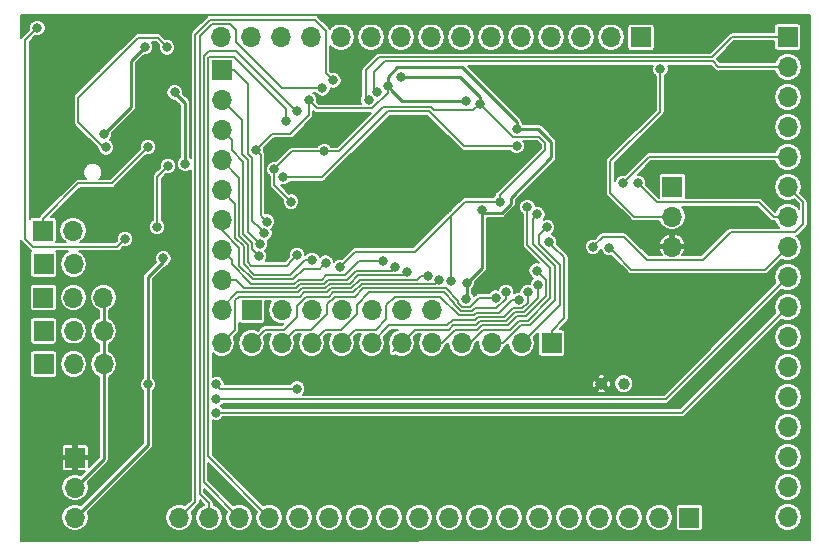
<source format=gbl>
G04 #@! TF.GenerationSoftware,KiCad,Pcbnew,5.0.2-bee76a0~70~ubuntu14.04.1*
G04 #@! TF.CreationDate,2018-12-14T16:34:33-07:00*
G04 #@! TF.ProjectId,evalboard1,6576616c-626f-4617-9264-312e6b696361,rev?*
G04 #@! TF.SameCoordinates,Original*
G04 #@! TF.FileFunction,Copper,L2,Bot*
G04 #@! TF.FilePolarity,Positive*
%FSLAX46Y46*%
G04 Gerber Fmt 4.6, Leading zero omitted, Abs format (unit mm)*
G04 Created by KiCad (PCBNEW 5.0.2-bee76a0~70~ubuntu14.04.1) date Fri 14 Dec 2018 04:34:33 PM MST*
%MOMM*%
%LPD*%
G01*
G04 APERTURE LIST*
G04 #@! TA.AperFunction,ComponentPad*
%ADD10R,1.700000X1.700000*%
G04 #@! TD*
G04 #@! TA.AperFunction,ComponentPad*
%ADD11O,1.700000X1.700000*%
G04 #@! TD*
G04 #@! TA.AperFunction,ComponentPad*
%ADD12C,1.000000*%
G04 #@! TD*
G04 #@! TA.AperFunction,ViaPad*
%ADD13C,0.800000*%
G04 #@! TD*
G04 #@! TA.AperFunction,Conductor*
%ADD14C,0.160000*%
G04 #@! TD*
G04 #@! TA.AperFunction,Conductor*
%ADD15C,0.250000*%
G04 #@! TD*
G04 #@! TA.AperFunction,Conductor*
%ADD16C,0.200000*%
G04 #@! TD*
G04 APERTURE END LIST*
D10*
G04 #@! TO.P,J9,1*
G04 #@! TO.N,500.17*
X157289500Y-75184000D03*
D11*
G04 #@! TO.P,J9,2*
G04 #@! TO.N,600.17*
X157289500Y-77724000D03*
G04 #@! TO.P,J9,3*
G04 #@! TO.N,701.1*
X157289500Y-80264000D03*
G04 #@! TO.P,J9,4*
G04 #@! TO.N,701.17*
X157289500Y-82804000D03*
G04 #@! TO.P,J9,5*
G04 #@! TO.N,705.17*
X157289500Y-85344000D03*
G04 #@! TO.P,J9,6*
G04 #@! TO.N,705.5*
X157289500Y-87884000D03*
G04 #@! TO.P,J9,7*
G04 #@! TO.N,705.3*
X157289500Y-90424000D03*
G04 #@! TO.P,J9,8*
G04 #@! TO.N,705.1*
X157289500Y-92964000D03*
G04 #@! TO.P,J9,9*
G04 #@! TO.N,708.1*
X157289500Y-95504000D03*
G04 #@! TO.P,J9,10*
G04 #@! TO.N,708.17*
X157289500Y-98044000D03*
G04 #@! TO.P,J9,11*
G04 #@! TO.N,709.ao*
X157289500Y-100584000D03*
G04 #@! TO.P,J9,12*
G04 #@! TO.N,709.ai*
X157289500Y-103124000D03*
G04 #@! TO.P,J9,13*
G04 #@! TO.N,713ai*
X157289500Y-105664000D03*
G04 #@! TO.P,J9,14*
G04 #@! TO.N,713.ao*
X157289500Y-108204000D03*
G04 #@! TO.P,J9,15*
G04 #@! TO.N,715.17*
X157289500Y-110744000D03*
G04 #@! TO.P,J9,16*
G04 #@! TO.N,717.ao*
X157289500Y-113284000D03*
G04 #@! TO.P,J9,17*
G04 #@! TO.N,717.ai*
X157289500Y-115824000D03*
G04 #@! TD*
D12*
G04 #@! TO.P,Y1,1*
G04 #@! TO.N,517.17*
X143400000Y-104550000D03*
G04 #@! TO.P,Y1,2*
G04 #@! TO.N,GND*
X141500000Y-104550000D03*
G04 #@! TD*
D11*
G04 #@! TO.P,J2,2*
G04 #@! TO.N,708.17*
X96775000Y-91575000D03*
D10*
G04 #@! TO.P,J2,1*
G04 #@! TO.N,txd*
X94235000Y-91575000D03*
G04 #@! TD*
G04 #@! TO.P,J3,1*
G04 #@! TO.N,rxd*
X94285000Y-94400000D03*
D11*
G04 #@! TO.P,J3,2*
G04 #@! TO.N,708.1*
X96825000Y-94400000D03*
G04 #@! TD*
D10*
G04 #@! TO.P,J4,1*
G04 #@! TO.N,1.8v*
X94280000Y-102870000D03*
D11*
G04 #@! TO.P,J4,2*
G04 #@! TO.N,vccA*
X96820000Y-102870000D03*
G04 #@! TO.P,J4,3*
G04 #@! TO.N,vin*
X99360000Y-102870000D03*
G04 #@! TD*
G04 #@! TO.P,J5,3*
G04 #@! TO.N,vin*
X99360000Y-100070000D03*
G04 #@! TO.P,J5,2*
G04 #@! TO.N,vccI*
X96820000Y-100070000D03*
D10*
G04 #@! TO.P,J5,1*
G04 #@! TO.N,1.8v*
X94280000Y-100070000D03*
G04 #@! TD*
G04 #@! TO.P,J6,1*
G04 #@! TO.N,1.8v*
X94260800Y-97250400D03*
D11*
G04 #@! TO.P,J6,2*
G04 #@! TO.N,vccC*
X96800800Y-97250400D03*
G04 #@! TO.P,J6,3*
G04 #@! TO.N,vin*
X99340800Y-97250400D03*
G04 #@! TD*
D10*
G04 #@! TO.P,J11,1*
G04 #@! TO.N,617.ao*
X148945600Y-115874800D03*
D11*
G04 #@! TO.P,J11,2*
G04 #@! TO.N,617.a1*
X146405600Y-115874800D03*
G04 #@! TO.P,J11,3*
G04 #@! TO.N,517.17*
X143865600Y-115874800D03*
G04 #@! TO.P,J11,4*
G04 #@! TO.N,417.17*
X141325600Y-115874800D03*
G04 #@! TO.P,J11,5*
G04 #@! TO.N,317.17*
X138785600Y-115874800D03*
G04 #@! TO.P,J11,6*
G04 #@! TO.N,217.17*
X136245600Y-115874800D03*
G04 #@! TO.P,J11,7*
G04 #@! TO.N,117.ao*
X133705600Y-115874800D03*
G04 #@! TO.P,J11,8*
G04 #@! TO.N,117.ai*
X131165600Y-115874800D03*
G04 #@! TO.P,J11,9*
G04 #@! TO.N,008.1*
X128625600Y-115874800D03*
G04 #@! TO.P,J11,10*
G04 #@! TO.N,008.3*
X126085600Y-115874800D03*
G04 #@! TO.P,J11,11*
G04 #@! TO.N,008.5*
X123545600Y-115874800D03*
G04 #@! TO.P,J11,12*
G04 #@! TO.N,008.17*
X121005600Y-115874800D03*
G04 #@! TO.P,J11,13*
G04 #@! TO.N,001.17*
X118465600Y-115874800D03*
G04 #@! TO.P,J11,14*
G04 #@! TO.N,001.1*
X115925600Y-115874800D03*
G04 #@! TO.P,J11,15*
G04 #@! TO.N,100.17*
X113385600Y-115874800D03*
G04 #@! TO.P,J11,16*
G04 #@! TO.N,200.17*
X110845600Y-115874800D03*
G04 #@! TO.P,J11,17*
G04 #@! TO.N,300.1*
X108305600Y-115874800D03*
G04 #@! TO.P,J11,18*
G04 #@! TO.N,300.17*
X105765600Y-115874800D03*
G04 #@! TD*
D10*
G04 #@! TO.P,J7,1*
G04 #@! TO.N,d15*
X109350000Y-78000000D03*
D11*
G04 #@! TO.P,J7,2*
G04 #@! TO.N,d16*
X109350000Y-80540000D03*
G04 #@! TO.P,J7,3*
G04 #@! TO.N,d17*
X109350000Y-83080000D03*
G04 #@! TO.P,J7,4*
G04 #@! TO.N,a17*
X109350000Y-85620000D03*
G04 #@! TO.P,J7,5*
G04 #@! TO.N,a16*
X109350000Y-88160000D03*
G04 #@! TO.P,J7,6*
G04 #@! TO.N,a15*
X109350000Y-90700000D03*
G04 #@! TO.P,J7,7*
G04 #@! TO.N,a14*
X109350000Y-93240000D03*
G04 #@! TO.P,J7,8*
G04 #@! TO.N,a13*
X109350000Y-95780000D03*
G04 #@! TO.P,J7,9*
G04 #@! TO.N,a12*
X109350000Y-98320000D03*
G04 #@! TD*
D10*
G04 #@! TO.P,J12,1*
G04 #@! TO.N,d0*
X144860000Y-75200000D03*
D11*
G04 #@! TO.P,J12,2*
G04 #@! TO.N,d1*
X142320000Y-75200000D03*
G04 #@! TO.P,J12,3*
G04 #@! TO.N,d2*
X139780000Y-75200000D03*
G04 #@! TO.P,J12,4*
G04 #@! TO.N,d3*
X137240000Y-75200000D03*
G04 #@! TO.P,J12,5*
G04 #@! TO.N,d4*
X134700000Y-75200000D03*
G04 #@! TO.P,J12,6*
G04 #@! TO.N,d5*
X132160000Y-75200000D03*
G04 #@! TO.P,J12,7*
G04 #@! TO.N,d6*
X129620000Y-75200000D03*
G04 #@! TO.P,J12,8*
G04 #@! TO.N,d7*
X127080000Y-75200000D03*
G04 #@! TO.P,J12,9*
G04 #@! TO.N,d8*
X124540000Y-75200000D03*
G04 #@! TO.P,J12,10*
G04 #@! TO.N,d9*
X122000000Y-75200000D03*
G04 #@! TO.P,J12,11*
G04 #@! TO.N,d10*
X119460000Y-75200000D03*
G04 #@! TO.P,J12,12*
G04 #@! TO.N,d11*
X116920000Y-75200000D03*
G04 #@! TO.P,J12,13*
G04 #@! TO.N,d12*
X114380000Y-75200000D03*
G04 #@! TO.P,J12,14*
G04 #@! TO.N,d13*
X111840000Y-75200000D03*
G04 #@! TO.P,J12,15*
G04 #@! TO.N,d14*
X109300000Y-75200000D03*
G04 #@! TD*
D10*
G04 #@! TO.P,J10,1*
G04 #@! TO.N,a0*
X137290000Y-101100000D03*
D11*
G04 #@! TO.P,J10,2*
G04 #@! TO.N,a1*
X134750000Y-101100000D03*
G04 #@! TO.P,J10,3*
G04 #@! TO.N,a2*
X132210000Y-101100000D03*
G04 #@! TO.P,J10,4*
G04 #@! TO.N,a3*
X129670000Y-101100000D03*
G04 #@! TO.P,J10,5*
G04 #@! TO.N,a4*
X127130000Y-101100000D03*
G04 #@! TO.P,J10,6*
G04 #@! TO.N,a5*
X124590000Y-101100000D03*
G04 #@! TO.P,J10,7*
G04 #@! TO.N,a6*
X122050000Y-101100000D03*
G04 #@! TO.P,J10,8*
G04 #@! TO.N,a7*
X119510000Y-101100000D03*
G04 #@! TO.P,J10,9*
G04 #@! TO.N,a8*
X116970000Y-101100000D03*
G04 #@! TO.P,J10,10*
G04 #@! TO.N,a9*
X114430000Y-101100000D03*
G04 #@! TO.P,J10,11*
G04 #@! TO.N,a10*
X111890000Y-101100000D03*
G04 #@! TO.P,J10,12*
G04 #@! TO.N,a11*
X109350000Y-101100000D03*
G04 #@! TD*
D10*
G04 #@! TO.P,J13,1*
G04 #@! TO.N,vccC*
X147500000Y-87850000D03*
D11*
G04 #@! TO.P,J13,2*
G04 #@! TO.N,RESET*
X147500000Y-90390000D03*
G04 #@! TO.P,J13,3*
G04 #@! TO.N,GND*
X147500000Y-92930000D03*
G04 #@! TD*
D10*
G04 #@! TO.P,J14,1*
G04 #@! TO.N,GND*
X96950000Y-110800000D03*
D11*
G04 #@! TO.P,J14,2*
G04 #@! TO.N,vin*
X96950000Y-113340000D03*
G04 #@! TO.P,J14,3*
G04 #@! TO.N,vcc*
X96950000Y-115880000D03*
G04 #@! TD*
D10*
G04 #@! TO.P,J8,1*
G04 #@! TO.N,vccC*
X111900000Y-98300000D03*
D11*
G04 #@! TO.P,J8,2*
G04 #@! TO.N,vcc*
X114440000Y-98300000D03*
G04 #@! TO.P,J8,3*
G04 #@! TO.N,GND*
X116980000Y-98300000D03*
G04 #@! TO.P,J8,4*
G04 #@! TO.N,008.17*
X119520000Y-98300000D03*
G04 #@! TO.P,J8,5*
G04 #@! TO.N,008.5*
X122060000Y-98300000D03*
G04 #@! TO.P,J8,6*
G04 #@! TO.N,008.3*
X124600000Y-98300000D03*
G04 #@! TO.P,J8,7*
G04 #@! TO.N,008.1*
X127140000Y-98300000D03*
G04 #@! TD*
D13*
G04 #@! TO.N,usb3*
X104739444Y-76057960D03*
X99571233Y-84535705D03*
G04 #@! TO.N,GND*
X116928900Y-83743800D03*
X101170000Y-90720000D03*
X127632700Y-89834375D03*
X128889936Y-88577140D03*
X126375464Y-91091611D03*
X127668621Y-84769511D03*
X122639678Y-89798454D03*
X125118228Y-87319904D03*
X126375464Y-86062668D03*
X123860993Y-88577140D03*
X126411385Y-83512275D03*
X121382442Y-88541219D03*
X123860993Y-86062668D03*
X128961778Y-86062668D03*
X123932835Y-91091611D03*
X126411385Y-88613061D03*
X140795000Y-87550000D03*
X133630000Y-91840000D03*
X102740000Y-94060000D03*
X113614200Y-89141300D03*
X125154150Y-92312926D03*
X130183093Y-87283983D03*
X123860993Y-83548196D03*
X121346521Y-86062668D03*
X120125206Y-87283983D03*
X125154150Y-82255039D03*
X122603757Y-84805432D03*
X125118228Y-84805432D03*
X122603757Y-87319904D03*
X125154150Y-89870296D03*
X127668621Y-87355825D03*
X135900000Y-84460000D03*
X140950000Y-85100000D03*
X103130000Y-87640000D03*
X103190000Y-81680000D03*
X105125000Y-83000000D03*
X93785009Y-77390000D03*
X105775000Y-88720000D03*
X99105010Y-85420385D03*
G04 #@! TO.N,usb2*
X102860000Y-76040010D03*
X99391630Y-83394422D03*
G04 #@! TO.N,vccA*
X134335000Y-84430000D03*
X114564330Y-87047831D03*
G04 #@! TO.N,vccI*
X118050000Y-84850000D03*
X119350000Y-94689924D03*
X115233072Y-89131737D03*
X131215801Y-80834754D03*
X113820000Y-86380000D03*
X132894556Y-89140289D03*
X124520000Y-78560000D03*
X128770611Y-95814572D03*
G04 #@! TO.N,vccC*
X116750001Y-80520000D03*
X131409988Y-89831233D03*
X112246929Y-84749041D03*
X130040058Y-80610120D03*
X123409506Y-79354924D03*
X134335000Y-82950000D03*
X113190953Y-90812144D03*
X130130622Y-95990503D03*
X130069990Y-97350514D03*
G04 #@! TO.N,txd*
X103120000Y-84500000D03*
G04 #@! TO.N,1.8v*
X103895700Y-91274900D03*
X104825000Y-86100000D03*
G04 #@! TO.N,a17*
X115750000Y-93650000D03*
G04 #@! TO.N,a16*
X116999998Y-94050000D03*
G04 #@! TO.N,a15*
X118149999Y-94300001D03*
G04 #@! TO.N,a14*
X123040000Y-94170001D03*
G04 #@! TO.N,a13*
X124037148Y-94689937D03*
G04 #@! TO.N,a12*
X125080000Y-95049945D03*
G04 #@! TO.N,a11*
X126826261Y-95389959D03*
G04 #@! TO.N,a10*
X127770352Y-95749969D03*
G04 #@! TO.N,a9*
X132550000Y-97250000D03*
G04 #@! TO.N,a8*
X133433798Y-96782107D03*
G04 #@! TO.N,a7*
X134500000Y-97449989D03*
G04 #@! TO.N,a6*
X135262285Y-96802741D03*
G04 #@! TO.N,a5*
X136150000Y-96150000D03*
G04 #@! TO.N,a4*
X136021640Y-94970799D03*
G04 #@! TO.N,a3*
X135230000Y-89570000D03*
G04 #@! TO.N,a2*
X136090000Y-90200000D03*
G04 #@! TO.N,a1*
X136890000Y-91300000D03*
G04 #@! TO.N,a0*
X137047638Y-92532362D03*
G04 #@! TO.N,d15*
X112967975Y-91786980D03*
G04 #@! TO.N,d16*
X112619723Y-92724394D03*
G04 #@! TO.N,d17*
X112532254Y-93720573D03*
G04 #@! TO.N,RESET*
X146490000Y-77930000D03*
X93750000Y-74420000D03*
X93750000Y-74420000D03*
X101180000Y-92287500D03*
G04 #@! TO.N,708.17*
X108885043Y-106980000D03*
G04 #@! TO.N,708.1*
X108885043Y-105840000D03*
G04 #@! TO.N,600.17*
X122515937Y-79803851D03*
G04 #@! TO.N,500.17*
X121808885Y-80511029D03*
G04 #@! TO.N,300.17*
X118808025Y-78854740D03*
G04 #@! TO.N,300.1*
X117880000Y-79540002D03*
G04 #@! TO.N,217.17*
X136245600Y-115874800D03*
G04 #@! TO.N,705.1*
X142157514Y-93009166D03*
G04 #@! TO.N,705.3*
X144605000Y-87550000D03*
G04 #@! TO.N,705.5*
X140795000Y-92950000D03*
G04 #@! TO.N,705.17*
X143335000Y-87550000D03*
G04 #@! TO.N,100.17*
X114799999Y-82269999D03*
G04 #@! TO.N,200.17*
X115741555Y-81472395D03*
G04 #@! TO.N,vcc*
X104410000Y-93940000D03*
X106280000Y-85925000D03*
X105380000Y-79870000D03*
X115750000Y-104950000D03*
X108900000Y-104600000D03*
X103120000Y-104600000D03*
G04 #@! TD*
D14*
G04 #@! TO.N,usb3*
X97220000Y-80320000D02*
X97220000Y-82410000D01*
X99195003Y-78344997D02*
X97220000Y-80320000D01*
X102291096Y-75267500D02*
X99213599Y-78344997D01*
X97220000Y-82410000D02*
X97340000Y-82530000D01*
X99213599Y-78344997D02*
X99195003Y-78344997D01*
X103948984Y-75267500D02*
X102291096Y-75267500D01*
X104739444Y-76057960D02*
X103948984Y-75267500D01*
X99345705Y-84535705D02*
X97220000Y-82410000D01*
X99571233Y-84535705D02*
X99345705Y-84535705D01*
G04 #@! TO.N,GND*
X130449110Y-87550000D02*
X130183093Y-87283983D01*
X133630000Y-90093640D02*
X136173640Y-87550000D01*
X133630000Y-91840000D02*
X133630000Y-90093640D01*
X136173640Y-87550000D02*
X140335000Y-87550000D01*
X140335000Y-87550000D02*
X140795000Y-87550000D01*
D15*
G04 #@! TO.N,usb2*
X102860000Y-76040010D02*
X101700000Y-77200010D01*
X99791629Y-82994423D02*
X99391630Y-83394422D01*
X101700000Y-81086052D02*
X99791629Y-82994423D01*
X101700000Y-77200010D02*
X101700000Y-81086052D01*
D14*
G04 #@! TO.N,vccA*
X117852169Y-87047831D02*
X115130015Y-87047831D01*
X129894868Y-84430000D02*
X126939779Y-81474911D01*
X126939779Y-81474911D02*
X123425089Y-81474911D01*
X123425089Y-81474911D02*
X117852169Y-87047831D01*
X134335000Y-84430000D02*
X129894868Y-84430000D01*
X115130015Y-87047831D02*
X114564330Y-87047831D01*
G04 #@! TO.N,vccI*
X123045100Y-81114900D02*
X119310000Y-84850000D01*
X119310000Y-84850000D02*
X118050000Y-84850000D01*
X130670555Y-81380000D02*
X127354000Y-81380000D01*
X127354000Y-81380000D02*
X127088900Y-81114900D01*
X131215801Y-80834754D02*
X130670555Y-81380000D01*
X127088900Y-81114900D02*
X123045100Y-81114900D01*
X113820000Y-86945685D02*
X113820000Y-86380000D01*
X114219999Y-85980001D02*
X113820000Y-86380000D01*
X113820000Y-87718665D02*
X113820000Y-86945685D01*
X115350000Y-84850000D02*
X114219999Y-85980001D01*
X118050000Y-84850000D02*
X115350000Y-84850000D01*
X115233072Y-89131737D02*
X113820000Y-87718665D01*
X132328871Y-89140289D02*
X132894556Y-89140289D01*
X129100000Y-90000000D02*
X129959711Y-89140289D01*
X129959711Y-89140289D02*
X132328871Y-89140289D01*
D15*
X129506732Y-78560000D02*
X125085685Y-78560000D01*
X131215801Y-80269069D02*
X129506732Y-78560000D01*
X125085685Y-78560000D02*
X124520000Y-78560000D01*
X131215801Y-80834754D02*
X131215801Y-80269069D01*
D14*
X136750000Y-84163640D02*
X136750000Y-84719160D01*
X136750000Y-84719160D02*
X132894556Y-88574604D01*
X134011049Y-83630002D02*
X136216362Y-83630002D01*
X132894556Y-88574604D02*
X132894556Y-89140289D01*
X136216362Y-83630002D02*
X136750000Y-84163640D01*
X131215801Y-80834754D02*
X134011049Y-83630002D01*
X129100000Y-90000000D02*
X125740000Y-93360000D01*
X125740000Y-93360000D02*
X120679924Y-93360000D01*
X120679924Y-93360000D02*
X119749999Y-94289925D01*
X119749999Y-94289925D02*
X119350000Y-94689924D01*
X129100000Y-90000000D02*
X128770611Y-90329389D01*
X128770611Y-95248887D02*
X128770611Y-95814572D01*
X128770611Y-90329389D02*
X128770611Y-95248887D01*
G04 #@! TO.N,vccC*
X115147726Y-83383142D02*
X113612828Y-83383142D01*
X113612828Y-83383142D02*
X112646928Y-84349042D01*
X112646928Y-84349042D02*
X112246929Y-84749041D01*
X116750001Y-81780867D02*
X115147726Y-83383142D01*
X116750001Y-80520000D02*
X116750001Y-81780867D01*
X117459201Y-81229200D02*
X122100915Y-81229200D01*
D15*
X123809505Y-79754923D02*
X123409506Y-79354924D01*
X130040058Y-80610120D02*
X124664702Y-80610120D01*
D14*
X116750001Y-80520000D02*
X117459201Y-81229200D01*
X122100915Y-81229200D02*
X123409506Y-79920609D01*
X123409506Y-79920609D02*
X123409506Y-79354924D01*
D15*
X124664702Y-80610120D02*
X123809505Y-79754923D01*
X134335000Y-82950000D02*
X134335000Y-82375000D01*
X123409506Y-78789239D02*
X123409506Y-79354924D01*
X134872500Y-82950000D02*
X134335000Y-82950000D01*
X133860868Y-88780868D02*
X137270000Y-85371736D01*
X136109132Y-82950000D02*
X134872500Y-82950000D01*
X129694998Y-77734998D02*
X124221998Y-77734998D01*
X137270000Y-84110868D02*
X136109132Y-82950000D01*
X137270000Y-85371736D02*
X137270000Y-84110868D01*
X133860868Y-89290000D02*
X133860868Y-88780868D01*
X133050868Y-90100000D02*
X133860868Y-89290000D01*
X131678755Y-90100000D02*
X133050868Y-90100000D01*
X131409988Y-89831233D02*
X131678755Y-90100000D01*
X134335000Y-82375000D02*
X129694998Y-77734998D01*
X123409506Y-78547490D02*
X123409506Y-78789239D01*
X124221998Y-77734998D02*
X123409506Y-78547490D01*
D14*
X112790954Y-90412145D02*
X113190953Y-90812144D01*
X112246929Y-84749041D02*
X112646928Y-85149040D01*
X112646928Y-85149040D02*
X112646928Y-90268119D01*
X112646928Y-90268119D02*
X112790954Y-90412145D01*
D15*
X130530621Y-95590504D02*
X130130622Y-95990503D01*
X131409988Y-94711137D02*
X130530621Y-95590504D01*
X131409988Y-89831233D02*
X131409988Y-94711137D01*
X130130622Y-97289882D02*
X130069990Y-97350514D01*
X130130622Y-95990503D02*
X130130622Y-97289882D01*
D14*
G04 #@! TO.N,txd*
X102720001Y-84899999D02*
X103120000Y-84500000D01*
X100040000Y-87580000D02*
X102720001Y-84899999D01*
X97220000Y-87580000D02*
X100040000Y-87580000D01*
X94235000Y-90565000D02*
X97220000Y-87580000D01*
X94235000Y-91575000D02*
X94235000Y-90565000D01*
G04 #@! TO.N,1.8v*
X103895700Y-87029300D02*
X104825000Y-86100000D01*
X103895700Y-91274900D02*
X103895700Y-87029300D01*
D15*
G04 #@! TO.N,vin*
X99360000Y-101667919D02*
X99360000Y-100070000D01*
X99360000Y-102870000D02*
X99360000Y-101667919D01*
X99360000Y-97269600D02*
X99340800Y-97250400D01*
X99360000Y-100070000D02*
X99360000Y-97269600D01*
X97799999Y-112490001D02*
X97821999Y-112490001D01*
X96950000Y-113340000D02*
X97799999Y-112490001D01*
X99360000Y-110952000D02*
X99360000Y-102870000D01*
X97821999Y-112490001D02*
X99360000Y-110952000D01*
D14*
G04 #@! TO.N,a17*
X110840012Y-92039350D02*
X111575554Y-92774892D01*
X111844391Y-94534817D02*
X114865183Y-94534817D01*
X111575554Y-92774892D02*
X111575554Y-94265980D01*
X114865183Y-94534817D02*
X115350001Y-94049999D01*
X109350000Y-85620000D02*
X110840012Y-87110012D01*
X110840012Y-87110012D02*
X110840012Y-92039350D01*
X115350001Y-94049999D02*
X115750000Y-93650000D01*
X111575554Y-94265980D02*
X111844391Y-94534817D01*
G04 #@! TO.N,a16*
X110480002Y-92188472D02*
X111215545Y-92924015D01*
X109350000Y-88160000D02*
X110480001Y-89290001D01*
X116434313Y-94050000D02*
X116999998Y-94050000D01*
X116384307Y-94050000D02*
X116434313Y-94050000D01*
X112127912Y-95327470D02*
X115106837Y-95327470D01*
X111215545Y-92924015D02*
X111215545Y-94415103D01*
X110480001Y-89290001D02*
X110480002Y-92188472D01*
X115106837Y-95327470D02*
X116384307Y-94050000D01*
X111215545Y-94415103D02*
X112127912Y-95327470D01*
G04 #@! TO.N,a15*
X110855535Y-94564225D02*
X112007079Y-95715769D01*
X109350000Y-91567602D02*
X110855534Y-93073136D01*
X110855534Y-93073136D02*
X110855535Y-94564225D01*
X112007079Y-95715769D02*
X115384582Y-95715769D01*
X115384582Y-95715769D02*
X116300352Y-94799999D01*
X116300352Y-94799999D02*
X117650001Y-94799999D01*
X117750000Y-94700000D02*
X118149999Y-94300001D01*
X109350000Y-90700000D02*
X109350000Y-91567602D01*
X117650001Y-94799999D02*
X117750000Y-94700000D01*
G04 #@! TO.N,a14*
X118201996Y-95369944D02*
X119796599Y-95369944D01*
X117841984Y-95729954D02*
X118201996Y-95369944D01*
X111872142Y-96089964D02*
X115519519Y-96089964D01*
X115879527Y-95729956D02*
X117841984Y-95729954D01*
X115519519Y-96089964D02*
X115879527Y-95729956D01*
X110199999Y-94417821D02*
X111872142Y-96089964D01*
X119796599Y-95369944D02*
X120996542Y-94170001D01*
X109350000Y-93240000D02*
X110199999Y-94089999D01*
X120996542Y-94170001D02*
X122474315Y-94170001D01*
X122474315Y-94170001D02*
X123040000Y-94170001D01*
X110199999Y-94089999D02*
X110199999Y-94417821D01*
G04 #@! TO.N,a13*
X123758060Y-94969025D02*
X124037148Y-94689937D01*
X120766628Y-94969025D02*
X123758060Y-94969025D01*
X120005698Y-95729955D02*
X120766628Y-94969025D01*
X118351117Y-95729955D02*
X120005698Y-95729955D01*
X117991106Y-96089964D02*
X118351117Y-95729955D01*
X115668641Y-96449974D02*
X116028650Y-96089965D01*
X111222055Y-96449974D02*
X115668641Y-96449974D01*
X110552081Y-95780000D02*
X111222055Y-96449974D01*
X116028650Y-96089965D02*
X117991106Y-96089964D01*
X109350000Y-95780000D02*
X110552081Y-95780000D01*
G04 #@! TO.N,a12*
X120180636Y-96089964D02*
X120900653Y-95369947D01*
X116177770Y-96449977D02*
X118140225Y-96449977D01*
X115817758Y-96809989D02*
X116177770Y-96449977D01*
X110646877Y-96809989D02*
X115817758Y-96809989D01*
X118500236Y-96089966D02*
X120180636Y-96089964D01*
X120900653Y-95369947D02*
X124759998Y-95369947D01*
X109350000Y-98320000D02*
X109350000Y-98106866D01*
X124759998Y-95369947D02*
X125080000Y-95049945D01*
X109350000Y-98106866D02*
X110646877Y-96809989D01*
X118140225Y-96449977D02*
X118500236Y-96089966D01*
G04 #@! TO.N,a11*
X110480001Y-99969999D02*
X110480001Y-97485997D01*
X110795998Y-97170000D02*
X115966879Y-97170000D01*
X109350000Y-101100000D02*
X110480001Y-99969999D01*
X126260576Y-95389959D02*
X126826261Y-95389959D01*
X120329758Y-96449974D02*
X121049774Y-95729958D01*
X118649359Y-96449975D02*
X120329758Y-96449974D01*
X115966879Y-97170000D02*
X116326891Y-96809988D01*
X110480001Y-97485997D02*
X110795998Y-97170000D01*
X125920577Y-95729958D02*
X126260576Y-95389959D01*
X121049774Y-95729958D02*
X125920577Y-95729958D01*
X116326891Y-96809988D02*
X118289347Y-96809987D01*
X118289347Y-96809987D02*
X118649359Y-96449975D01*
G04 #@! TO.N,a10*
X121198898Y-96089966D02*
X126782638Y-96089966D01*
X120478878Y-96809986D02*
X121198898Y-96089966D01*
X127450352Y-96069969D02*
X127770352Y-95749969D01*
X113020001Y-99969999D02*
X114630001Y-99969999D01*
X114630001Y-99969999D02*
X115700000Y-98900000D01*
X126782638Y-96089966D02*
X126802637Y-96069969D01*
X111890000Y-101100000D02*
X113020001Y-99969999D01*
X118798480Y-96809986D02*
X120478878Y-96809986D01*
X126802637Y-96069969D02*
X127450352Y-96069969D01*
X118438466Y-97170000D02*
X118798480Y-96809986D01*
X116476012Y-97169999D02*
X118438466Y-97170000D01*
X115700000Y-98900000D02*
X115700000Y-97946011D01*
X115700000Y-97946011D02*
X116476012Y-97169999D01*
G04 #@! TO.N,a9*
X129743589Y-98030515D02*
X130396391Y-98030515D01*
X116952403Y-99969999D02*
X118300000Y-98622402D01*
X118300000Y-97817600D02*
X118947603Y-97169997D01*
X131984315Y-97250000D02*
X132550000Y-97250000D01*
X129389989Y-97676915D02*
X129743589Y-98030515D01*
X128330010Y-96449977D02*
X129389989Y-97509956D01*
X120628000Y-97169996D02*
X121348019Y-96449977D01*
X118300000Y-98622402D02*
X118300000Y-97817600D01*
X115560001Y-99969999D02*
X116952403Y-99969999D01*
X114430000Y-101100000D02*
X115560001Y-99969999D01*
X129389989Y-97509956D02*
X129389989Y-97676915D01*
X130396391Y-98030515D02*
X131176906Y-97250000D01*
X118947603Y-97169997D02*
X120628000Y-97169996D01*
X121348019Y-96449977D02*
X128330010Y-96449977D01*
X131176906Y-97250000D02*
X131984315Y-97250000D01*
G04 #@! TO.N,a8*
X130545513Y-98390525D02*
X130766096Y-98169942D01*
X132611648Y-98169942D02*
X133433798Y-97347792D01*
X128147405Y-96809988D02*
X129029978Y-97692561D01*
X118100001Y-99969999D02*
X119492403Y-99969999D01*
X129029978Y-97692561D02*
X129029979Y-97826037D01*
X119492403Y-99969999D02*
X120800000Y-98662402D01*
X129029979Y-97826037D02*
X129594468Y-98390526D01*
X130766096Y-98169942D02*
X132611648Y-98169942D01*
X129594468Y-98390526D02*
X130545513Y-98390525D01*
X116970000Y-101100000D02*
X118100001Y-99969999D01*
X133433798Y-97347792D02*
X133433798Y-96782107D01*
X120800000Y-98662402D02*
X120800000Y-97857602D01*
X121847614Y-96809988D02*
X128147405Y-96809988D01*
X120800000Y-97857602D02*
X121847614Y-96809988D01*
G04 #@! TO.N,a7*
X124027599Y-97169999D02*
X126719999Y-97169999D01*
X123310000Y-99100000D02*
X123310000Y-97887599D01*
X122440001Y-99969999D02*
X123310000Y-99100000D01*
X120640001Y-99969999D02*
X122440001Y-99969999D01*
X119510000Y-101100000D02*
X120640001Y-99969999D01*
X123310000Y-97887599D02*
X124027599Y-97169999D01*
X126719999Y-97169999D02*
X127869999Y-97169999D01*
X130694635Y-98750535D02*
X130915217Y-98529953D01*
X127869999Y-97209988D02*
X129410546Y-98750535D01*
X129410546Y-98750535D02*
X130694635Y-98750535D01*
X130915217Y-98529953D02*
X132854351Y-98529953D01*
X132854351Y-98529953D02*
X133934315Y-97449989D01*
X133934315Y-97449989D02*
X134500000Y-97449989D01*
G04 #@! TO.N,a6*
X122050000Y-101100000D02*
X123540012Y-99609988D01*
X130804302Y-99150000D02*
X131064338Y-98889964D01*
X128929335Y-99150000D02*
X130804302Y-99150000D01*
X133298174Y-98889964D02*
X134058139Y-98129999D01*
X134826403Y-98129999D02*
X135262285Y-97694117D01*
X135262285Y-97368426D02*
X135262285Y-96802741D01*
X135262285Y-97694117D02*
X135262285Y-97368426D01*
X134058139Y-98129999D02*
X134826403Y-98129999D01*
X123540012Y-99609988D02*
X128469347Y-99609988D01*
X128469347Y-99609988D02*
X128929335Y-99150000D01*
X131064338Y-98889964D02*
X133298174Y-98889964D01*
G04 #@! TO.N,a5*
X131213457Y-99249977D02*
X133447293Y-99249977D01*
X123890000Y-101800000D02*
X125720001Y-99969999D01*
X128618468Y-99969999D02*
X128978479Y-99609989D01*
X136150000Y-96715685D02*
X136150000Y-96150000D01*
X134207260Y-98490010D02*
X134975525Y-98490009D01*
X133447293Y-99249977D02*
X134207260Y-98490010D01*
X130853445Y-99609989D02*
X131213457Y-99249977D01*
X134975525Y-98490009D02*
X136150000Y-97315534D01*
X128978479Y-99609989D02*
X130853445Y-99609989D01*
X136150000Y-97315534D02*
X136150000Y-96715685D01*
X125720001Y-99969999D02*
X128618468Y-99969999D01*
G04 #@! TO.N,a4*
X127997598Y-101100000D02*
X129127600Y-99969998D01*
X134356381Y-98850021D02*
X135124645Y-98850021D01*
X135124645Y-98850021D02*
X136830001Y-97144665D01*
X136830001Y-97144665D02*
X136830001Y-95779160D01*
X127130000Y-101100000D02*
X127997598Y-101100000D01*
X136421639Y-95370798D02*
X136021640Y-94970799D01*
X131362578Y-99609988D02*
X133596415Y-99609987D01*
X136830001Y-95779160D02*
X136421639Y-95370798D01*
X131002568Y-99969998D02*
X131362578Y-99609988D01*
X129127600Y-99969998D02*
X131002568Y-99969998D01*
X133596415Y-99609987D02*
X134356381Y-98850021D01*
G04 #@! TO.N,a3*
X135273767Y-99210031D02*
X137190012Y-97293786D01*
X135230000Y-92764668D02*
X135230000Y-90135685D01*
X135230000Y-90135685D02*
X135230000Y-89570000D01*
X130381698Y-101100000D02*
X131511700Y-99969998D01*
X131511700Y-99969998D02*
X133745537Y-99969997D01*
X133745537Y-99969997D02*
X134505502Y-99210032D01*
X134505502Y-99210032D02*
X135273767Y-99210031D01*
X137190012Y-94724680D02*
X135230000Y-92764668D01*
X137190012Y-97293786D02*
X137190012Y-94724680D01*
X129670000Y-101100000D02*
X130381698Y-101100000D01*
G04 #@! TO.N,a2*
X135690001Y-90599999D02*
X136090000Y-90200000D01*
X135690001Y-92715537D02*
X135690001Y-90599999D01*
X135422889Y-99570041D02*
X137550022Y-97442908D01*
X132210000Y-101100000D02*
X133148193Y-101100000D01*
X137550022Y-94575558D02*
X135690001Y-92715537D01*
X134678152Y-99570041D02*
X135422889Y-99570041D01*
X133148193Y-101100000D02*
X134678152Y-99570041D01*
X137550022Y-97442908D02*
X137550022Y-94575558D01*
G04 #@! TO.N,a1*
X136231705Y-92748109D02*
X136231705Y-91958295D01*
X138000020Y-94516424D02*
X136231705Y-92748109D01*
X136231705Y-91958295D02*
X136490001Y-91699999D01*
X138000020Y-97849980D02*
X138000020Y-94516424D01*
X136490001Y-91699999D02*
X136890000Y-91300000D01*
X134750000Y-101100000D02*
X138000020Y-97849980D01*
G04 #@! TO.N,a0*
X138360031Y-93844755D02*
X137447637Y-92932361D01*
X138360031Y-99019969D02*
X138360031Y-93844755D01*
X137290000Y-101100000D02*
X137290000Y-100090000D01*
X137290000Y-100090000D02*
X138360031Y-99019969D01*
X137447637Y-92932361D02*
X137047638Y-92532362D01*
G04 #@! TO.N,d15*
X111922143Y-90741148D02*
X112567976Y-91386981D01*
X109350000Y-78000000D02*
X110360000Y-78000000D01*
X111566927Y-79206927D02*
X111566927Y-85073827D01*
X112567976Y-91386981D02*
X112967975Y-91786980D01*
X111922143Y-85429043D02*
X111922143Y-90741148D01*
X110360000Y-78000000D02*
X111566927Y-79206927D01*
X111566927Y-85073827D02*
X111922143Y-85429043D01*
G04 #@! TO.N,d16*
X111562132Y-85579780D02*
X111562132Y-91666803D01*
X111060000Y-85077648D02*
X111562132Y-85579780D01*
X111562132Y-91666803D02*
X112219724Y-92324395D01*
X109350000Y-80540000D02*
X111060000Y-82250000D01*
X111060000Y-82250000D02*
X111060000Y-85077648D01*
X112219724Y-92324395D02*
X112619723Y-92724394D01*
G04 #@! TO.N,d17*
X112132255Y-93320574D02*
X112532254Y-93720573D01*
X111202121Y-85728901D02*
X111202123Y-91892329D01*
X110199999Y-84726779D02*
X111202121Y-85728901D01*
X111935565Y-93123884D02*
X112132255Y-93320574D01*
X110199999Y-83929999D02*
X110199999Y-84726779D01*
X109350000Y-83080000D02*
X110199999Y-83929999D01*
X111202123Y-91892329D02*
X111935565Y-92625771D01*
X111935565Y-92625771D02*
X111935565Y-93123884D01*
G04 #@! TO.N,RESET*
X144290000Y-90390000D02*
X147500000Y-90390000D01*
X142265400Y-88365400D02*
X144290000Y-90390000D01*
X142265400Y-85725000D02*
X142265400Y-88365400D01*
X146490000Y-81500400D02*
X142265400Y-85725000D01*
X146490000Y-77930000D02*
X146490000Y-81500400D01*
X92730000Y-75440000D02*
X93750000Y-74420000D01*
X92730000Y-92274002D02*
X92730000Y-75440000D01*
X93415998Y-92960000D02*
X92730000Y-92274002D01*
X100507500Y-92960000D02*
X93415998Y-92960000D01*
X101180000Y-92287500D02*
X100507500Y-92960000D01*
G04 #@! TO.N,708.17*
X148353500Y-106980000D02*
X109450728Y-106980000D01*
X157289500Y-98044000D02*
X148353500Y-106980000D01*
X109450728Y-106980000D02*
X108885043Y-106980000D01*
G04 #@! TO.N,708.1*
X157289500Y-95504000D02*
X146953500Y-105840000D01*
X146953500Y-105840000D02*
X109450728Y-105840000D01*
X109450728Y-105840000D02*
X108885043Y-105840000D01*
G04 #@! TO.N,600.17*
X122224800Y-79512714D02*
X122515937Y-79803851D01*
X122224800Y-78181200D02*
X122224800Y-79512714D01*
X123156002Y-77249998D02*
X122224800Y-78181200D01*
X150935398Y-77249998D02*
X123156002Y-77249998D01*
X151409400Y-77724000D02*
X150935398Y-77249998D01*
X157289500Y-77724000D02*
X151409400Y-77724000D01*
G04 #@! TO.N,500.17*
X121564400Y-80266544D02*
X121808885Y-80511029D01*
X121564400Y-78016100D02*
X121564400Y-80266544D01*
X122690512Y-76889988D02*
X121564400Y-78016100D01*
X150897212Y-76889988D02*
X122690512Y-76889988D01*
X152603200Y-75184000D02*
X150897212Y-76889988D01*
X157289500Y-75184000D02*
X152603200Y-75184000D01*
G04 #@! TO.N,300.17*
X107125011Y-114515389D02*
X107125011Y-74975857D01*
X118180000Y-78226715D02*
X118408026Y-78454741D01*
X107125011Y-74975857D02*
X108390880Y-73709988D01*
X108390880Y-73709988D02*
X117249989Y-73709989D01*
X117249989Y-73709989D02*
X118180000Y-74640000D01*
X118180000Y-74640000D02*
X118180000Y-78226715D01*
X105765600Y-115874800D02*
X107125011Y-114515389D01*
X118408026Y-78454741D02*
X118808025Y-78854740D01*
G04 #@! TO.N,300.1*
X110610000Y-75642402D02*
X114507600Y-79540002D01*
X114507600Y-79540002D02*
X117314315Y-79540002D01*
X108305600Y-115874800D02*
X108305600Y-114672719D01*
X117314315Y-79540002D02*
X117880000Y-79540002D01*
X110610000Y-74610000D02*
X110610000Y-75642402D01*
X110069999Y-74069999D02*
X110610000Y-74610000D01*
X108540001Y-74069999D02*
X110069999Y-74069999D01*
X107485021Y-75124979D02*
X108540001Y-74069999D01*
X107485021Y-113852140D02*
X107485021Y-75124979D01*
X108305600Y-114672719D02*
X107485021Y-113852140D01*
G04 #@! TO.N,705.1*
X142557513Y-93409165D02*
X142157514Y-93009166D01*
X144028348Y-94880000D02*
X142557513Y-93409165D01*
X155373500Y-94880000D02*
X144028348Y-94880000D01*
X157289500Y-92964000D02*
X155373500Y-94880000D01*
G04 #@! TO.N,705.3*
X144605000Y-87569300D02*
X144605000Y-87550000D01*
X146215700Y-89180000D02*
X144605000Y-87569300D01*
X154843419Y-89180000D02*
X146215700Y-89180000D01*
X156087419Y-90424000D02*
X154843419Y-89180000D01*
X157289500Y-90424000D02*
X156087419Y-90424000D01*
G04 #@! TO.N,705.5*
X140795000Y-92923100D02*
X140795000Y-92950000D01*
X143400000Y-92100000D02*
X141618100Y-92100000D01*
X145360001Y-94060001D02*
X143400000Y-92100000D01*
X150089999Y-94060001D02*
X145360001Y-94060001D01*
X152450000Y-91700000D02*
X150089999Y-94060001D01*
X157940000Y-91700000D02*
X152450000Y-91700000D01*
X158590000Y-91050000D02*
X157940000Y-91700000D01*
X141618100Y-92100000D02*
X140795000Y-92923100D01*
X158590000Y-89184500D02*
X158590000Y-91050000D01*
X157289500Y-87884000D02*
X158590000Y-89184500D01*
G04 #@! TO.N,705.17*
X145541000Y-85344000D02*
X143335000Y-87550000D01*
X157289500Y-85344000D02*
X145541000Y-85344000D01*
G04 #@! TO.N,100.17*
X113385600Y-115874800D02*
X108205042Y-110694242D01*
X108205042Y-110694242D02*
X108205042Y-76940956D01*
X108275999Y-76869999D02*
X110424001Y-76869999D01*
X110424001Y-76869999D02*
X114799999Y-81245997D01*
X114799999Y-81245997D02*
X114799999Y-81704314D01*
X108205042Y-76940956D02*
X108275999Y-76869999D01*
X114799999Y-81704314D02*
X114799999Y-82269999D01*
G04 #@! TO.N,200.17*
X107845031Y-112874231D02*
X107845031Y-76791835D01*
X115341556Y-81072396D02*
X115741555Y-81472395D01*
X110599161Y-76330001D02*
X115341556Y-81072396D01*
X110845600Y-115874800D02*
X107845031Y-112874231D01*
X107845031Y-76791835D02*
X108306865Y-76330001D01*
X108306865Y-76330001D02*
X110599161Y-76330001D01*
G04 #@! TO.N,vcc*
X97695634Y-115740000D02*
X96140000Y-115740000D01*
D15*
X96950000Y-115880000D02*
X103120000Y-109710000D01*
X103120000Y-109710000D02*
X103120000Y-97450000D01*
X104410000Y-93940000D02*
X104410000Y-94200000D01*
X104410000Y-94200000D02*
X103120000Y-95490000D01*
X103120000Y-95490000D02*
X103120000Y-97450000D01*
D14*
X103120000Y-97450000D02*
X103120000Y-97175000D01*
D15*
X106280000Y-80804988D02*
X106280000Y-85359315D01*
X105350012Y-79875000D02*
X106280000Y-80804988D01*
X106280000Y-85359315D02*
X106280000Y-85925000D01*
D16*
X109250000Y-104950000D02*
X108900000Y-104600000D01*
X115750000Y-104950000D02*
X109250000Y-104950000D01*
G04 #@! TD*
G04 #@! TO.N,GND*
G36*
X159164918Y-117805112D02*
X92365082Y-117824889D01*
X92365542Y-115740000D01*
X95752556Y-115740000D01*
X95778937Y-115872629D01*
X95777471Y-115880000D01*
X95866724Y-116328707D01*
X96120897Y-116709103D01*
X96501293Y-116963276D01*
X96836739Y-117030000D01*
X97063261Y-117030000D01*
X97398707Y-116963276D01*
X97779103Y-116709103D01*
X98033276Y-116328707D01*
X98122529Y-115880000D01*
X98121495Y-115874800D01*
X104593071Y-115874800D01*
X104682324Y-116323507D01*
X104936497Y-116703903D01*
X105316893Y-116958076D01*
X105652339Y-117024800D01*
X105878861Y-117024800D01*
X106214307Y-116958076D01*
X106594703Y-116703903D01*
X106848876Y-116323507D01*
X106938129Y-115874800D01*
X106848876Y-115426093D01*
X106809956Y-115367845D01*
X107367253Y-114810549D01*
X107398975Y-114789353D01*
X107420171Y-114757631D01*
X107420174Y-114757628D01*
X107482962Y-114663659D01*
X107482962Y-114663658D01*
X107482963Y-114663657D01*
X107505011Y-114552813D01*
X107505011Y-114552809D01*
X107512454Y-114515390D01*
X107505011Y-114477971D01*
X107505011Y-114409530D01*
X107882008Y-114786528D01*
X107856893Y-114791524D01*
X107476497Y-115045697D01*
X107222324Y-115426093D01*
X107133071Y-115874800D01*
X107222324Y-116323507D01*
X107476497Y-116703903D01*
X107856893Y-116958076D01*
X108192339Y-117024800D01*
X108418861Y-117024800D01*
X108754307Y-116958076D01*
X109134703Y-116703903D01*
X109388876Y-116323507D01*
X109478129Y-115874800D01*
X109388876Y-115426093D01*
X109134703Y-115045697D01*
X108754307Y-114791524D01*
X108685600Y-114777857D01*
X108685600Y-114710138D01*
X108693043Y-114672719D01*
X108685600Y-114635300D01*
X108685600Y-114635295D01*
X108663552Y-114524451D01*
X108579564Y-114398755D01*
X108547838Y-114377557D01*
X107865021Y-113694740D01*
X107865021Y-113431621D01*
X109801244Y-115367845D01*
X109762324Y-115426093D01*
X109673071Y-115874800D01*
X109762324Y-116323507D01*
X110016497Y-116703903D01*
X110396893Y-116958076D01*
X110732339Y-117024800D01*
X110958861Y-117024800D01*
X111294307Y-116958076D01*
X111674703Y-116703903D01*
X111928876Y-116323507D01*
X112018129Y-115874800D01*
X111928876Y-115426093D01*
X111674703Y-115045697D01*
X111294307Y-114791524D01*
X110958861Y-114724800D01*
X110732339Y-114724800D01*
X110396893Y-114791524D01*
X110338645Y-114830444D01*
X108225031Y-112716831D01*
X108225031Y-111251631D01*
X112341244Y-115367846D01*
X112302324Y-115426093D01*
X112213071Y-115874800D01*
X112302324Y-116323507D01*
X112556497Y-116703903D01*
X112936893Y-116958076D01*
X113272339Y-117024800D01*
X113498861Y-117024800D01*
X113834307Y-116958076D01*
X114214703Y-116703903D01*
X114468876Y-116323507D01*
X114558129Y-115874800D01*
X114753071Y-115874800D01*
X114842324Y-116323507D01*
X115096497Y-116703903D01*
X115476893Y-116958076D01*
X115812339Y-117024800D01*
X116038861Y-117024800D01*
X116374307Y-116958076D01*
X116754703Y-116703903D01*
X117008876Y-116323507D01*
X117098129Y-115874800D01*
X117293071Y-115874800D01*
X117382324Y-116323507D01*
X117636497Y-116703903D01*
X118016893Y-116958076D01*
X118352339Y-117024800D01*
X118578861Y-117024800D01*
X118914307Y-116958076D01*
X119294703Y-116703903D01*
X119548876Y-116323507D01*
X119638129Y-115874800D01*
X119833071Y-115874800D01*
X119922324Y-116323507D01*
X120176497Y-116703903D01*
X120556893Y-116958076D01*
X120892339Y-117024800D01*
X121118861Y-117024800D01*
X121454307Y-116958076D01*
X121834703Y-116703903D01*
X122088876Y-116323507D01*
X122178129Y-115874800D01*
X122373071Y-115874800D01*
X122462324Y-116323507D01*
X122716497Y-116703903D01*
X123096893Y-116958076D01*
X123432339Y-117024800D01*
X123658861Y-117024800D01*
X123994307Y-116958076D01*
X124374703Y-116703903D01*
X124628876Y-116323507D01*
X124718129Y-115874800D01*
X124913071Y-115874800D01*
X125002324Y-116323507D01*
X125256497Y-116703903D01*
X125636893Y-116958076D01*
X125972339Y-117024800D01*
X126198861Y-117024800D01*
X126534307Y-116958076D01*
X126914703Y-116703903D01*
X127168876Y-116323507D01*
X127258129Y-115874800D01*
X127453071Y-115874800D01*
X127542324Y-116323507D01*
X127796497Y-116703903D01*
X128176893Y-116958076D01*
X128512339Y-117024800D01*
X128738861Y-117024800D01*
X129074307Y-116958076D01*
X129454703Y-116703903D01*
X129708876Y-116323507D01*
X129798129Y-115874800D01*
X129993071Y-115874800D01*
X130082324Y-116323507D01*
X130336497Y-116703903D01*
X130716893Y-116958076D01*
X131052339Y-117024800D01*
X131278861Y-117024800D01*
X131614307Y-116958076D01*
X131994703Y-116703903D01*
X132248876Y-116323507D01*
X132338129Y-115874800D01*
X132533071Y-115874800D01*
X132622324Y-116323507D01*
X132876497Y-116703903D01*
X133256893Y-116958076D01*
X133592339Y-117024800D01*
X133818861Y-117024800D01*
X134154307Y-116958076D01*
X134534703Y-116703903D01*
X134788876Y-116323507D01*
X134878129Y-115874800D01*
X135073071Y-115874800D01*
X135162324Y-116323507D01*
X135416497Y-116703903D01*
X135796893Y-116958076D01*
X136132339Y-117024800D01*
X136358861Y-117024800D01*
X136694307Y-116958076D01*
X137074703Y-116703903D01*
X137328876Y-116323507D01*
X137418129Y-115874800D01*
X137613071Y-115874800D01*
X137702324Y-116323507D01*
X137956497Y-116703903D01*
X138336893Y-116958076D01*
X138672339Y-117024800D01*
X138898861Y-117024800D01*
X139234307Y-116958076D01*
X139614703Y-116703903D01*
X139868876Y-116323507D01*
X139958129Y-115874800D01*
X140153071Y-115874800D01*
X140242324Y-116323507D01*
X140496497Y-116703903D01*
X140876893Y-116958076D01*
X141212339Y-117024800D01*
X141438861Y-117024800D01*
X141774307Y-116958076D01*
X142154703Y-116703903D01*
X142408876Y-116323507D01*
X142498129Y-115874800D01*
X142693071Y-115874800D01*
X142782324Y-116323507D01*
X143036497Y-116703903D01*
X143416893Y-116958076D01*
X143752339Y-117024800D01*
X143978861Y-117024800D01*
X144314307Y-116958076D01*
X144694703Y-116703903D01*
X144948876Y-116323507D01*
X145038129Y-115874800D01*
X145233071Y-115874800D01*
X145322324Y-116323507D01*
X145576497Y-116703903D01*
X145956893Y-116958076D01*
X146292339Y-117024800D01*
X146518861Y-117024800D01*
X146854307Y-116958076D01*
X147234703Y-116703903D01*
X147488876Y-116323507D01*
X147578129Y-115874800D01*
X147488876Y-115426093D01*
X147234703Y-115045697D01*
X147203429Y-115024800D01*
X147789723Y-115024800D01*
X147789723Y-116724800D01*
X147813007Y-116841854D01*
X147879312Y-116941088D01*
X147978546Y-117007393D01*
X148095600Y-117030677D01*
X149795600Y-117030677D01*
X149912654Y-117007393D01*
X150011888Y-116941088D01*
X150078193Y-116841854D01*
X150101477Y-116724800D01*
X150101477Y-115824000D01*
X156116971Y-115824000D01*
X156206224Y-116272707D01*
X156460397Y-116653103D01*
X156840793Y-116907276D01*
X157176239Y-116974000D01*
X157402761Y-116974000D01*
X157738207Y-116907276D01*
X158118603Y-116653103D01*
X158372776Y-116272707D01*
X158462029Y-115824000D01*
X158372776Y-115375293D01*
X158118603Y-114994897D01*
X157738207Y-114740724D01*
X157402761Y-114674000D01*
X157176239Y-114674000D01*
X156840793Y-114740724D01*
X156460397Y-114994897D01*
X156206224Y-115375293D01*
X156116971Y-115824000D01*
X150101477Y-115824000D01*
X150101477Y-115024800D01*
X150078193Y-114907746D01*
X150011888Y-114808512D01*
X149912654Y-114742207D01*
X149795600Y-114718923D01*
X148095600Y-114718923D01*
X147978546Y-114742207D01*
X147879312Y-114808512D01*
X147813007Y-114907746D01*
X147789723Y-115024800D01*
X147203429Y-115024800D01*
X146854307Y-114791524D01*
X146518861Y-114724800D01*
X146292339Y-114724800D01*
X145956893Y-114791524D01*
X145576497Y-115045697D01*
X145322324Y-115426093D01*
X145233071Y-115874800D01*
X145038129Y-115874800D01*
X144948876Y-115426093D01*
X144694703Y-115045697D01*
X144314307Y-114791524D01*
X143978861Y-114724800D01*
X143752339Y-114724800D01*
X143416893Y-114791524D01*
X143036497Y-115045697D01*
X142782324Y-115426093D01*
X142693071Y-115874800D01*
X142498129Y-115874800D01*
X142408876Y-115426093D01*
X142154703Y-115045697D01*
X141774307Y-114791524D01*
X141438861Y-114724800D01*
X141212339Y-114724800D01*
X140876893Y-114791524D01*
X140496497Y-115045697D01*
X140242324Y-115426093D01*
X140153071Y-115874800D01*
X139958129Y-115874800D01*
X139868876Y-115426093D01*
X139614703Y-115045697D01*
X139234307Y-114791524D01*
X138898861Y-114724800D01*
X138672339Y-114724800D01*
X138336893Y-114791524D01*
X137956497Y-115045697D01*
X137702324Y-115426093D01*
X137613071Y-115874800D01*
X137418129Y-115874800D01*
X137328876Y-115426093D01*
X137074703Y-115045697D01*
X136694307Y-114791524D01*
X136358861Y-114724800D01*
X136132339Y-114724800D01*
X135796893Y-114791524D01*
X135416497Y-115045697D01*
X135162324Y-115426093D01*
X135073071Y-115874800D01*
X134878129Y-115874800D01*
X134788876Y-115426093D01*
X134534703Y-115045697D01*
X134154307Y-114791524D01*
X133818861Y-114724800D01*
X133592339Y-114724800D01*
X133256893Y-114791524D01*
X132876497Y-115045697D01*
X132622324Y-115426093D01*
X132533071Y-115874800D01*
X132338129Y-115874800D01*
X132248876Y-115426093D01*
X131994703Y-115045697D01*
X131614307Y-114791524D01*
X131278861Y-114724800D01*
X131052339Y-114724800D01*
X130716893Y-114791524D01*
X130336497Y-115045697D01*
X130082324Y-115426093D01*
X129993071Y-115874800D01*
X129798129Y-115874800D01*
X129708876Y-115426093D01*
X129454703Y-115045697D01*
X129074307Y-114791524D01*
X128738861Y-114724800D01*
X128512339Y-114724800D01*
X128176893Y-114791524D01*
X127796497Y-115045697D01*
X127542324Y-115426093D01*
X127453071Y-115874800D01*
X127258129Y-115874800D01*
X127168876Y-115426093D01*
X126914703Y-115045697D01*
X126534307Y-114791524D01*
X126198861Y-114724800D01*
X125972339Y-114724800D01*
X125636893Y-114791524D01*
X125256497Y-115045697D01*
X125002324Y-115426093D01*
X124913071Y-115874800D01*
X124718129Y-115874800D01*
X124628876Y-115426093D01*
X124374703Y-115045697D01*
X123994307Y-114791524D01*
X123658861Y-114724800D01*
X123432339Y-114724800D01*
X123096893Y-114791524D01*
X122716497Y-115045697D01*
X122462324Y-115426093D01*
X122373071Y-115874800D01*
X122178129Y-115874800D01*
X122088876Y-115426093D01*
X121834703Y-115045697D01*
X121454307Y-114791524D01*
X121118861Y-114724800D01*
X120892339Y-114724800D01*
X120556893Y-114791524D01*
X120176497Y-115045697D01*
X119922324Y-115426093D01*
X119833071Y-115874800D01*
X119638129Y-115874800D01*
X119548876Y-115426093D01*
X119294703Y-115045697D01*
X118914307Y-114791524D01*
X118578861Y-114724800D01*
X118352339Y-114724800D01*
X118016893Y-114791524D01*
X117636497Y-115045697D01*
X117382324Y-115426093D01*
X117293071Y-115874800D01*
X117098129Y-115874800D01*
X117008876Y-115426093D01*
X116754703Y-115045697D01*
X116374307Y-114791524D01*
X116038861Y-114724800D01*
X115812339Y-114724800D01*
X115476893Y-114791524D01*
X115096497Y-115045697D01*
X114842324Y-115426093D01*
X114753071Y-115874800D01*
X114558129Y-115874800D01*
X114468876Y-115426093D01*
X114214703Y-115045697D01*
X113834307Y-114791524D01*
X113498861Y-114724800D01*
X113272339Y-114724800D01*
X112936893Y-114791524D01*
X112878646Y-114830444D01*
X111332202Y-113284000D01*
X156116971Y-113284000D01*
X156206224Y-113732707D01*
X156460397Y-114113103D01*
X156840793Y-114367276D01*
X157176239Y-114434000D01*
X157402761Y-114434000D01*
X157738207Y-114367276D01*
X158118603Y-114113103D01*
X158372776Y-113732707D01*
X158462029Y-113284000D01*
X158372776Y-112835293D01*
X158118603Y-112454897D01*
X157738207Y-112200724D01*
X157402761Y-112134000D01*
X157176239Y-112134000D01*
X156840793Y-112200724D01*
X156460397Y-112454897D01*
X156206224Y-112835293D01*
X156116971Y-113284000D01*
X111332202Y-113284000D01*
X108792201Y-110744000D01*
X156116971Y-110744000D01*
X156206224Y-111192707D01*
X156460397Y-111573103D01*
X156840793Y-111827276D01*
X157176239Y-111894000D01*
X157402761Y-111894000D01*
X157738207Y-111827276D01*
X158118603Y-111573103D01*
X158372776Y-111192707D01*
X158462029Y-110744000D01*
X158372776Y-110295293D01*
X158118603Y-109914897D01*
X157738207Y-109660724D01*
X157402761Y-109594000D01*
X157176239Y-109594000D01*
X156840793Y-109660724D01*
X156460397Y-109914897D01*
X156206224Y-110295293D01*
X156116971Y-110744000D01*
X108792201Y-110744000D01*
X108585042Y-110536842D01*
X108585042Y-108204000D01*
X156116971Y-108204000D01*
X156206224Y-108652707D01*
X156460397Y-109033103D01*
X156840793Y-109287276D01*
X157176239Y-109354000D01*
X157402761Y-109354000D01*
X157738207Y-109287276D01*
X158118603Y-109033103D01*
X158372776Y-108652707D01*
X158462029Y-108204000D01*
X158372776Y-107755293D01*
X158118603Y-107374897D01*
X157738207Y-107120724D01*
X157402761Y-107054000D01*
X157176239Y-107054000D01*
X156840793Y-107120724D01*
X156460397Y-107374897D01*
X156206224Y-107755293D01*
X156116971Y-108204000D01*
X108585042Y-108204000D01*
X108585042Y-107613410D01*
X108745804Y-107680000D01*
X109024282Y-107680000D01*
X109281561Y-107573432D01*
X109478475Y-107376518D01*
X109485317Y-107360000D01*
X148316081Y-107360000D01*
X148353500Y-107367443D01*
X148390919Y-107360000D01*
X148390924Y-107360000D01*
X148501768Y-107337952D01*
X148627464Y-107253964D01*
X148648664Y-107222236D01*
X150206900Y-105664000D01*
X156116971Y-105664000D01*
X156206224Y-106112707D01*
X156460397Y-106493103D01*
X156840793Y-106747276D01*
X157176239Y-106814000D01*
X157402761Y-106814000D01*
X157738207Y-106747276D01*
X158118603Y-106493103D01*
X158372776Y-106112707D01*
X158462029Y-105664000D01*
X158372776Y-105215293D01*
X158118603Y-104834897D01*
X157738207Y-104580724D01*
X157402761Y-104514000D01*
X157176239Y-104514000D01*
X156840793Y-104580724D01*
X156460397Y-104834897D01*
X156206224Y-105215293D01*
X156116971Y-105664000D01*
X150206900Y-105664000D01*
X152746900Y-103124000D01*
X156116971Y-103124000D01*
X156206224Y-103572707D01*
X156460397Y-103953103D01*
X156840793Y-104207276D01*
X157176239Y-104274000D01*
X157402761Y-104274000D01*
X157738207Y-104207276D01*
X158118603Y-103953103D01*
X158372776Y-103572707D01*
X158462029Y-103124000D01*
X158372776Y-102675293D01*
X158118603Y-102294897D01*
X157738207Y-102040724D01*
X157402761Y-101974000D01*
X157176239Y-101974000D01*
X156840793Y-102040724D01*
X156460397Y-102294897D01*
X156206224Y-102675293D01*
X156116971Y-103124000D01*
X152746900Y-103124000D01*
X155286901Y-100584000D01*
X156116971Y-100584000D01*
X156206224Y-101032707D01*
X156460397Y-101413103D01*
X156840793Y-101667276D01*
X157176239Y-101734000D01*
X157402761Y-101734000D01*
X157738207Y-101667276D01*
X158118603Y-101413103D01*
X158372776Y-101032707D01*
X158462029Y-100584000D01*
X158372776Y-100135293D01*
X158118603Y-99754897D01*
X157738207Y-99500724D01*
X157402761Y-99434000D01*
X157176239Y-99434000D01*
X156840793Y-99500724D01*
X156460397Y-99754897D01*
X156206224Y-100135293D01*
X156116971Y-100584000D01*
X155286901Y-100584000D01*
X156782546Y-99088356D01*
X156840793Y-99127276D01*
X157176239Y-99194000D01*
X157402761Y-99194000D01*
X157738207Y-99127276D01*
X158118603Y-98873103D01*
X158372776Y-98492707D01*
X158462029Y-98044000D01*
X158372776Y-97595293D01*
X158118603Y-97214897D01*
X157738207Y-96960724D01*
X157402761Y-96894000D01*
X157176239Y-96894000D01*
X156840793Y-96960724D01*
X156460397Y-97214897D01*
X156206224Y-97595293D01*
X156116971Y-98044000D01*
X156206224Y-98492707D01*
X156245144Y-98550954D01*
X148196100Y-106600000D01*
X109485317Y-106600000D01*
X109478475Y-106583482D01*
X109304993Y-106410000D01*
X109478475Y-106236518D01*
X109485317Y-106220000D01*
X146916081Y-106220000D01*
X146953500Y-106227443D01*
X146990919Y-106220000D01*
X146990924Y-106220000D01*
X147101768Y-106197952D01*
X147227464Y-106113964D01*
X147248664Y-106082236D01*
X156782546Y-96548356D01*
X156840793Y-96587276D01*
X157176239Y-96654000D01*
X157402761Y-96654000D01*
X157738207Y-96587276D01*
X158118603Y-96333103D01*
X158372776Y-95952707D01*
X158462029Y-95504000D01*
X158372776Y-95055293D01*
X158118603Y-94674897D01*
X157738207Y-94420724D01*
X157402761Y-94354000D01*
X157176239Y-94354000D01*
X156840793Y-94420724D01*
X156460397Y-94674897D01*
X156206224Y-95055293D01*
X156116971Y-95504000D01*
X156206224Y-95952707D01*
X156245144Y-96010954D01*
X146796100Y-105460000D01*
X116229950Y-105460000D01*
X116343432Y-105346518D01*
X116416057Y-105171183D01*
X141096605Y-105171183D01*
X141153771Y-105288543D01*
X141462755Y-105364821D01*
X141777408Y-105317050D01*
X141846229Y-105288543D01*
X141903395Y-105171183D01*
X141500000Y-104767789D01*
X141096605Y-105171183D01*
X116416057Y-105171183D01*
X116450000Y-105089239D01*
X116450000Y-104810761D01*
X116343432Y-104553482D01*
X116302705Y-104512755D01*
X140685179Y-104512755D01*
X140732950Y-104827408D01*
X140761457Y-104896229D01*
X140878817Y-104953395D01*
X141282211Y-104550000D01*
X141717789Y-104550000D01*
X142121183Y-104953395D01*
X142238543Y-104896229D01*
X142314821Y-104587245D01*
X142285008Y-104390870D01*
X142600000Y-104390870D01*
X142600000Y-104709130D01*
X142721793Y-105003164D01*
X142946836Y-105228207D01*
X143240870Y-105350000D01*
X143559130Y-105350000D01*
X143853164Y-105228207D01*
X144078207Y-105003164D01*
X144200000Y-104709130D01*
X144200000Y-104390870D01*
X144078207Y-104096836D01*
X143853164Y-103871793D01*
X143559130Y-103750000D01*
X143240870Y-103750000D01*
X142946836Y-103871793D01*
X142721793Y-104096836D01*
X142600000Y-104390870D01*
X142285008Y-104390870D01*
X142267050Y-104272592D01*
X142238543Y-104203771D01*
X142121183Y-104146605D01*
X141717789Y-104550000D01*
X141282211Y-104550000D01*
X140878817Y-104146605D01*
X140761457Y-104203771D01*
X140685179Y-104512755D01*
X116302705Y-104512755D01*
X116146518Y-104356568D01*
X115889239Y-104250000D01*
X115610761Y-104250000D01*
X115353482Y-104356568D01*
X115160050Y-104550000D01*
X109600000Y-104550000D01*
X109600000Y-104460761D01*
X109493432Y-104203482D01*
X109296518Y-104006568D01*
X109108810Y-103928817D01*
X141096605Y-103928817D01*
X141500000Y-104332211D01*
X141903395Y-103928817D01*
X141846229Y-103811457D01*
X141537245Y-103735179D01*
X141222592Y-103782950D01*
X141153771Y-103811457D01*
X141096605Y-103928817D01*
X109108810Y-103928817D01*
X109039239Y-103900000D01*
X108760761Y-103900000D01*
X108585042Y-103972785D01*
X108585042Y-101971963D01*
X108901293Y-102183276D01*
X109236739Y-102250000D01*
X109463261Y-102250000D01*
X109798707Y-102183276D01*
X110179103Y-101929103D01*
X110433276Y-101548707D01*
X110522529Y-101100000D01*
X110433276Y-100651293D01*
X110394356Y-100593045D01*
X110722241Y-100265160D01*
X110753965Y-100243963D01*
X110775165Y-100212236D01*
X110799398Y-100175969D01*
X110837953Y-100118267D01*
X110860001Y-100007423D01*
X110860001Y-100007418D01*
X110867444Y-99969999D01*
X110860001Y-99932580D01*
X110860001Y-99383853D01*
X110932946Y-99432593D01*
X111050000Y-99455877D01*
X112750000Y-99455877D01*
X112867054Y-99432593D01*
X112966288Y-99366288D01*
X113032593Y-99267054D01*
X113055877Y-99150000D01*
X113055877Y-97550000D01*
X113558042Y-97550000D01*
X113356724Y-97851293D01*
X113267471Y-98300000D01*
X113356724Y-98748707D01*
X113610897Y-99129103D01*
X113991293Y-99383276D01*
X114326739Y-99450000D01*
X114553261Y-99450000D01*
X114627334Y-99435266D01*
X114472601Y-99589999D01*
X113057420Y-99589999D01*
X113020001Y-99582556D01*
X112982582Y-99589999D01*
X112982577Y-99589999D01*
X112871733Y-99612047D01*
X112833760Y-99637420D01*
X112777765Y-99674835D01*
X112746037Y-99696035D01*
X112724839Y-99727760D01*
X112396955Y-100055644D01*
X112338707Y-100016724D01*
X112003261Y-99950000D01*
X111776739Y-99950000D01*
X111441293Y-100016724D01*
X111060897Y-100270897D01*
X110806724Y-100651293D01*
X110717471Y-101100000D01*
X110806724Y-101548707D01*
X111060897Y-101929103D01*
X111441293Y-102183276D01*
X111776739Y-102250000D01*
X112003261Y-102250000D01*
X112338707Y-102183276D01*
X112719103Y-101929103D01*
X112973276Y-101548707D01*
X113062529Y-101100000D01*
X112973276Y-100651293D01*
X112934356Y-100593045D01*
X113177402Y-100349999D01*
X113548043Y-100349999D01*
X113346724Y-100651293D01*
X113257471Y-101100000D01*
X113346724Y-101548707D01*
X113600897Y-101929103D01*
X113981293Y-102183276D01*
X114316739Y-102250000D01*
X114543261Y-102250000D01*
X114878707Y-102183276D01*
X115259103Y-101929103D01*
X115513276Y-101548707D01*
X115602529Y-101100000D01*
X115513276Y-100651293D01*
X115474356Y-100593045D01*
X115717402Y-100349999D01*
X116088043Y-100349999D01*
X115886724Y-100651293D01*
X115797471Y-101100000D01*
X115886724Y-101548707D01*
X116140897Y-101929103D01*
X116521293Y-102183276D01*
X116856739Y-102250000D01*
X117083261Y-102250000D01*
X117418707Y-102183276D01*
X117799103Y-101929103D01*
X118053276Y-101548707D01*
X118142529Y-101100000D01*
X118053276Y-100651293D01*
X118014356Y-100593045D01*
X118257402Y-100349999D01*
X118628043Y-100349999D01*
X118426724Y-100651293D01*
X118337471Y-101100000D01*
X118426724Y-101548707D01*
X118680897Y-101929103D01*
X119061293Y-102183276D01*
X119396739Y-102250000D01*
X119623261Y-102250000D01*
X119958707Y-102183276D01*
X120339103Y-101929103D01*
X120593276Y-101548707D01*
X120682529Y-101100000D01*
X120593276Y-100651293D01*
X120554356Y-100593045D01*
X120797402Y-100349999D01*
X121168043Y-100349999D01*
X120966724Y-100651293D01*
X120877471Y-101100000D01*
X120966724Y-101548707D01*
X121220897Y-101929103D01*
X121601293Y-102183276D01*
X121936739Y-102250000D01*
X122163261Y-102250000D01*
X122498707Y-102183276D01*
X122879103Y-101929103D01*
X123133276Y-101548707D01*
X123222529Y-101100000D01*
X123133276Y-100651293D01*
X123094356Y-100593045D01*
X123697413Y-99989988D01*
X124275705Y-99989988D01*
X124141293Y-100016724D01*
X123760897Y-100270897D01*
X123506724Y-100651293D01*
X123417471Y-101100000D01*
X123506724Y-101548707D01*
X123553806Y-101619170D01*
X123532049Y-101651732D01*
X123502557Y-101800000D01*
X123532049Y-101948268D01*
X123616036Y-102073964D01*
X123741732Y-102157951D01*
X123890000Y-102187443D01*
X124038268Y-102157951D01*
X124070830Y-102136194D01*
X124141293Y-102183276D01*
X124476739Y-102250000D01*
X124703261Y-102250000D01*
X125038707Y-102183276D01*
X125419103Y-101929103D01*
X125673276Y-101548707D01*
X125762529Y-101100000D01*
X125673276Y-100651293D01*
X125634356Y-100593045D01*
X125877402Y-100349999D01*
X126248043Y-100349999D01*
X126046724Y-100651293D01*
X125957471Y-101100000D01*
X126046724Y-101548707D01*
X126300897Y-101929103D01*
X126681293Y-102183276D01*
X127016739Y-102250000D01*
X127243261Y-102250000D01*
X127578707Y-102183276D01*
X127959103Y-101929103D01*
X128213276Y-101548707D01*
X128244428Y-101392094D01*
X128271562Y-101373964D01*
X128292762Y-101342236D01*
X128503697Y-101131301D01*
X128586724Y-101548707D01*
X128840897Y-101929103D01*
X129221293Y-102183276D01*
X129556739Y-102250000D01*
X129783261Y-102250000D01*
X130118707Y-102183276D01*
X130499103Y-101929103D01*
X130753276Y-101548707D01*
X130823517Y-101195581D01*
X131066863Y-100952235D01*
X131037471Y-101100000D01*
X131126724Y-101548707D01*
X131380897Y-101929103D01*
X131761293Y-102183276D01*
X132096739Y-102250000D01*
X132323261Y-102250000D01*
X132658707Y-102183276D01*
X133039103Y-101929103D01*
X133293276Y-101548707D01*
X133313607Y-101446495D01*
X133422157Y-101373964D01*
X133443357Y-101342236D01*
X133595410Y-101190184D01*
X133666724Y-101548707D01*
X133920897Y-101929103D01*
X134301293Y-102183276D01*
X134636739Y-102250000D01*
X134863261Y-102250000D01*
X135198707Y-102183276D01*
X135579103Y-101929103D01*
X135833276Y-101548707D01*
X135922529Y-101100000D01*
X135833276Y-100651293D01*
X135794356Y-100593045D01*
X136134123Y-100253278D01*
X136134123Y-101950000D01*
X136157407Y-102067054D01*
X136223712Y-102166288D01*
X136322946Y-102232593D01*
X136440000Y-102255877D01*
X138140000Y-102255877D01*
X138257054Y-102232593D01*
X138356288Y-102166288D01*
X138422593Y-102067054D01*
X138445877Y-101950000D01*
X138445877Y-100250000D01*
X138422593Y-100132946D01*
X138356288Y-100033712D01*
X138257054Y-99967407D01*
X138140000Y-99944123D01*
X137973278Y-99944123D01*
X138602273Y-99315129D01*
X138633995Y-99293933D01*
X138655191Y-99262211D01*
X138655194Y-99262208D01*
X138717982Y-99168239D01*
X138717982Y-99168238D01*
X138717983Y-99168237D01*
X138740031Y-99057393D01*
X138740031Y-99057389D01*
X138747474Y-99019970D01*
X138740031Y-98982551D01*
X138740031Y-93882174D01*
X138747474Y-93844755D01*
X138740031Y-93807336D01*
X138740031Y-93807331D01*
X138717983Y-93696487D01*
X138633995Y-93570791D01*
X138602269Y-93549593D01*
X137742802Y-92690126D01*
X137742800Y-92690123D01*
X137740796Y-92688119D01*
X137747638Y-92671601D01*
X137747638Y-92393123D01*
X137641070Y-92135844D01*
X137444156Y-91938930D01*
X137300517Y-91879433D01*
X137483432Y-91696518D01*
X137590000Y-91439239D01*
X137590000Y-91160761D01*
X137483432Y-90903482D01*
X137286518Y-90706568D01*
X137029239Y-90600000D01*
X136750761Y-90600000D01*
X136629879Y-90650071D01*
X136683432Y-90596518D01*
X136790000Y-90339239D01*
X136790000Y-90060761D01*
X136683432Y-89803482D01*
X136486518Y-89606568D01*
X136229239Y-89500000D01*
X135950761Y-89500000D01*
X135930000Y-89508599D01*
X135930000Y-89430761D01*
X135823432Y-89173482D01*
X135626518Y-88976568D01*
X135369239Y-88870000D01*
X135090761Y-88870000D01*
X134833482Y-88976568D01*
X134636568Y-89173482D01*
X134530000Y-89430761D01*
X134530000Y-89709239D01*
X134636568Y-89966518D01*
X134833482Y-90163432D01*
X134850000Y-90170274D01*
X134850000Y-90173108D01*
X134850001Y-90173113D01*
X134850000Y-92727249D01*
X134842557Y-92764668D01*
X134850000Y-92802087D01*
X134850000Y-92802091D01*
X134872048Y-92912935D01*
X134956036Y-93038632D01*
X134987764Y-93059832D01*
X136225495Y-94297564D01*
X136160879Y-94270799D01*
X135882401Y-94270799D01*
X135625122Y-94377367D01*
X135428208Y-94574281D01*
X135321640Y-94831560D01*
X135321640Y-95110038D01*
X135428208Y-95367317D01*
X135625122Y-95564231D01*
X135710468Y-95599582D01*
X135556568Y-95753482D01*
X135450000Y-96010761D01*
X135450000Y-96122820D01*
X135401524Y-96102741D01*
X135123046Y-96102741D01*
X134865767Y-96209309D01*
X134668853Y-96406223D01*
X134562285Y-96663502D01*
X134562285Y-96749989D01*
X134360761Y-96749989D01*
X134133798Y-96844000D01*
X134133798Y-96642868D01*
X134027230Y-96385589D01*
X133830316Y-96188675D01*
X133573037Y-96082107D01*
X133294559Y-96082107D01*
X133037280Y-96188675D01*
X132840366Y-96385589D01*
X132760106Y-96579354D01*
X132689239Y-96550000D01*
X132410761Y-96550000D01*
X132153482Y-96656568D01*
X131956568Y-96853482D01*
X131949726Y-96870000D01*
X131214325Y-96870000D01*
X131176906Y-96862557D01*
X131139487Y-96870000D01*
X131139482Y-96870000D01*
X131028638Y-96892048D01*
X130902942Y-96976036D01*
X130881744Y-97007762D01*
X130743114Y-97146391D01*
X130663422Y-96953996D01*
X130555622Y-96846196D01*
X130555622Y-96555453D01*
X130724054Y-96387021D01*
X130830622Y-96129742D01*
X130830622Y-95891544D01*
X130860739Y-95861427D01*
X130860741Y-95861424D01*
X131680910Y-95041256D01*
X131716396Y-95017545D01*
X131810329Y-94876964D01*
X131834988Y-94752995D01*
X131843314Y-94711137D01*
X131834988Y-94669280D01*
X131834988Y-90525000D01*
X133009011Y-90525000D01*
X133050868Y-90533326D01*
X133092725Y-90525000D01*
X133092726Y-90525000D01*
X133216695Y-90500341D01*
X133357276Y-90406408D01*
X133380989Y-90370919D01*
X134131791Y-89620118D01*
X134167276Y-89596408D01*
X134261209Y-89455827D01*
X134285868Y-89331858D01*
X134285868Y-89331857D01*
X134294194Y-89290000D01*
X134285868Y-89248143D01*
X134285868Y-88956908D01*
X137540923Y-85701854D01*
X137576408Y-85678144D01*
X137670341Y-85537563D01*
X137695000Y-85413594D01*
X137695000Y-85413593D01*
X137703326Y-85371736D01*
X137695000Y-85329879D01*
X137695000Y-84152725D01*
X137703326Y-84110867D01*
X137670341Y-83945041D01*
X137600118Y-83839945D01*
X137576408Y-83804460D01*
X137540922Y-83780749D01*
X136439253Y-82679081D01*
X136415540Y-82643592D01*
X136274959Y-82549659D01*
X136150990Y-82525000D01*
X136150989Y-82525000D01*
X136109132Y-82516674D01*
X136067275Y-82525000D01*
X134899950Y-82525000D01*
X134765277Y-82390327D01*
X134768326Y-82375000D01*
X134735341Y-82209173D01*
X134688332Y-82138819D01*
X134641408Y-82068592D01*
X134605922Y-82044881D01*
X130191038Y-77629998D01*
X145856590Y-77629998D01*
X145790000Y-77790761D01*
X145790000Y-78069239D01*
X145896568Y-78326518D01*
X146093482Y-78523432D01*
X146110000Y-78530274D01*
X146110001Y-81342998D01*
X142023164Y-85429836D01*
X141991436Y-85451036D01*
X141907448Y-85576733D01*
X141885400Y-85687577D01*
X141885400Y-85687581D01*
X141877957Y-85725000D01*
X141885400Y-85762419D01*
X141885401Y-88327976D01*
X141877957Y-88365400D01*
X141907449Y-88513668D01*
X141970237Y-88607637D01*
X141970239Y-88607639D01*
X141991437Y-88639364D01*
X142023162Y-88660562D01*
X143994838Y-90632239D01*
X144016036Y-90663964D01*
X144141732Y-90747952D01*
X144252576Y-90770000D01*
X144252581Y-90770000D01*
X144290000Y-90777443D01*
X144327419Y-90770000D01*
X146403057Y-90770000D01*
X146416724Y-90838707D01*
X146670897Y-91219103D01*
X147051293Y-91473276D01*
X147386739Y-91540000D01*
X147613261Y-91540000D01*
X147948707Y-91473276D01*
X148329103Y-91219103D01*
X148583276Y-90838707D01*
X148672529Y-90390000D01*
X148583276Y-89941293D01*
X148329103Y-89560897D01*
X148327761Y-89560000D01*
X154686019Y-89560000D01*
X155792257Y-90666239D01*
X155813455Y-90697964D01*
X155939151Y-90781952D01*
X156049995Y-90804000D01*
X156050000Y-90804000D01*
X156087419Y-90811443D01*
X156124838Y-90804000D01*
X156192557Y-90804000D01*
X156206224Y-90872707D01*
X156460397Y-91253103D01*
X156560515Y-91320000D01*
X152487418Y-91320000D01*
X152449999Y-91312557D01*
X152412580Y-91320000D01*
X152412576Y-91320000D01*
X152301732Y-91342048D01*
X152301731Y-91342049D01*
X152301730Y-91342049D01*
X152207761Y-91404837D01*
X152207758Y-91404840D01*
X152176036Y-91426036D01*
X152154840Y-91457758D01*
X149932599Y-93680001D01*
X148343439Y-93680001D01*
X148512521Y-93475284D01*
X148601520Y-93260383D01*
X148563912Y-93084000D01*
X147654000Y-93084000D01*
X147654000Y-93104000D01*
X147346000Y-93104000D01*
X147346000Y-93084000D01*
X146436088Y-93084000D01*
X146398480Y-93260383D01*
X146487479Y-93475284D01*
X146656561Y-93680001D01*
X145517402Y-93680001D01*
X144437018Y-92599617D01*
X146398480Y-92599617D01*
X146436088Y-92776000D01*
X147346000Y-92776000D01*
X147346000Y-91865343D01*
X147654000Y-91865343D01*
X147654000Y-92776000D01*
X148563912Y-92776000D01*
X148601520Y-92599617D01*
X148512521Y-92384716D01*
X148226776Y-92038748D01*
X147830386Y-91828465D01*
X147654000Y-91865343D01*
X147346000Y-91865343D01*
X147169614Y-91828465D01*
X146773224Y-92038748D01*
X146487479Y-92384716D01*
X146398480Y-92599617D01*
X144437018Y-92599617D01*
X143695164Y-91857764D01*
X143673964Y-91826036D01*
X143548268Y-91742048D01*
X143437424Y-91720000D01*
X143437419Y-91720000D01*
X143400000Y-91712557D01*
X143362581Y-91720000D01*
X141655518Y-91720000D01*
X141618099Y-91712557D01*
X141580680Y-91720000D01*
X141580676Y-91720000D01*
X141469832Y-91742048D01*
X141469831Y-91742049D01*
X141469830Y-91742049D01*
X141381561Y-91801029D01*
X141344136Y-91826036D01*
X141322938Y-91857762D01*
X140930700Y-92250000D01*
X140655761Y-92250000D01*
X140398482Y-92356568D01*
X140201568Y-92553482D01*
X140095000Y-92810761D01*
X140095000Y-93089239D01*
X140201568Y-93346518D01*
X140398482Y-93543432D01*
X140655761Y-93650000D01*
X140934239Y-93650000D01*
X141191518Y-93543432D01*
X141388432Y-93346518D01*
X141464003Y-93164072D01*
X141564082Y-93405684D01*
X141760996Y-93602598D01*
X142018275Y-93709166D01*
X142296753Y-93709166D01*
X142313271Y-93702324D01*
X142315275Y-93704328D01*
X142315278Y-93704330D01*
X143733186Y-95122239D01*
X143754384Y-95153964D01*
X143786109Y-95175162D01*
X143786110Y-95175163D01*
X143792155Y-95179202D01*
X143880080Y-95237952D01*
X143990924Y-95260000D01*
X143990929Y-95260000D01*
X144028348Y-95267443D01*
X144065767Y-95260000D01*
X155336081Y-95260000D01*
X155373500Y-95267443D01*
X155410919Y-95260000D01*
X155410924Y-95260000D01*
X155521768Y-95237952D01*
X155647464Y-95153964D01*
X155668664Y-95122236D01*
X156782545Y-94008356D01*
X156840793Y-94047276D01*
X157176239Y-94114000D01*
X157402761Y-94114000D01*
X157738207Y-94047276D01*
X158118603Y-93793103D01*
X158372776Y-93412707D01*
X158462029Y-92964000D01*
X158372776Y-92515293D01*
X158118603Y-92134897D01*
X158022905Y-92070953D01*
X158088268Y-92057952D01*
X158213964Y-91973964D01*
X158235164Y-91942236D01*
X158832238Y-91345163D01*
X158863964Y-91323964D01*
X158947952Y-91198268D01*
X158970000Y-91087424D01*
X158970000Y-91087419D01*
X158977443Y-91050000D01*
X158970000Y-91012581D01*
X158970000Y-89221919D01*
X158977443Y-89184500D01*
X158970000Y-89147081D01*
X158970000Y-89147076D01*
X158947952Y-89036232D01*
X158909397Y-88978530D01*
X158885163Y-88942262D01*
X158885162Y-88942261D01*
X158863964Y-88910536D01*
X158832239Y-88889338D01*
X158333856Y-88390955D01*
X158372776Y-88332707D01*
X158462029Y-87884000D01*
X158372776Y-87435293D01*
X158118603Y-87054897D01*
X157738207Y-86800724D01*
X157402761Y-86734000D01*
X157176239Y-86734000D01*
X156840793Y-86800724D01*
X156460397Y-87054897D01*
X156206224Y-87435293D01*
X156116971Y-87884000D01*
X156206224Y-88332707D01*
X156460397Y-88713103D01*
X156840793Y-88967276D01*
X157176239Y-89034000D01*
X157402761Y-89034000D01*
X157738207Y-88967276D01*
X157796455Y-88928356D01*
X158210000Y-89341901D01*
X158210000Y-89731682D01*
X158118603Y-89594897D01*
X157738207Y-89340724D01*
X157402761Y-89274000D01*
X157176239Y-89274000D01*
X156840793Y-89340724D01*
X156460397Y-89594897D01*
X156206224Y-89975293D01*
X156201228Y-90000408D01*
X155138583Y-88937764D01*
X155117383Y-88906036D01*
X154991687Y-88822048D01*
X154880843Y-88800000D01*
X154880838Y-88800000D01*
X154843419Y-88792557D01*
X154806000Y-88800000D01*
X148635985Y-88800000D01*
X148655877Y-88700000D01*
X148655877Y-87000000D01*
X148632593Y-86882946D01*
X148566288Y-86783712D01*
X148467054Y-86717407D01*
X148350000Y-86694123D01*
X146650000Y-86694123D01*
X146532946Y-86717407D01*
X146433712Y-86783712D01*
X146367407Y-86882946D01*
X146344123Y-87000000D01*
X146344123Y-88700000D01*
X146361758Y-88788658D01*
X145292505Y-87719405D01*
X145305000Y-87689239D01*
X145305000Y-87410761D01*
X145198432Y-87153482D01*
X145001518Y-86956568D01*
X144744239Y-86850000D01*
X144572400Y-86850000D01*
X145698401Y-85724000D01*
X156192557Y-85724000D01*
X156206224Y-85792707D01*
X156460397Y-86173103D01*
X156840793Y-86427276D01*
X157176239Y-86494000D01*
X157402761Y-86494000D01*
X157738207Y-86427276D01*
X158118603Y-86173103D01*
X158372776Y-85792707D01*
X158462029Y-85344000D01*
X158372776Y-84895293D01*
X158118603Y-84514897D01*
X157738207Y-84260724D01*
X157402761Y-84194000D01*
X157176239Y-84194000D01*
X156840793Y-84260724D01*
X156460397Y-84514897D01*
X156206224Y-84895293D01*
X156192557Y-84964000D01*
X145578418Y-84964000D01*
X145540999Y-84956557D01*
X145503580Y-84964000D01*
X145503576Y-84964000D01*
X145392732Y-84986048D01*
X145392731Y-84986049D01*
X145392730Y-84986049D01*
X145309566Y-85041618D01*
X145267036Y-85070036D01*
X145245838Y-85101761D01*
X143490758Y-86856842D01*
X143474239Y-86850000D01*
X143195761Y-86850000D01*
X142938482Y-86956568D01*
X142741568Y-87153482D01*
X142645400Y-87385653D01*
X142645400Y-85882400D01*
X145723800Y-82804000D01*
X156116971Y-82804000D01*
X156206224Y-83252707D01*
X156460397Y-83633103D01*
X156840793Y-83887276D01*
X157176239Y-83954000D01*
X157402761Y-83954000D01*
X157738207Y-83887276D01*
X158118603Y-83633103D01*
X158372776Y-83252707D01*
X158462029Y-82804000D01*
X158372776Y-82355293D01*
X158118603Y-81974897D01*
X157738207Y-81720724D01*
X157402761Y-81654000D01*
X157176239Y-81654000D01*
X156840793Y-81720724D01*
X156460397Y-81974897D01*
X156206224Y-82355293D01*
X156116971Y-82804000D01*
X145723800Y-82804000D01*
X146732239Y-81795562D01*
X146763964Y-81774364D01*
X146847952Y-81648668D01*
X146870000Y-81537824D01*
X146870000Y-81537819D01*
X146877443Y-81500400D01*
X146870000Y-81462981D01*
X146870000Y-80264000D01*
X156116971Y-80264000D01*
X156206224Y-80712707D01*
X156460397Y-81093103D01*
X156840793Y-81347276D01*
X157176239Y-81414000D01*
X157402761Y-81414000D01*
X157738207Y-81347276D01*
X158118603Y-81093103D01*
X158372776Y-80712707D01*
X158462029Y-80264000D01*
X158372776Y-79815293D01*
X158118603Y-79434897D01*
X157738207Y-79180724D01*
X157402761Y-79114000D01*
X157176239Y-79114000D01*
X156840793Y-79180724D01*
X156460397Y-79434897D01*
X156206224Y-79815293D01*
X156116971Y-80264000D01*
X146870000Y-80264000D01*
X146870000Y-78530274D01*
X146886518Y-78523432D01*
X147083432Y-78326518D01*
X147190000Y-78069239D01*
X147190000Y-77790761D01*
X147123410Y-77629998D01*
X150777998Y-77629998D01*
X151114237Y-77966238D01*
X151135436Y-77997964D01*
X151167161Y-78019162D01*
X151167162Y-78019163D01*
X151261130Y-78081951D01*
X151261131Y-78081951D01*
X151261132Y-78081952D01*
X151371976Y-78104000D01*
X151371980Y-78104000D01*
X151409399Y-78111443D01*
X151446818Y-78104000D01*
X156192557Y-78104000D01*
X156206224Y-78172707D01*
X156460397Y-78553103D01*
X156840793Y-78807276D01*
X157176239Y-78874000D01*
X157402761Y-78874000D01*
X157738207Y-78807276D01*
X158118603Y-78553103D01*
X158372776Y-78172707D01*
X158462029Y-77724000D01*
X158372776Y-77275293D01*
X158118603Y-76894897D01*
X157738207Y-76640724D01*
X157402761Y-76574000D01*
X157176239Y-76574000D01*
X156840793Y-76640724D01*
X156460397Y-76894897D01*
X156206224Y-77275293D01*
X156192557Y-77344000D01*
X151566801Y-77344000D01*
X151273700Y-77050900D01*
X152760602Y-75564000D01*
X156133623Y-75564000D01*
X156133623Y-76034000D01*
X156156907Y-76151054D01*
X156223212Y-76250288D01*
X156322446Y-76316593D01*
X156439500Y-76339877D01*
X158139500Y-76339877D01*
X158256554Y-76316593D01*
X158355788Y-76250288D01*
X158422093Y-76151054D01*
X158445377Y-76034000D01*
X158445377Y-74334000D01*
X158422093Y-74216946D01*
X158355788Y-74117712D01*
X158256554Y-74051407D01*
X158139500Y-74028123D01*
X156439500Y-74028123D01*
X156322446Y-74051407D01*
X156223212Y-74117712D01*
X156156907Y-74216946D01*
X156133623Y-74334000D01*
X156133623Y-74804000D01*
X152640618Y-74804000D01*
X152603199Y-74796557D01*
X152565780Y-74804000D01*
X152565776Y-74804000D01*
X152454932Y-74826048D01*
X152454931Y-74826049D01*
X152454930Y-74826049D01*
X152360961Y-74888837D01*
X152360958Y-74888840D01*
X152329236Y-74910036D01*
X152308040Y-74941759D01*
X150739812Y-76509988D01*
X122727931Y-76509988D01*
X122690512Y-76502545D01*
X122653093Y-76509988D01*
X122653088Y-76509988D01*
X122542244Y-76532036D01*
X122542242Y-76532037D01*
X122542243Y-76532037D01*
X122465966Y-76583004D01*
X122416548Y-76616024D01*
X122395350Y-76647750D01*
X121322164Y-77720936D01*
X121290436Y-77742136D01*
X121206448Y-77867833D01*
X121184400Y-77978677D01*
X121184400Y-77978681D01*
X121176957Y-78016100D01*
X121184400Y-78053519D01*
X121184401Y-80189478D01*
X121108885Y-80371790D01*
X121108885Y-80650268D01*
X121191285Y-80849200D01*
X117616602Y-80849200D01*
X117443159Y-80675757D01*
X117450001Y-80659239D01*
X117450001Y-80380761D01*
X117343433Y-80123482D01*
X117146519Y-79926568D01*
X117130667Y-79920002D01*
X117279726Y-79920002D01*
X117286568Y-79936520D01*
X117483482Y-80133434D01*
X117740761Y-80240002D01*
X118019239Y-80240002D01*
X118276518Y-80133434D01*
X118473432Y-79936520D01*
X118580000Y-79679241D01*
X118580000Y-79517964D01*
X118668786Y-79554740D01*
X118947264Y-79554740D01*
X119204543Y-79448172D01*
X119401457Y-79251258D01*
X119508025Y-78993979D01*
X119508025Y-78715501D01*
X119401457Y-78458222D01*
X119204543Y-78261308D01*
X118947264Y-78154740D01*
X118668786Y-78154740D01*
X118652268Y-78161582D01*
X118560000Y-78069315D01*
X118560000Y-75922998D01*
X118630897Y-76029103D01*
X119011293Y-76283276D01*
X119346739Y-76350000D01*
X119573261Y-76350000D01*
X119908707Y-76283276D01*
X120289103Y-76029103D01*
X120543276Y-75648707D01*
X120632529Y-75200000D01*
X120827471Y-75200000D01*
X120916724Y-75648707D01*
X121170897Y-76029103D01*
X121551293Y-76283276D01*
X121886739Y-76350000D01*
X122113261Y-76350000D01*
X122448707Y-76283276D01*
X122829103Y-76029103D01*
X123083276Y-75648707D01*
X123172529Y-75200000D01*
X123367471Y-75200000D01*
X123456724Y-75648707D01*
X123710897Y-76029103D01*
X124091293Y-76283276D01*
X124426739Y-76350000D01*
X124653261Y-76350000D01*
X124988707Y-76283276D01*
X125369103Y-76029103D01*
X125623276Y-75648707D01*
X125712529Y-75200000D01*
X125907471Y-75200000D01*
X125996724Y-75648707D01*
X126250897Y-76029103D01*
X126631293Y-76283276D01*
X126966739Y-76350000D01*
X127193261Y-76350000D01*
X127528707Y-76283276D01*
X127909103Y-76029103D01*
X128163276Y-75648707D01*
X128252529Y-75200000D01*
X128447471Y-75200000D01*
X128536724Y-75648707D01*
X128790897Y-76029103D01*
X129171293Y-76283276D01*
X129506739Y-76350000D01*
X129733261Y-76350000D01*
X130068707Y-76283276D01*
X130449103Y-76029103D01*
X130703276Y-75648707D01*
X130792529Y-75200000D01*
X130987471Y-75200000D01*
X131076724Y-75648707D01*
X131330897Y-76029103D01*
X131711293Y-76283276D01*
X132046739Y-76350000D01*
X132273261Y-76350000D01*
X132608707Y-76283276D01*
X132989103Y-76029103D01*
X133243276Y-75648707D01*
X133332529Y-75200000D01*
X133527471Y-75200000D01*
X133616724Y-75648707D01*
X133870897Y-76029103D01*
X134251293Y-76283276D01*
X134586739Y-76350000D01*
X134813261Y-76350000D01*
X135148707Y-76283276D01*
X135529103Y-76029103D01*
X135783276Y-75648707D01*
X135872529Y-75200000D01*
X136067471Y-75200000D01*
X136156724Y-75648707D01*
X136410897Y-76029103D01*
X136791293Y-76283276D01*
X137126739Y-76350000D01*
X137353261Y-76350000D01*
X137688707Y-76283276D01*
X138069103Y-76029103D01*
X138323276Y-75648707D01*
X138412529Y-75200000D01*
X138607471Y-75200000D01*
X138696724Y-75648707D01*
X138950897Y-76029103D01*
X139331293Y-76283276D01*
X139666739Y-76350000D01*
X139893261Y-76350000D01*
X140228707Y-76283276D01*
X140609103Y-76029103D01*
X140863276Y-75648707D01*
X140952529Y-75200000D01*
X141147471Y-75200000D01*
X141236724Y-75648707D01*
X141490897Y-76029103D01*
X141871293Y-76283276D01*
X142206739Y-76350000D01*
X142433261Y-76350000D01*
X142768707Y-76283276D01*
X143149103Y-76029103D01*
X143403276Y-75648707D01*
X143492529Y-75200000D01*
X143403276Y-74751293D01*
X143149103Y-74370897D01*
X143117829Y-74350000D01*
X143704123Y-74350000D01*
X143704123Y-76050000D01*
X143727407Y-76167054D01*
X143793712Y-76266288D01*
X143892946Y-76332593D01*
X144010000Y-76355877D01*
X145710000Y-76355877D01*
X145827054Y-76332593D01*
X145926288Y-76266288D01*
X145992593Y-76167054D01*
X146015877Y-76050000D01*
X146015877Y-74350000D01*
X145992593Y-74232946D01*
X145926288Y-74133712D01*
X145827054Y-74067407D01*
X145710000Y-74044123D01*
X144010000Y-74044123D01*
X143892946Y-74067407D01*
X143793712Y-74133712D01*
X143727407Y-74232946D01*
X143704123Y-74350000D01*
X143117829Y-74350000D01*
X142768707Y-74116724D01*
X142433261Y-74050000D01*
X142206739Y-74050000D01*
X141871293Y-74116724D01*
X141490897Y-74370897D01*
X141236724Y-74751293D01*
X141147471Y-75200000D01*
X140952529Y-75200000D01*
X140863276Y-74751293D01*
X140609103Y-74370897D01*
X140228707Y-74116724D01*
X139893261Y-74050000D01*
X139666739Y-74050000D01*
X139331293Y-74116724D01*
X138950897Y-74370897D01*
X138696724Y-74751293D01*
X138607471Y-75200000D01*
X138412529Y-75200000D01*
X138323276Y-74751293D01*
X138069103Y-74370897D01*
X137688707Y-74116724D01*
X137353261Y-74050000D01*
X137126739Y-74050000D01*
X136791293Y-74116724D01*
X136410897Y-74370897D01*
X136156724Y-74751293D01*
X136067471Y-75200000D01*
X135872529Y-75200000D01*
X135783276Y-74751293D01*
X135529103Y-74370897D01*
X135148707Y-74116724D01*
X134813261Y-74050000D01*
X134586739Y-74050000D01*
X134251293Y-74116724D01*
X133870897Y-74370897D01*
X133616724Y-74751293D01*
X133527471Y-75200000D01*
X133332529Y-75200000D01*
X133243276Y-74751293D01*
X132989103Y-74370897D01*
X132608707Y-74116724D01*
X132273261Y-74050000D01*
X132046739Y-74050000D01*
X131711293Y-74116724D01*
X131330897Y-74370897D01*
X131076724Y-74751293D01*
X130987471Y-75200000D01*
X130792529Y-75200000D01*
X130703276Y-74751293D01*
X130449103Y-74370897D01*
X130068707Y-74116724D01*
X129733261Y-74050000D01*
X129506739Y-74050000D01*
X129171293Y-74116724D01*
X128790897Y-74370897D01*
X128536724Y-74751293D01*
X128447471Y-75200000D01*
X128252529Y-75200000D01*
X128163276Y-74751293D01*
X127909103Y-74370897D01*
X127528707Y-74116724D01*
X127193261Y-74050000D01*
X126966739Y-74050000D01*
X126631293Y-74116724D01*
X126250897Y-74370897D01*
X125996724Y-74751293D01*
X125907471Y-75200000D01*
X125712529Y-75200000D01*
X125623276Y-74751293D01*
X125369103Y-74370897D01*
X124988707Y-74116724D01*
X124653261Y-74050000D01*
X124426739Y-74050000D01*
X124091293Y-74116724D01*
X123710897Y-74370897D01*
X123456724Y-74751293D01*
X123367471Y-75200000D01*
X123172529Y-75200000D01*
X123083276Y-74751293D01*
X122829103Y-74370897D01*
X122448707Y-74116724D01*
X122113261Y-74050000D01*
X121886739Y-74050000D01*
X121551293Y-74116724D01*
X121170897Y-74370897D01*
X120916724Y-74751293D01*
X120827471Y-75200000D01*
X120632529Y-75200000D01*
X120543276Y-74751293D01*
X120289103Y-74370897D01*
X119908707Y-74116724D01*
X119573261Y-74050000D01*
X119346739Y-74050000D01*
X119011293Y-74116724D01*
X118630897Y-74370897D01*
X118540752Y-74505808D01*
X118537952Y-74491732D01*
X118517907Y-74461732D01*
X118475163Y-74397762D01*
X118475162Y-74397761D01*
X118453964Y-74366036D01*
X118422239Y-74344838D01*
X117545151Y-73467751D01*
X117523953Y-73436026D01*
X117492228Y-73414828D01*
X117492226Y-73414826D01*
X117398257Y-73352038D01*
X117249989Y-73322546D01*
X117212565Y-73329990D01*
X108428298Y-73329988D01*
X108390879Y-73322545D01*
X108353460Y-73329988D01*
X108353457Y-73329988D01*
X108242613Y-73352036D01*
X108242612Y-73352037D01*
X108242610Y-73352037D01*
X108148642Y-73414825D01*
X108148639Y-73414828D01*
X108116917Y-73436024D01*
X108095721Y-73467746D01*
X106882773Y-74680695D01*
X106851048Y-74701893D01*
X106829850Y-74733618D01*
X106829848Y-74733620D01*
X106767060Y-74827589D01*
X106737568Y-74975857D01*
X106745012Y-75013281D01*
X106745012Y-85400062D01*
X106705000Y-85360050D01*
X106705000Y-80846845D01*
X106713326Y-80804988D01*
X106703771Y-80756949D01*
X106680341Y-80639161D01*
X106586408Y-80498580D01*
X106550923Y-80474870D01*
X106080000Y-80003948D01*
X106080000Y-79730761D01*
X105973432Y-79473482D01*
X105776518Y-79276568D01*
X105519239Y-79170000D01*
X105240761Y-79170000D01*
X104983482Y-79276568D01*
X104786568Y-79473482D01*
X104680000Y-79730761D01*
X104680000Y-80009239D01*
X104786568Y-80266518D01*
X104983482Y-80463432D01*
X105240761Y-80570000D01*
X105443972Y-80570000D01*
X105855000Y-80981029D01*
X105855001Y-85317453D01*
X105855000Y-85317458D01*
X105855000Y-85360050D01*
X105686568Y-85528482D01*
X105580000Y-85785761D01*
X105580000Y-86064239D01*
X105686568Y-86321518D01*
X105883482Y-86518432D01*
X106140761Y-86625000D01*
X106419239Y-86625000D01*
X106676518Y-86518432D01*
X106745012Y-86449938D01*
X106745011Y-114357987D01*
X106272555Y-114830444D01*
X106214307Y-114791524D01*
X105878861Y-114724800D01*
X105652339Y-114724800D01*
X105316893Y-114791524D01*
X104936497Y-115045697D01*
X104682324Y-115426093D01*
X104593071Y-115874800D01*
X98121495Y-115874800D01*
X98033276Y-115431293D01*
X98019846Y-115411194D01*
X103390923Y-110040118D01*
X103426408Y-110016408D01*
X103520341Y-109875827D01*
X103545000Y-109751858D01*
X103545000Y-109751857D01*
X103553326Y-109710000D01*
X103545000Y-109668143D01*
X103545000Y-105164950D01*
X103713432Y-104996518D01*
X103820000Y-104739239D01*
X103820000Y-104460761D01*
X103713432Y-104203482D01*
X103545000Y-104035050D01*
X103545000Y-95666040D01*
X104586457Y-94624584D01*
X104806518Y-94533432D01*
X105003432Y-94336518D01*
X105110000Y-94079239D01*
X105110000Y-93800761D01*
X105003432Y-93543482D01*
X104806518Y-93346568D01*
X104549239Y-93240000D01*
X104270761Y-93240000D01*
X104013482Y-93346568D01*
X103816568Y-93543482D01*
X103710000Y-93800761D01*
X103710000Y-94079239D01*
X103774354Y-94234605D01*
X102849081Y-95159879D01*
X102813592Y-95183592D01*
X102744958Y-95286311D01*
X102719659Y-95324174D01*
X102686674Y-95490000D01*
X102695000Y-95531858D01*
X102695001Y-97408142D01*
X102695000Y-104035050D01*
X102526568Y-104203482D01*
X102420000Y-104460761D01*
X102420000Y-104739239D01*
X102526568Y-104996518D01*
X102695000Y-105164950D01*
X102695000Y-109533959D01*
X97418806Y-114810154D01*
X97398707Y-114796724D01*
X97063261Y-114730000D01*
X96836739Y-114730000D01*
X96501293Y-114796724D01*
X96120897Y-115050897D01*
X95866724Y-115431293D01*
X95857176Y-115479297D01*
X95782048Y-115591732D01*
X95752556Y-115740000D01*
X92365542Y-115740000D01*
X92366072Y-113340000D01*
X95777471Y-113340000D01*
X95866724Y-113788707D01*
X96120897Y-114169103D01*
X96501293Y-114423276D01*
X96836739Y-114490000D01*
X97063261Y-114490000D01*
X97398707Y-114423276D01*
X97779103Y-114169103D01*
X98033276Y-113788707D01*
X98122529Y-113340000D01*
X98033276Y-112891293D01*
X98019847Y-112871194D01*
X98026620Y-112864420D01*
X98128407Y-112796409D01*
X98152120Y-112760920D01*
X99630923Y-111282118D01*
X99666408Y-111258408D01*
X99760341Y-111117827D01*
X99785000Y-110993858D01*
X99785000Y-110993857D01*
X99793326Y-110952000D01*
X99785000Y-110910143D01*
X99785000Y-103957992D01*
X99808707Y-103953276D01*
X100189103Y-103699103D01*
X100443276Y-103318707D01*
X100532529Y-102870000D01*
X100443276Y-102421293D01*
X100189103Y-102040897D01*
X99808707Y-101786724D01*
X99785000Y-101782008D01*
X99785000Y-101157992D01*
X99808707Y-101153276D01*
X100189103Y-100899103D01*
X100443276Y-100518707D01*
X100532529Y-100070000D01*
X100443276Y-99621293D01*
X100189103Y-99240897D01*
X99808707Y-98986724D01*
X99785000Y-98982008D01*
X99785000Y-98334572D01*
X99789507Y-98333676D01*
X100169903Y-98079503D01*
X100424076Y-97699107D01*
X100513329Y-97250400D01*
X100424076Y-96801693D01*
X100169903Y-96421297D01*
X99789507Y-96167124D01*
X99454061Y-96100400D01*
X99227539Y-96100400D01*
X98892093Y-96167124D01*
X98511697Y-96421297D01*
X98257524Y-96801693D01*
X98168271Y-97250400D01*
X98257524Y-97699107D01*
X98511697Y-98079503D01*
X98892093Y-98333676D01*
X98935001Y-98342211D01*
X98935000Y-98982008D01*
X98911293Y-98986724D01*
X98530897Y-99240897D01*
X98276724Y-99621293D01*
X98187471Y-100070000D01*
X98276724Y-100518707D01*
X98530897Y-100899103D01*
X98911293Y-101153276D01*
X98935000Y-101157992D01*
X98935000Y-101709776D01*
X98935001Y-101709781D01*
X98935001Y-101782008D01*
X98911293Y-101786724D01*
X98530897Y-102040897D01*
X98276724Y-102421293D01*
X98187471Y-102870000D01*
X98276724Y-103318707D01*
X98530897Y-103699103D01*
X98911293Y-103953276D01*
X98935001Y-103957992D01*
X98935000Y-110775959D01*
X98100000Y-111610960D01*
X98100000Y-111029000D01*
X98025000Y-110954000D01*
X97104000Y-110954000D01*
X97104000Y-111875000D01*
X97179000Y-111950000D01*
X97760960Y-111950000D01*
X97595380Y-112115580D01*
X97493591Y-112183593D01*
X97469880Y-112219079D01*
X97418806Y-112270153D01*
X97398707Y-112256724D01*
X97063261Y-112190000D01*
X96836739Y-112190000D01*
X96501293Y-112256724D01*
X96120897Y-112510897D01*
X95866724Y-112891293D01*
X95777471Y-113340000D01*
X92366072Y-113340000D01*
X92366582Y-111029000D01*
X95800000Y-111029000D01*
X95800000Y-111709673D01*
X95845672Y-111819936D01*
X95930063Y-111904328D01*
X96040326Y-111950000D01*
X96721000Y-111950000D01*
X96796000Y-111875000D01*
X96796000Y-110954000D01*
X95875000Y-110954000D01*
X95800000Y-111029000D01*
X92366582Y-111029000D01*
X92366833Y-109890327D01*
X95800000Y-109890327D01*
X95800000Y-110571000D01*
X95875000Y-110646000D01*
X96796000Y-110646000D01*
X96796000Y-109725000D01*
X97104000Y-109725000D01*
X97104000Y-110646000D01*
X98025000Y-110646000D01*
X98100000Y-110571000D01*
X98100000Y-109890327D01*
X98054328Y-109780064D01*
X97969937Y-109695672D01*
X97859674Y-109650000D01*
X97179000Y-109650000D01*
X97104000Y-109725000D01*
X96796000Y-109725000D01*
X96721000Y-109650000D01*
X96040326Y-109650000D01*
X95930063Y-109695672D01*
X95845672Y-109780064D01*
X95800000Y-109890327D01*
X92366833Y-109890327D01*
X92368572Y-102020000D01*
X93124123Y-102020000D01*
X93124123Y-103720000D01*
X93147407Y-103837054D01*
X93213712Y-103936288D01*
X93312946Y-104002593D01*
X93430000Y-104025877D01*
X95130000Y-104025877D01*
X95247054Y-104002593D01*
X95346288Y-103936288D01*
X95412593Y-103837054D01*
X95435877Y-103720000D01*
X95435877Y-102870000D01*
X95647471Y-102870000D01*
X95736724Y-103318707D01*
X95990897Y-103699103D01*
X96371293Y-103953276D01*
X96706739Y-104020000D01*
X96933261Y-104020000D01*
X97268707Y-103953276D01*
X97649103Y-103699103D01*
X97903276Y-103318707D01*
X97992529Y-102870000D01*
X97903276Y-102421293D01*
X97649103Y-102040897D01*
X97268707Y-101786724D01*
X96933261Y-101720000D01*
X96706739Y-101720000D01*
X96371293Y-101786724D01*
X95990897Y-102040897D01*
X95736724Y-102421293D01*
X95647471Y-102870000D01*
X95435877Y-102870000D01*
X95435877Y-102020000D01*
X95412593Y-101902946D01*
X95346288Y-101803712D01*
X95247054Y-101737407D01*
X95130000Y-101714123D01*
X93430000Y-101714123D01*
X93312946Y-101737407D01*
X93213712Y-101803712D01*
X93147407Y-101902946D01*
X93124123Y-102020000D01*
X92368572Y-102020000D01*
X92369190Y-99220000D01*
X93124123Y-99220000D01*
X93124123Y-100920000D01*
X93147407Y-101037054D01*
X93213712Y-101136288D01*
X93312946Y-101202593D01*
X93430000Y-101225877D01*
X95130000Y-101225877D01*
X95247054Y-101202593D01*
X95346288Y-101136288D01*
X95412593Y-101037054D01*
X95435877Y-100920000D01*
X95435877Y-100070000D01*
X95647471Y-100070000D01*
X95736724Y-100518707D01*
X95990897Y-100899103D01*
X96371293Y-101153276D01*
X96706739Y-101220000D01*
X96933261Y-101220000D01*
X97268707Y-101153276D01*
X97649103Y-100899103D01*
X97903276Y-100518707D01*
X97992529Y-100070000D01*
X97903276Y-99621293D01*
X97649103Y-99240897D01*
X97268707Y-98986724D01*
X96933261Y-98920000D01*
X96706739Y-98920000D01*
X96371293Y-98986724D01*
X95990897Y-99240897D01*
X95736724Y-99621293D01*
X95647471Y-100070000D01*
X95435877Y-100070000D01*
X95435877Y-99220000D01*
X95412593Y-99102946D01*
X95346288Y-99003712D01*
X95247054Y-98937407D01*
X95130000Y-98914123D01*
X93430000Y-98914123D01*
X93312946Y-98937407D01*
X93213712Y-99003712D01*
X93147407Y-99102946D01*
X93124123Y-99220000D01*
X92369190Y-99220000D01*
X92369813Y-96400400D01*
X93104923Y-96400400D01*
X93104923Y-98100400D01*
X93128207Y-98217454D01*
X93194512Y-98316688D01*
X93293746Y-98382993D01*
X93410800Y-98406277D01*
X95110800Y-98406277D01*
X95227854Y-98382993D01*
X95327088Y-98316688D01*
X95393393Y-98217454D01*
X95416677Y-98100400D01*
X95416677Y-97250400D01*
X95628271Y-97250400D01*
X95717524Y-97699107D01*
X95971697Y-98079503D01*
X96352093Y-98333676D01*
X96687539Y-98400400D01*
X96914061Y-98400400D01*
X97249507Y-98333676D01*
X97629903Y-98079503D01*
X97884076Y-97699107D01*
X97973329Y-97250400D01*
X97884076Y-96801693D01*
X97629903Y-96421297D01*
X97249507Y-96167124D01*
X96914061Y-96100400D01*
X96687539Y-96100400D01*
X96352093Y-96167124D01*
X95971697Y-96421297D01*
X95717524Y-96801693D01*
X95628271Y-97250400D01*
X95416677Y-97250400D01*
X95416677Y-96400400D01*
X95393393Y-96283346D01*
X95327088Y-96184112D01*
X95227854Y-96117807D01*
X95110800Y-96094523D01*
X93410800Y-96094523D01*
X93293746Y-96117807D01*
X93194512Y-96184112D01*
X93128207Y-96283346D01*
X93104923Y-96400400D01*
X92369813Y-96400400D01*
X92370694Y-92415462D01*
X92372048Y-92422269D01*
X92456036Y-92547966D01*
X92487764Y-92569166D01*
X93120835Y-93202238D01*
X93142034Y-93233964D01*
X93173759Y-93255162D01*
X93173760Y-93255163D01*
X93199186Y-93272152D01*
X93255015Y-93309456D01*
X93218712Y-93333712D01*
X93152407Y-93432946D01*
X93129123Y-93550000D01*
X93129123Y-95250000D01*
X93152407Y-95367054D01*
X93218712Y-95466288D01*
X93317946Y-95532593D01*
X93435000Y-95555877D01*
X95135000Y-95555877D01*
X95252054Y-95532593D01*
X95351288Y-95466288D01*
X95417593Y-95367054D01*
X95440877Y-95250000D01*
X95440877Y-93550000D01*
X95417593Y-93432946D01*
X95355489Y-93340000D01*
X96341458Y-93340000D01*
X95995897Y-93570897D01*
X95741724Y-93951293D01*
X95652471Y-94400000D01*
X95741724Y-94848707D01*
X95995897Y-95229103D01*
X96376293Y-95483276D01*
X96711739Y-95550000D01*
X96938261Y-95550000D01*
X97273707Y-95483276D01*
X97654103Y-95229103D01*
X97908276Y-94848707D01*
X97997529Y-94400000D01*
X97908276Y-93951293D01*
X97654103Y-93570897D01*
X97308542Y-93340000D01*
X100470081Y-93340000D01*
X100507500Y-93347443D01*
X100544919Y-93340000D01*
X100544924Y-93340000D01*
X100655768Y-93317952D01*
X100781464Y-93233964D01*
X100802664Y-93202236D01*
X101024243Y-92980658D01*
X101040761Y-92987500D01*
X101319239Y-92987500D01*
X101576518Y-92880932D01*
X101773432Y-92684018D01*
X101880000Y-92426739D01*
X101880000Y-92148261D01*
X101773432Y-91890982D01*
X101576518Y-91694068D01*
X101319239Y-91587500D01*
X101040761Y-91587500D01*
X100783482Y-91694068D01*
X100586568Y-91890982D01*
X100480000Y-92148261D01*
X100480000Y-92426739D01*
X100486842Y-92443257D01*
X100350100Y-92580000D01*
X97340855Y-92580000D01*
X97604103Y-92404103D01*
X97858276Y-92023707D01*
X97947529Y-91575000D01*
X97860140Y-91135661D01*
X103195700Y-91135661D01*
X103195700Y-91414139D01*
X103302268Y-91671418D01*
X103499182Y-91868332D01*
X103756461Y-91974900D01*
X104034939Y-91974900D01*
X104292218Y-91868332D01*
X104489132Y-91671418D01*
X104595700Y-91414139D01*
X104595700Y-91135661D01*
X104489132Y-90878382D01*
X104292218Y-90681468D01*
X104275700Y-90674626D01*
X104275700Y-87186700D01*
X104669243Y-86793158D01*
X104685761Y-86800000D01*
X104964239Y-86800000D01*
X105221518Y-86693432D01*
X105418432Y-86496518D01*
X105525000Y-86239239D01*
X105525000Y-85960761D01*
X105418432Y-85703482D01*
X105221518Y-85506568D01*
X104964239Y-85400000D01*
X104685761Y-85400000D01*
X104428482Y-85506568D01*
X104231568Y-85703482D01*
X104125000Y-85960761D01*
X104125000Y-86239239D01*
X104131842Y-86255757D01*
X103653462Y-86734138D01*
X103621737Y-86755336D01*
X103600539Y-86787061D01*
X103600537Y-86787063D01*
X103537749Y-86881032D01*
X103508257Y-87029300D01*
X103515701Y-87066724D01*
X103515700Y-90674626D01*
X103499182Y-90681468D01*
X103302268Y-90878382D01*
X103195700Y-91135661D01*
X97860140Y-91135661D01*
X97858276Y-91126293D01*
X97604103Y-90745897D01*
X97223707Y-90491724D01*
X96888261Y-90425000D01*
X96661739Y-90425000D01*
X96326293Y-90491724D01*
X95945897Y-90745897D01*
X95691724Y-91126293D01*
X95602471Y-91575000D01*
X95691724Y-92023707D01*
X95945897Y-92404103D01*
X96209145Y-92580000D01*
X95342239Y-92580000D01*
X95367593Y-92542054D01*
X95390877Y-92425000D01*
X95390877Y-90725000D01*
X95367593Y-90607946D01*
X95301288Y-90508712D01*
X95202054Y-90442407D01*
X95085000Y-90419123D01*
X94918277Y-90419123D01*
X97377401Y-87960000D01*
X100002581Y-87960000D01*
X100040000Y-87967443D01*
X100077419Y-87960000D01*
X100077424Y-87960000D01*
X100188268Y-87937952D01*
X100313964Y-87853964D01*
X100335164Y-87822236D01*
X102964243Y-85193158D01*
X102980761Y-85200000D01*
X103259239Y-85200000D01*
X103516518Y-85093432D01*
X103713432Y-84896518D01*
X103820000Y-84639239D01*
X103820000Y-84360761D01*
X103713432Y-84103482D01*
X103516518Y-83906568D01*
X103259239Y-83800000D01*
X102980761Y-83800000D01*
X102723482Y-83906568D01*
X102526568Y-84103482D01*
X102420000Y-84360761D01*
X102420000Y-84639239D01*
X102426842Y-84655757D01*
X99882600Y-87200000D01*
X99006371Y-87200000D01*
X99103207Y-87103164D01*
X99225000Y-86809130D01*
X99225000Y-86490870D01*
X99103207Y-86196836D01*
X98878164Y-85971793D01*
X98584130Y-85850000D01*
X98265870Y-85850000D01*
X97971836Y-85971793D01*
X97746793Y-86196836D01*
X97625000Y-86490870D01*
X97625000Y-86809130D01*
X97746793Y-87103164D01*
X97843629Y-87200000D01*
X97257418Y-87200000D01*
X97219999Y-87192557D01*
X97182580Y-87200000D01*
X97182576Y-87200000D01*
X97071732Y-87222048D01*
X97071731Y-87222049D01*
X97071730Y-87222049D01*
X97017507Y-87258280D01*
X96946036Y-87306036D01*
X96924838Y-87337761D01*
X93992762Y-90269838D01*
X93961037Y-90291036D01*
X93939839Y-90322761D01*
X93939837Y-90322763D01*
X93877049Y-90416732D01*
X93876573Y-90419123D01*
X93385000Y-90419123D01*
X93267946Y-90442407D01*
X93168712Y-90508712D01*
X93110000Y-90596582D01*
X93110000Y-80320000D01*
X96832557Y-80320000D01*
X96840000Y-80357419D01*
X96840001Y-82372576D01*
X96832557Y-82410000D01*
X96862049Y-82558268D01*
X96924837Y-82652237D01*
X96924839Y-82652239D01*
X96946037Y-82683964D01*
X96977762Y-82705162D01*
X98871233Y-84598634D01*
X98871233Y-84674944D01*
X98977801Y-84932223D01*
X99174715Y-85129137D01*
X99431994Y-85235705D01*
X99710472Y-85235705D01*
X99967751Y-85129137D01*
X100164665Y-84932223D01*
X100271233Y-84674944D01*
X100271233Y-84396466D01*
X100164665Y-84139187D01*
X99967751Y-83942273D01*
X99872983Y-83903019D01*
X99985062Y-83790940D01*
X100091630Y-83533661D01*
X100091630Y-83295463D01*
X100121747Y-83265346D01*
X100121749Y-83265343D01*
X101970922Y-81416171D01*
X102006408Y-81392460D01*
X102100341Y-81251879D01*
X102103680Y-81235095D01*
X102133326Y-81086053D01*
X102125000Y-81044195D01*
X102125000Y-77376050D01*
X102761041Y-76740010D01*
X102999239Y-76740010D01*
X103256518Y-76633442D01*
X103453432Y-76436528D01*
X103560000Y-76179249D01*
X103560000Y-75900771D01*
X103455092Y-75647500D01*
X103791584Y-75647500D01*
X104046286Y-75902203D01*
X104039444Y-75918721D01*
X104039444Y-76197199D01*
X104146012Y-76454478D01*
X104342926Y-76651392D01*
X104600205Y-76757960D01*
X104878683Y-76757960D01*
X105135962Y-76651392D01*
X105332876Y-76454478D01*
X105439444Y-76197199D01*
X105439444Y-75918721D01*
X105332876Y-75661442D01*
X105135962Y-75464528D01*
X104878683Y-75357960D01*
X104600205Y-75357960D01*
X104583687Y-75364802D01*
X104244148Y-75025264D01*
X104222948Y-74993536D01*
X104097252Y-74909548D01*
X103986408Y-74887500D01*
X103986403Y-74887500D01*
X103948984Y-74880057D01*
X103911565Y-74887500D01*
X102328515Y-74887500D01*
X102291096Y-74880057D01*
X102253677Y-74887500D01*
X102253672Y-74887500D01*
X102142828Y-74909548D01*
X102017132Y-74993536D01*
X101995934Y-75025261D01*
X99008810Y-78012386D01*
X98998667Y-78019163D01*
X98965379Y-78041406D01*
X98921039Y-78071033D01*
X98899841Y-78102758D01*
X96977764Y-80024836D01*
X96946036Y-80046036D01*
X96862048Y-80171733D01*
X96840000Y-80282577D01*
X96840000Y-80282581D01*
X96832557Y-80320000D01*
X93110000Y-80320000D01*
X93110000Y-75597400D01*
X93594243Y-75113158D01*
X93610761Y-75120000D01*
X93889239Y-75120000D01*
X94146518Y-75013432D01*
X94343432Y-74816518D01*
X94450000Y-74559239D01*
X94450000Y-74280761D01*
X94343432Y-74023482D01*
X94146518Y-73826568D01*
X93889239Y-73720000D01*
X93610761Y-73720000D01*
X93353482Y-73826568D01*
X93156568Y-74023482D01*
X93050000Y-74280761D01*
X93050000Y-74559239D01*
X93056842Y-74575757D01*
X92487762Y-75144838D01*
X92456037Y-75166036D01*
X92434839Y-75197761D01*
X92434837Y-75197763D01*
X92374477Y-75288098D01*
X92374917Y-73294944D01*
X159155083Y-73285055D01*
X159164918Y-117805112D01*
X159164918Y-117805112D01*
G37*
X159164918Y-117805112D02*
X92365082Y-117824889D01*
X92365542Y-115740000D01*
X95752556Y-115740000D01*
X95778937Y-115872629D01*
X95777471Y-115880000D01*
X95866724Y-116328707D01*
X96120897Y-116709103D01*
X96501293Y-116963276D01*
X96836739Y-117030000D01*
X97063261Y-117030000D01*
X97398707Y-116963276D01*
X97779103Y-116709103D01*
X98033276Y-116328707D01*
X98122529Y-115880000D01*
X98121495Y-115874800D01*
X104593071Y-115874800D01*
X104682324Y-116323507D01*
X104936497Y-116703903D01*
X105316893Y-116958076D01*
X105652339Y-117024800D01*
X105878861Y-117024800D01*
X106214307Y-116958076D01*
X106594703Y-116703903D01*
X106848876Y-116323507D01*
X106938129Y-115874800D01*
X106848876Y-115426093D01*
X106809956Y-115367845D01*
X107367253Y-114810549D01*
X107398975Y-114789353D01*
X107420171Y-114757631D01*
X107420174Y-114757628D01*
X107482962Y-114663659D01*
X107482962Y-114663658D01*
X107482963Y-114663657D01*
X107505011Y-114552813D01*
X107505011Y-114552809D01*
X107512454Y-114515390D01*
X107505011Y-114477971D01*
X107505011Y-114409530D01*
X107882008Y-114786528D01*
X107856893Y-114791524D01*
X107476497Y-115045697D01*
X107222324Y-115426093D01*
X107133071Y-115874800D01*
X107222324Y-116323507D01*
X107476497Y-116703903D01*
X107856893Y-116958076D01*
X108192339Y-117024800D01*
X108418861Y-117024800D01*
X108754307Y-116958076D01*
X109134703Y-116703903D01*
X109388876Y-116323507D01*
X109478129Y-115874800D01*
X109388876Y-115426093D01*
X109134703Y-115045697D01*
X108754307Y-114791524D01*
X108685600Y-114777857D01*
X108685600Y-114710138D01*
X108693043Y-114672719D01*
X108685600Y-114635300D01*
X108685600Y-114635295D01*
X108663552Y-114524451D01*
X108579564Y-114398755D01*
X108547838Y-114377557D01*
X107865021Y-113694740D01*
X107865021Y-113431621D01*
X109801244Y-115367845D01*
X109762324Y-115426093D01*
X109673071Y-115874800D01*
X109762324Y-116323507D01*
X110016497Y-116703903D01*
X110396893Y-116958076D01*
X110732339Y-117024800D01*
X110958861Y-117024800D01*
X111294307Y-116958076D01*
X111674703Y-116703903D01*
X111928876Y-116323507D01*
X112018129Y-115874800D01*
X111928876Y-115426093D01*
X111674703Y-115045697D01*
X111294307Y-114791524D01*
X110958861Y-114724800D01*
X110732339Y-114724800D01*
X110396893Y-114791524D01*
X110338645Y-114830444D01*
X108225031Y-112716831D01*
X108225031Y-111251631D01*
X112341244Y-115367846D01*
X112302324Y-115426093D01*
X112213071Y-115874800D01*
X112302324Y-116323507D01*
X112556497Y-116703903D01*
X112936893Y-116958076D01*
X113272339Y-117024800D01*
X113498861Y-117024800D01*
X113834307Y-116958076D01*
X114214703Y-116703903D01*
X114468876Y-116323507D01*
X114558129Y-115874800D01*
X114753071Y-115874800D01*
X114842324Y-116323507D01*
X115096497Y-116703903D01*
X115476893Y-116958076D01*
X115812339Y-117024800D01*
X116038861Y-117024800D01*
X116374307Y-116958076D01*
X116754703Y-116703903D01*
X117008876Y-116323507D01*
X117098129Y-115874800D01*
X117293071Y-115874800D01*
X117382324Y-116323507D01*
X117636497Y-116703903D01*
X118016893Y-116958076D01*
X118352339Y-117024800D01*
X118578861Y-117024800D01*
X118914307Y-116958076D01*
X119294703Y-116703903D01*
X119548876Y-116323507D01*
X119638129Y-115874800D01*
X119833071Y-115874800D01*
X119922324Y-116323507D01*
X120176497Y-116703903D01*
X120556893Y-116958076D01*
X120892339Y-117024800D01*
X121118861Y-117024800D01*
X121454307Y-116958076D01*
X121834703Y-116703903D01*
X122088876Y-116323507D01*
X122178129Y-115874800D01*
X122373071Y-115874800D01*
X122462324Y-116323507D01*
X122716497Y-116703903D01*
X123096893Y-116958076D01*
X123432339Y-117024800D01*
X123658861Y-117024800D01*
X123994307Y-116958076D01*
X124374703Y-116703903D01*
X124628876Y-116323507D01*
X124718129Y-115874800D01*
X124913071Y-115874800D01*
X125002324Y-116323507D01*
X125256497Y-116703903D01*
X125636893Y-116958076D01*
X125972339Y-117024800D01*
X126198861Y-117024800D01*
X126534307Y-116958076D01*
X126914703Y-116703903D01*
X127168876Y-116323507D01*
X127258129Y-115874800D01*
X127453071Y-115874800D01*
X127542324Y-116323507D01*
X127796497Y-116703903D01*
X128176893Y-116958076D01*
X128512339Y-117024800D01*
X128738861Y-117024800D01*
X129074307Y-116958076D01*
X129454703Y-116703903D01*
X129708876Y-116323507D01*
X129798129Y-115874800D01*
X129993071Y-115874800D01*
X130082324Y-116323507D01*
X130336497Y-116703903D01*
X130716893Y-116958076D01*
X131052339Y-117024800D01*
X131278861Y-117024800D01*
X131614307Y-116958076D01*
X131994703Y-116703903D01*
X132248876Y-116323507D01*
X132338129Y-115874800D01*
X132533071Y-115874800D01*
X132622324Y-116323507D01*
X132876497Y-116703903D01*
X133256893Y-116958076D01*
X133592339Y-117024800D01*
X133818861Y-117024800D01*
X134154307Y-116958076D01*
X134534703Y-116703903D01*
X134788876Y-116323507D01*
X134878129Y-115874800D01*
X135073071Y-115874800D01*
X135162324Y-116323507D01*
X135416497Y-116703903D01*
X135796893Y-116958076D01*
X136132339Y-117024800D01*
X136358861Y-117024800D01*
X136694307Y-116958076D01*
X137074703Y-116703903D01*
X137328876Y-116323507D01*
X137418129Y-115874800D01*
X137613071Y-115874800D01*
X137702324Y-116323507D01*
X137956497Y-116703903D01*
X138336893Y-116958076D01*
X138672339Y-117024800D01*
X138898861Y-117024800D01*
X139234307Y-116958076D01*
X139614703Y-116703903D01*
X139868876Y-116323507D01*
X139958129Y-115874800D01*
X140153071Y-115874800D01*
X140242324Y-116323507D01*
X140496497Y-116703903D01*
X140876893Y-116958076D01*
X141212339Y-117024800D01*
X141438861Y-117024800D01*
X141774307Y-116958076D01*
X142154703Y-116703903D01*
X142408876Y-116323507D01*
X142498129Y-115874800D01*
X142693071Y-115874800D01*
X142782324Y-116323507D01*
X143036497Y-116703903D01*
X143416893Y-116958076D01*
X143752339Y-117024800D01*
X143978861Y-117024800D01*
X144314307Y-116958076D01*
X144694703Y-116703903D01*
X144948876Y-116323507D01*
X145038129Y-115874800D01*
X145233071Y-115874800D01*
X145322324Y-116323507D01*
X145576497Y-116703903D01*
X145956893Y-116958076D01*
X146292339Y-117024800D01*
X146518861Y-117024800D01*
X146854307Y-116958076D01*
X147234703Y-116703903D01*
X147488876Y-116323507D01*
X147578129Y-115874800D01*
X147488876Y-115426093D01*
X147234703Y-115045697D01*
X147203429Y-115024800D01*
X147789723Y-115024800D01*
X147789723Y-116724800D01*
X147813007Y-116841854D01*
X147879312Y-116941088D01*
X147978546Y-117007393D01*
X148095600Y-117030677D01*
X149795600Y-117030677D01*
X149912654Y-117007393D01*
X150011888Y-116941088D01*
X150078193Y-116841854D01*
X150101477Y-116724800D01*
X150101477Y-115824000D01*
X156116971Y-115824000D01*
X156206224Y-116272707D01*
X156460397Y-116653103D01*
X156840793Y-116907276D01*
X157176239Y-116974000D01*
X157402761Y-116974000D01*
X157738207Y-116907276D01*
X158118603Y-116653103D01*
X158372776Y-116272707D01*
X158462029Y-115824000D01*
X158372776Y-115375293D01*
X158118603Y-114994897D01*
X157738207Y-114740724D01*
X157402761Y-114674000D01*
X157176239Y-114674000D01*
X156840793Y-114740724D01*
X156460397Y-114994897D01*
X156206224Y-115375293D01*
X156116971Y-115824000D01*
X150101477Y-115824000D01*
X150101477Y-115024800D01*
X150078193Y-114907746D01*
X150011888Y-114808512D01*
X149912654Y-114742207D01*
X149795600Y-114718923D01*
X148095600Y-114718923D01*
X147978546Y-114742207D01*
X147879312Y-114808512D01*
X147813007Y-114907746D01*
X147789723Y-115024800D01*
X147203429Y-115024800D01*
X146854307Y-114791524D01*
X146518861Y-114724800D01*
X146292339Y-114724800D01*
X145956893Y-114791524D01*
X145576497Y-115045697D01*
X145322324Y-115426093D01*
X145233071Y-115874800D01*
X145038129Y-115874800D01*
X144948876Y-115426093D01*
X144694703Y-115045697D01*
X144314307Y-114791524D01*
X143978861Y-114724800D01*
X143752339Y-114724800D01*
X143416893Y-114791524D01*
X143036497Y-115045697D01*
X142782324Y-115426093D01*
X142693071Y-115874800D01*
X142498129Y-115874800D01*
X142408876Y-115426093D01*
X142154703Y-115045697D01*
X141774307Y-114791524D01*
X141438861Y-114724800D01*
X141212339Y-114724800D01*
X140876893Y-114791524D01*
X140496497Y-115045697D01*
X140242324Y-115426093D01*
X140153071Y-115874800D01*
X139958129Y-115874800D01*
X139868876Y-115426093D01*
X139614703Y-115045697D01*
X139234307Y-114791524D01*
X138898861Y-114724800D01*
X138672339Y-114724800D01*
X138336893Y-114791524D01*
X137956497Y-115045697D01*
X137702324Y-115426093D01*
X137613071Y-115874800D01*
X137418129Y-115874800D01*
X137328876Y-115426093D01*
X137074703Y-115045697D01*
X136694307Y-114791524D01*
X136358861Y-114724800D01*
X136132339Y-114724800D01*
X135796893Y-114791524D01*
X135416497Y-115045697D01*
X135162324Y-115426093D01*
X135073071Y-115874800D01*
X134878129Y-115874800D01*
X134788876Y-115426093D01*
X134534703Y-115045697D01*
X134154307Y-114791524D01*
X133818861Y-114724800D01*
X133592339Y-114724800D01*
X133256893Y-114791524D01*
X132876497Y-115045697D01*
X132622324Y-115426093D01*
X132533071Y-115874800D01*
X132338129Y-115874800D01*
X132248876Y-115426093D01*
X131994703Y-115045697D01*
X131614307Y-114791524D01*
X131278861Y-114724800D01*
X131052339Y-114724800D01*
X130716893Y-114791524D01*
X130336497Y-115045697D01*
X130082324Y-115426093D01*
X129993071Y-115874800D01*
X129798129Y-115874800D01*
X129708876Y-115426093D01*
X129454703Y-115045697D01*
X129074307Y-114791524D01*
X128738861Y-114724800D01*
X128512339Y-114724800D01*
X128176893Y-114791524D01*
X127796497Y-115045697D01*
X127542324Y-115426093D01*
X127453071Y-115874800D01*
X127258129Y-115874800D01*
X127168876Y-115426093D01*
X126914703Y-115045697D01*
X126534307Y-114791524D01*
X126198861Y-114724800D01*
X125972339Y-114724800D01*
X125636893Y-114791524D01*
X125256497Y-115045697D01*
X125002324Y-115426093D01*
X124913071Y-115874800D01*
X124718129Y-115874800D01*
X124628876Y-115426093D01*
X124374703Y-115045697D01*
X123994307Y-114791524D01*
X123658861Y-114724800D01*
X123432339Y-114724800D01*
X123096893Y-114791524D01*
X122716497Y-115045697D01*
X122462324Y-115426093D01*
X122373071Y-115874800D01*
X122178129Y-115874800D01*
X122088876Y-115426093D01*
X121834703Y-115045697D01*
X121454307Y-114791524D01*
X121118861Y-114724800D01*
X120892339Y-114724800D01*
X120556893Y-114791524D01*
X120176497Y-115045697D01*
X119922324Y-115426093D01*
X119833071Y-115874800D01*
X119638129Y-115874800D01*
X119548876Y-115426093D01*
X119294703Y-115045697D01*
X118914307Y-114791524D01*
X118578861Y-114724800D01*
X118352339Y-114724800D01*
X118016893Y-114791524D01*
X117636497Y-115045697D01*
X117382324Y-115426093D01*
X117293071Y-115874800D01*
X117098129Y-115874800D01*
X117008876Y-115426093D01*
X116754703Y-115045697D01*
X116374307Y-114791524D01*
X116038861Y-114724800D01*
X115812339Y-114724800D01*
X115476893Y-114791524D01*
X115096497Y-115045697D01*
X114842324Y-115426093D01*
X114753071Y-115874800D01*
X114558129Y-115874800D01*
X114468876Y-115426093D01*
X114214703Y-115045697D01*
X113834307Y-114791524D01*
X113498861Y-114724800D01*
X113272339Y-114724800D01*
X112936893Y-114791524D01*
X112878646Y-114830444D01*
X111332202Y-113284000D01*
X156116971Y-113284000D01*
X156206224Y-113732707D01*
X156460397Y-114113103D01*
X156840793Y-114367276D01*
X157176239Y-114434000D01*
X157402761Y-114434000D01*
X157738207Y-114367276D01*
X158118603Y-114113103D01*
X158372776Y-113732707D01*
X158462029Y-113284000D01*
X158372776Y-112835293D01*
X158118603Y-112454897D01*
X157738207Y-112200724D01*
X157402761Y-112134000D01*
X157176239Y-112134000D01*
X156840793Y-112200724D01*
X156460397Y-112454897D01*
X156206224Y-112835293D01*
X156116971Y-113284000D01*
X111332202Y-113284000D01*
X108792201Y-110744000D01*
X156116971Y-110744000D01*
X156206224Y-111192707D01*
X156460397Y-111573103D01*
X156840793Y-111827276D01*
X157176239Y-111894000D01*
X157402761Y-111894000D01*
X157738207Y-111827276D01*
X158118603Y-111573103D01*
X158372776Y-111192707D01*
X158462029Y-110744000D01*
X158372776Y-110295293D01*
X158118603Y-109914897D01*
X157738207Y-109660724D01*
X157402761Y-109594000D01*
X157176239Y-109594000D01*
X156840793Y-109660724D01*
X156460397Y-109914897D01*
X156206224Y-110295293D01*
X156116971Y-110744000D01*
X108792201Y-110744000D01*
X108585042Y-110536842D01*
X108585042Y-108204000D01*
X156116971Y-108204000D01*
X156206224Y-108652707D01*
X156460397Y-109033103D01*
X156840793Y-109287276D01*
X157176239Y-109354000D01*
X157402761Y-109354000D01*
X157738207Y-109287276D01*
X158118603Y-109033103D01*
X158372776Y-108652707D01*
X158462029Y-108204000D01*
X158372776Y-107755293D01*
X158118603Y-107374897D01*
X157738207Y-107120724D01*
X157402761Y-107054000D01*
X157176239Y-107054000D01*
X156840793Y-107120724D01*
X156460397Y-107374897D01*
X156206224Y-107755293D01*
X156116971Y-108204000D01*
X108585042Y-108204000D01*
X108585042Y-107613410D01*
X108745804Y-107680000D01*
X109024282Y-107680000D01*
X109281561Y-107573432D01*
X109478475Y-107376518D01*
X109485317Y-107360000D01*
X148316081Y-107360000D01*
X148353500Y-107367443D01*
X148390919Y-107360000D01*
X148390924Y-107360000D01*
X148501768Y-107337952D01*
X148627464Y-107253964D01*
X148648664Y-107222236D01*
X150206900Y-105664000D01*
X156116971Y-105664000D01*
X156206224Y-106112707D01*
X156460397Y-106493103D01*
X156840793Y-106747276D01*
X157176239Y-106814000D01*
X157402761Y-106814000D01*
X157738207Y-106747276D01*
X158118603Y-106493103D01*
X158372776Y-106112707D01*
X158462029Y-105664000D01*
X158372776Y-105215293D01*
X158118603Y-104834897D01*
X157738207Y-104580724D01*
X157402761Y-104514000D01*
X157176239Y-104514000D01*
X156840793Y-104580724D01*
X156460397Y-104834897D01*
X156206224Y-105215293D01*
X156116971Y-105664000D01*
X150206900Y-105664000D01*
X152746900Y-103124000D01*
X156116971Y-103124000D01*
X156206224Y-103572707D01*
X156460397Y-103953103D01*
X156840793Y-104207276D01*
X157176239Y-104274000D01*
X157402761Y-104274000D01*
X157738207Y-104207276D01*
X158118603Y-103953103D01*
X158372776Y-103572707D01*
X158462029Y-103124000D01*
X158372776Y-102675293D01*
X158118603Y-102294897D01*
X157738207Y-102040724D01*
X157402761Y-101974000D01*
X157176239Y-101974000D01*
X156840793Y-102040724D01*
X156460397Y-102294897D01*
X156206224Y-102675293D01*
X156116971Y-103124000D01*
X152746900Y-103124000D01*
X155286901Y-100584000D01*
X156116971Y-100584000D01*
X156206224Y-101032707D01*
X156460397Y-101413103D01*
X156840793Y-101667276D01*
X157176239Y-101734000D01*
X157402761Y-101734000D01*
X157738207Y-101667276D01*
X158118603Y-101413103D01*
X158372776Y-101032707D01*
X158462029Y-100584000D01*
X158372776Y-100135293D01*
X158118603Y-99754897D01*
X157738207Y-99500724D01*
X157402761Y-99434000D01*
X157176239Y-99434000D01*
X156840793Y-99500724D01*
X156460397Y-99754897D01*
X156206224Y-100135293D01*
X156116971Y-100584000D01*
X155286901Y-100584000D01*
X156782546Y-99088356D01*
X156840793Y-99127276D01*
X157176239Y-99194000D01*
X157402761Y-99194000D01*
X157738207Y-99127276D01*
X158118603Y-98873103D01*
X158372776Y-98492707D01*
X158462029Y-98044000D01*
X158372776Y-97595293D01*
X158118603Y-97214897D01*
X157738207Y-96960724D01*
X157402761Y-96894000D01*
X157176239Y-96894000D01*
X156840793Y-96960724D01*
X156460397Y-97214897D01*
X156206224Y-97595293D01*
X156116971Y-98044000D01*
X156206224Y-98492707D01*
X156245144Y-98550954D01*
X148196100Y-106600000D01*
X109485317Y-106600000D01*
X109478475Y-106583482D01*
X109304993Y-106410000D01*
X109478475Y-106236518D01*
X109485317Y-106220000D01*
X146916081Y-106220000D01*
X146953500Y-106227443D01*
X146990919Y-106220000D01*
X146990924Y-106220000D01*
X147101768Y-106197952D01*
X147227464Y-106113964D01*
X147248664Y-106082236D01*
X156782546Y-96548356D01*
X156840793Y-96587276D01*
X157176239Y-96654000D01*
X157402761Y-96654000D01*
X157738207Y-96587276D01*
X158118603Y-96333103D01*
X158372776Y-95952707D01*
X158462029Y-95504000D01*
X158372776Y-95055293D01*
X158118603Y-94674897D01*
X157738207Y-94420724D01*
X157402761Y-94354000D01*
X157176239Y-94354000D01*
X156840793Y-94420724D01*
X156460397Y-94674897D01*
X156206224Y-95055293D01*
X156116971Y-95504000D01*
X156206224Y-95952707D01*
X156245144Y-96010954D01*
X146796100Y-105460000D01*
X116229950Y-105460000D01*
X116343432Y-105346518D01*
X116416057Y-105171183D01*
X141096605Y-105171183D01*
X141153771Y-105288543D01*
X141462755Y-105364821D01*
X141777408Y-105317050D01*
X141846229Y-105288543D01*
X141903395Y-105171183D01*
X141500000Y-104767789D01*
X141096605Y-105171183D01*
X116416057Y-105171183D01*
X116450000Y-105089239D01*
X116450000Y-104810761D01*
X116343432Y-104553482D01*
X116302705Y-104512755D01*
X140685179Y-104512755D01*
X140732950Y-104827408D01*
X140761457Y-104896229D01*
X140878817Y-104953395D01*
X141282211Y-104550000D01*
X141717789Y-104550000D01*
X142121183Y-104953395D01*
X142238543Y-104896229D01*
X142314821Y-104587245D01*
X142285008Y-104390870D01*
X142600000Y-104390870D01*
X142600000Y-104709130D01*
X142721793Y-105003164D01*
X142946836Y-105228207D01*
X143240870Y-105350000D01*
X143559130Y-105350000D01*
X143853164Y-105228207D01*
X144078207Y-105003164D01*
X144200000Y-104709130D01*
X144200000Y-104390870D01*
X144078207Y-104096836D01*
X143853164Y-103871793D01*
X143559130Y-103750000D01*
X143240870Y-103750000D01*
X142946836Y-103871793D01*
X142721793Y-104096836D01*
X142600000Y-104390870D01*
X142285008Y-104390870D01*
X142267050Y-104272592D01*
X142238543Y-104203771D01*
X142121183Y-104146605D01*
X141717789Y-104550000D01*
X141282211Y-104550000D01*
X140878817Y-104146605D01*
X140761457Y-104203771D01*
X140685179Y-104512755D01*
X116302705Y-104512755D01*
X116146518Y-104356568D01*
X115889239Y-104250000D01*
X115610761Y-104250000D01*
X115353482Y-104356568D01*
X115160050Y-104550000D01*
X109600000Y-104550000D01*
X109600000Y-104460761D01*
X109493432Y-104203482D01*
X109296518Y-104006568D01*
X109108810Y-103928817D01*
X141096605Y-103928817D01*
X141500000Y-104332211D01*
X141903395Y-103928817D01*
X141846229Y-103811457D01*
X141537245Y-103735179D01*
X141222592Y-103782950D01*
X141153771Y-103811457D01*
X141096605Y-103928817D01*
X109108810Y-103928817D01*
X109039239Y-103900000D01*
X108760761Y-103900000D01*
X108585042Y-103972785D01*
X108585042Y-101971963D01*
X108901293Y-102183276D01*
X109236739Y-102250000D01*
X109463261Y-102250000D01*
X109798707Y-102183276D01*
X110179103Y-101929103D01*
X110433276Y-101548707D01*
X110522529Y-101100000D01*
X110433276Y-100651293D01*
X110394356Y-100593045D01*
X110722241Y-100265160D01*
X110753965Y-100243963D01*
X110775165Y-100212236D01*
X110799398Y-100175969D01*
X110837953Y-100118267D01*
X110860001Y-100007423D01*
X110860001Y-100007418D01*
X110867444Y-99969999D01*
X110860001Y-99932580D01*
X110860001Y-99383853D01*
X110932946Y-99432593D01*
X111050000Y-99455877D01*
X112750000Y-99455877D01*
X112867054Y-99432593D01*
X112966288Y-99366288D01*
X113032593Y-99267054D01*
X113055877Y-99150000D01*
X113055877Y-97550000D01*
X113558042Y-97550000D01*
X113356724Y-97851293D01*
X113267471Y-98300000D01*
X113356724Y-98748707D01*
X113610897Y-99129103D01*
X113991293Y-99383276D01*
X114326739Y-99450000D01*
X114553261Y-99450000D01*
X114627334Y-99435266D01*
X114472601Y-99589999D01*
X113057420Y-99589999D01*
X113020001Y-99582556D01*
X112982582Y-99589999D01*
X112982577Y-99589999D01*
X112871733Y-99612047D01*
X112833760Y-99637420D01*
X112777765Y-99674835D01*
X112746037Y-99696035D01*
X112724839Y-99727760D01*
X112396955Y-100055644D01*
X112338707Y-100016724D01*
X112003261Y-99950000D01*
X111776739Y-99950000D01*
X111441293Y-100016724D01*
X111060897Y-100270897D01*
X110806724Y-100651293D01*
X110717471Y-101100000D01*
X110806724Y-101548707D01*
X111060897Y-101929103D01*
X111441293Y-102183276D01*
X111776739Y-102250000D01*
X112003261Y-102250000D01*
X112338707Y-102183276D01*
X112719103Y-101929103D01*
X112973276Y-101548707D01*
X113062529Y-101100000D01*
X112973276Y-100651293D01*
X112934356Y-100593045D01*
X113177402Y-100349999D01*
X113548043Y-100349999D01*
X113346724Y-100651293D01*
X113257471Y-101100000D01*
X113346724Y-101548707D01*
X113600897Y-101929103D01*
X113981293Y-102183276D01*
X114316739Y-102250000D01*
X114543261Y-102250000D01*
X114878707Y-102183276D01*
X115259103Y-101929103D01*
X115513276Y-101548707D01*
X115602529Y-101100000D01*
X115513276Y-100651293D01*
X115474356Y-100593045D01*
X115717402Y-100349999D01*
X116088043Y-100349999D01*
X115886724Y-100651293D01*
X115797471Y-101100000D01*
X115886724Y-101548707D01*
X116140897Y-101929103D01*
X116521293Y-102183276D01*
X116856739Y-102250000D01*
X117083261Y-102250000D01*
X117418707Y-102183276D01*
X117799103Y-101929103D01*
X118053276Y-101548707D01*
X118142529Y-101100000D01*
X118053276Y-100651293D01*
X118014356Y-100593045D01*
X118257402Y-100349999D01*
X118628043Y-100349999D01*
X118426724Y-100651293D01*
X118337471Y-101100000D01*
X118426724Y-101548707D01*
X118680897Y-101929103D01*
X119061293Y-102183276D01*
X119396739Y-102250000D01*
X119623261Y-102250000D01*
X119958707Y-102183276D01*
X120339103Y-101929103D01*
X120593276Y-101548707D01*
X120682529Y-101100000D01*
X120593276Y-100651293D01*
X120554356Y-100593045D01*
X120797402Y-100349999D01*
X121168043Y-100349999D01*
X120966724Y-100651293D01*
X120877471Y-101100000D01*
X120966724Y-101548707D01*
X121220897Y-101929103D01*
X121601293Y-102183276D01*
X121936739Y-102250000D01*
X122163261Y-102250000D01*
X122498707Y-102183276D01*
X122879103Y-101929103D01*
X123133276Y-101548707D01*
X123222529Y-101100000D01*
X123133276Y-100651293D01*
X123094356Y-100593045D01*
X123697413Y-99989988D01*
X124275705Y-99989988D01*
X124141293Y-100016724D01*
X123760897Y-100270897D01*
X123506724Y-100651293D01*
X123417471Y-101100000D01*
X123506724Y-101548707D01*
X123553806Y-101619170D01*
X123532049Y-101651732D01*
X123502557Y-101800000D01*
X123532049Y-101948268D01*
X123616036Y-102073964D01*
X123741732Y-102157951D01*
X123890000Y-102187443D01*
X124038268Y-102157951D01*
X124070830Y-102136194D01*
X124141293Y-102183276D01*
X124476739Y-102250000D01*
X124703261Y-102250000D01*
X125038707Y-102183276D01*
X125419103Y-101929103D01*
X125673276Y-101548707D01*
X125762529Y-101100000D01*
X125673276Y-100651293D01*
X125634356Y-100593045D01*
X125877402Y-100349999D01*
X126248043Y-100349999D01*
X126046724Y-100651293D01*
X125957471Y-101100000D01*
X126046724Y-101548707D01*
X126300897Y-101929103D01*
X126681293Y-102183276D01*
X127016739Y-102250000D01*
X127243261Y-102250000D01*
X127578707Y-102183276D01*
X127959103Y-101929103D01*
X128213276Y-101548707D01*
X128244428Y-101392094D01*
X128271562Y-101373964D01*
X128292762Y-101342236D01*
X128503697Y-101131301D01*
X128586724Y-101548707D01*
X128840897Y-101929103D01*
X129221293Y-102183276D01*
X129556739Y-102250000D01*
X129783261Y-102250000D01*
X130118707Y-102183276D01*
X130499103Y-101929103D01*
X130753276Y-101548707D01*
X130823517Y-101195581D01*
X131066863Y-100952235D01*
X131037471Y-101100000D01*
X131126724Y-101548707D01*
X131380897Y-101929103D01*
X131761293Y-102183276D01*
X132096739Y-102250000D01*
X132323261Y-102250000D01*
X132658707Y-102183276D01*
X133039103Y-101929103D01*
X133293276Y-101548707D01*
X133313607Y-101446495D01*
X133422157Y-101373964D01*
X133443357Y-101342236D01*
X133595410Y-101190184D01*
X133666724Y-101548707D01*
X133920897Y-101929103D01*
X134301293Y-102183276D01*
X134636739Y-102250000D01*
X134863261Y-102250000D01*
X135198707Y-102183276D01*
X135579103Y-101929103D01*
X135833276Y-101548707D01*
X135922529Y-101100000D01*
X135833276Y-100651293D01*
X135794356Y-100593045D01*
X136134123Y-100253278D01*
X136134123Y-101950000D01*
X136157407Y-102067054D01*
X136223712Y-102166288D01*
X136322946Y-102232593D01*
X136440000Y-102255877D01*
X138140000Y-102255877D01*
X138257054Y-102232593D01*
X138356288Y-102166288D01*
X138422593Y-102067054D01*
X138445877Y-101950000D01*
X138445877Y-100250000D01*
X138422593Y-100132946D01*
X138356288Y-100033712D01*
X138257054Y-99967407D01*
X138140000Y-99944123D01*
X137973278Y-99944123D01*
X138602273Y-99315129D01*
X138633995Y-99293933D01*
X138655191Y-99262211D01*
X138655194Y-99262208D01*
X138717982Y-99168239D01*
X138717982Y-99168238D01*
X138717983Y-99168237D01*
X138740031Y-99057393D01*
X138740031Y-99057389D01*
X138747474Y-99019970D01*
X138740031Y-98982551D01*
X138740031Y-93882174D01*
X138747474Y-93844755D01*
X138740031Y-93807336D01*
X138740031Y-93807331D01*
X138717983Y-93696487D01*
X138633995Y-93570791D01*
X138602269Y-93549593D01*
X137742802Y-92690126D01*
X137742800Y-92690123D01*
X137740796Y-92688119D01*
X137747638Y-92671601D01*
X137747638Y-92393123D01*
X137641070Y-92135844D01*
X137444156Y-91938930D01*
X137300517Y-91879433D01*
X137483432Y-91696518D01*
X137590000Y-91439239D01*
X137590000Y-91160761D01*
X137483432Y-90903482D01*
X137286518Y-90706568D01*
X137029239Y-90600000D01*
X136750761Y-90600000D01*
X136629879Y-90650071D01*
X136683432Y-90596518D01*
X136790000Y-90339239D01*
X136790000Y-90060761D01*
X136683432Y-89803482D01*
X136486518Y-89606568D01*
X136229239Y-89500000D01*
X135950761Y-89500000D01*
X135930000Y-89508599D01*
X135930000Y-89430761D01*
X135823432Y-89173482D01*
X135626518Y-88976568D01*
X135369239Y-88870000D01*
X135090761Y-88870000D01*
X134833482Y-88976568D01*
X134636568Y-89173482D01*
X134530000Y-89430761D01*
X134530000Y-89709239D01*
X134636568Y-89966518D01*
X134833482Y-90163432D01*
X134850000Y-90170274D01*
X134850000Y-90173108D01*
X134850001Y-90173113D01*
X134850000Y-92727249D01*
X134842557Y-92764668D01*
X134850000Y-92802087D01*
X134850000Y-92802091D01*
X134872048Y-92912935D01*
X134956036Y-93038632D01*
X134987764Y-93059832D01*
X136225495Y-94297564D01*
X136160879Y-94270799D01*
X135882401Y-94270799D01*
X135625122Y-94377367D01*
X135428208Y-94574281D01*
X135321640Y-94831560D01*
X135321640Y-95110038D01*
X135428208Y-95367317D01*
X135625122Y-95564231D01*
X135710468Y-95599582D01*
X135556568Y-95753482D01*
X135450000Y-96010761D01*
X135450000Y-96122820D01*
X135401524Y-96102741D01*
X135123046Y-96102741D01*
X134865767Y-96209309D01*
X134668853Y-96406223D01*
X134562285Y-96663502D01*
X134562285Y-96749989D01*
X134360761Y-96749989D01*
X134133798Y-96844000D01*
X134133798Y-96642868D01*
X134027230Y-96385589D01*
X133830316Y-96188675D01*
X133573037Y-96082107D01*
X133294559Y-96082107D01*
X133037280Y-96188675D01*
X132840366Y-96385589D01*
X132760106Y-96579354D01*
X132689239Y-96550000D01*
X132410761Y-96550000D01*
X132153482Y-96656568D01*
X131956568Y-96853482D01*
X131949726Y-96870000D01*
X131214325Y-96870000D01*
X131176906Y-96862557D01*
X131139487Y-96870000D01*
X131139482Y-96870000D01*
X131028638Y-96892048D01*
X130902942Y-96976036D01*
X130881744Y-97007762D01*
X130743114Y-97146391D01*
X130663422Y-96953996D01*
X130555622Y-96846196D01*
X130555622Y-96555453D01*
X130724054Y-96387021D01*
X130830622Y-96129742D01*
X130830622Y-95891544D01*
X130860739Y-95861427D01*
X130860741Y-95861424D01*
X131680910Y-95041256D01*
X131716396Y-95017545D01*
X131810329Y-94876964D01*
X131834988Y-94752995D01*
X131843314Y-94711137D01*
X131834988Y-94669280D01*
X131834988Y-90525000D01*
X133009011Y-90525000D01*
X133050868Y-90533326D01*
X133092725Y-90525000D01*
X133092726Y-90525000D01*
X133216695Y-90500341D01*
X133357276Y-90406408D01*
X133380989Y-90370919D01*
X134131791Y-89620118D01*
X134167276Y-89596408D01*
X134261209Y-89455827D01*
X134285868Y-89331858D01*
X134285868Y-89331857D01*
X134294194Y-89290000D01*
X134285868Y-89248143D01*
X134285868Y-88956908D01*
X137540923Y-85701854D01*
X137576408Y-85678144D01*
X137670341Y-85537563D01*
X137695000Y-85413594D01*
X137695000Y-85413593D01*
X137703326Y-85371736D01*
X137695000Y-85329879D01*
X137695000Y-84152725D01*
X137703326Y-84110867D01*
X137670341Y-83945041D01*
X137600118Y-83839945D01*
X137576408Y-83804460D01*
X137540922Y-83780749D01*
X136439253Y-82679081D01*
X136415540Y-82643592D01*
X136274959Y-82549659D01*
X136150990Y-82525000D01*
X136150989Y-82525000D01*
X136109132Y-82516674D01*
X136067275Y-82525000D01*
X134899950Y-82525000D01*
X134765277Y-82390327D01*
X134768326Y-82375000D01*
X134735341Y-82209173D01*
X134688332Y-82138819D01*
X134641408Y-82068592D01*
X134605922Y-82044881D01*
X130191038Y-77629998D01*
X145856590Y-77629998D01*
X145790000Y-77790761D01*
X145790000Y-78069239D01*
X145896568Y-78326518D01*
X146093482Y-78523432D01*
X146110000Y-78530274D01*
X146110001Y-81342998D01*
X142023164Y-85429836D01*
X141991436Y-85451036D01*
X141907448Y-85576733D01*
X141885400Y-85687577D01*
X141885400Y-85687581D01*
X141877957Y-85725000D01*
X141885400Y-85762419D01*
X141885401Y-88327976D01*
X141877957Y-88365400D01*
X141907449Y-88513668D01*
X141970237Y-88607637D01*
X141970239Y-88607639D01*
X141991437Y-88639364D01*
X142023162Y-88660562D01*
X143994838Y-90632239D01*
X144016036Y-90663964D01*
X144141732Y-90747952D01*
X144252576Y-90770000D01*
X144252581Y-90770000D01*
X144290000Y-90777443D01*
X144327419Y-90770000D01*
X146403057Y-90770000D01*
X146416724Y-90838707D01*
X146670897Y-91219103D01*
X147051293Y-91473276D01*
X147386739Y-91540000D01*
X147613261Y-91540000D01*
X147948707Y-91473276D01*
X148329103Y-91219103D01*
X148583276Y-90838707D01*
X148672529Y-90390000D01*
X148583276Y-89941293D01*
X148329103Y-89560897D01*
X148327761Y-89560000D01*
X154686019Y-89560000D01*
X155792257Y-90666239D01*
X155813455Y-90697964D01*
X155939151Y-90781952D01*
X156049995Y-90804000D01*
X156050000Y-90804000D01*
X156087419Y-90811443D01*
X156124838Y-90804000D01*
X156192557Y-90804000D01*
X156206224Y-90872707D01*
X156460397Y-91253103D01*
X156560515Y-91320000D01*
X152487418Y-91320000D01*
X152449999Y-91312557D01*
X152412580Y-91320000D01*
X152412576Y-91320000D01*
X152301732Y-91342048D01*
X152301731Y-91342049D01*
X152301730Y-91342049D01*
X152207761Y-91404837D01*
X152207758Y-91404840D01*
X152176036Y-91426036D01*
X152154840Y-91457758D01*
X149932599Y-93680001D01*
X148343439Y-93680001D01*
X148512521Y-93475284D01*
X148601520Y-93260383D01*
X148563912Y-93084000D01*
X147654000Y-93084000D01*
X147654000Y-93104000D01*
X147346000Y-93104000D01*
X147346000Y-93084000D01*
X146436088Y-93084000D01*
X146398480Y-93260383D01*
X146487479Y-93475284D01*
X146656561Y-93680001D01*
X145517402Y-93680001D01*
X144437018Y-92599617D01*
X146398480Y-92599617D01*
X146436088Y-92776000D01*
X147346000Y-92776000D01*
X147346000Y-91865343D01*
X147654000Y-91865343D01*
X147654000Y-92776000D01*
X148563912Y-92776000D01*
X148601520Y-92599617D01*
X148512521Y-92384716D01*
X148226776Y-92038748D01*
X147830386Y-91828465D01*
X147654000Y-91865343D01*
X147346000Y-91865343D01*
X147169614Y-91828465D01*
X146773224Y-92038748D01*
X146487479Y-92384716D01*
X146398480Y-92599617D01*
X144437018Y-92599617D01*
X143695164Y-91857764D01*
X143673964Y-91826036D01*
X143548268Y-91742048D01*
X143437424Y-91720000D01*
X143437419Y-91720000D01*
X143400000Y-91712557D01*
X143362581Y-91720000D01*
X141655518Y-91720000D01*
X141618099Y-91712557D01*
X141580680Y-91720000D01*
X141580676Y-91720000D01*
X141469832Y-91742048D01*
X141469831Y-91742049D01*
X141469830Y-91742049D01*
X141381561Y-91801029D01*
X141344136Y-91826036D01*
X141322938Y-91857762D01*
X140930700Y-92250000D01*
X140655761Y-92250000D01*
X140398482Y-92356568D01*
X140201568Y-92553482D01*
X140095000Y-92810761D01*
X140095000Y-93089239D01*
X140201568Y-93346518D01*
X140398482Y-93543432D01*
X140655761Y-93650000D01*
X140934239Y-93650000D01*
X141191518Y-93543432D01*
X141388432Y-93346518D01*
X141464003Y-93164072D01*
X141564082Y-93405684D01*
X141760996Y-93602598D01*
X142018275Y-93709166D01*
X142296753Y-93709166D01*
X142313271Y-93702324D01*
X142315275Y-93704328D01*
X142315278Y-93704330D01*
X143733186Y-95122239D01*
X143754384Y-95153964D01*
X143786109Y-95175162D01*
X143786110Y-95175163D01*
X143792155Y-95179202D01*
X143880080Y-95237952D01*
X143990924Y-95260000D01*
X143990929Y-95260000D01*
X144028348Y-95267443D01*
X144065767Y-95260000D01*
X155336081Y-95260000D01*
X155373500Y-95267443D01*
X155410919Y-95260000D01*
X155410924Y-95260000D01*
X155521768Y-95237952D01*
X155647464Y-95153964D01*
X155668664Y-95122236D01*
X156782545Y-94008356D01*
X156840793Y-94047276D01*
X157176239Y-94114000D01*
X157402761Y-94114000D01*
X157738207Y-94047276D01*
X158118603Y-93793103D01*
X158372776Y-93412707D01*
X158462029Y-92964000D01*
X158372776Y-92515293D01*
X158118603Y-92134897D01*
X158022905Y-92070953D01*
X158088268Y-92057952D01*
X158213964Y-91973964D01*
X158235164Y-91942236D01*
X158832238Y-91345163D01*
X158863964Y-91323964D01*
X158947952Y-91198268D01*
X158970000Y-91087424D01*
X158970000Y-91087419D01*
X158977443Y-91050000D01*
X158970000Y-91012581D01*
X158970000Y-89221919D01*
X158977443Y-89184500D01*
X158970000Y-89147081D01*
X158970000Y-89147076D01*
X158947952Y-89036232D01*
X158909397Y-88978530D01*
X158885163Y-88942262D01*
X158885162Y-88942261D01*
X158863964Y-88910536D01*
X158832239Y-88889338D01*
X158333856Y-88390955D01*
X158372776Y-88332707D01*
X158462029Y-87884000D01*
X158372776Y-87435293D01*
X158118603Y-87054897D01*
X157738207Y-86800724D01*
X157402761Y-86734000D01*
X157176239Y-86734000D01*
X156840793Y-86800724D01*
X156460397Y-87054897D01*
X156206224Y-87435293D01*
X156116971Y-87884000D01*
X156206224Y-88332707D01*
X156460397Y-88713103D01*
X156840793Y-88967276D01*
X157176239Y-89034000D01*
X157402761Y-89034000D01*
X157738207Y-88967276D01*
X157796455Y-88928356D01*
X158210000Y-89341901D01*
X158210000Y-89731682D01*
X158118603Y-89594897D01*
X157738207Y-89340724D01*
X157402761Y-89274000D01*
X157176239Y-89274000D01*
X156840793Y-89340724D01*
X156460397Y-89594897D01*
X156206224Y-89975293D01*
X156201228Y-90000408D01*
X155138583Y-88937764D01*
X155117383Y-88906036D01*
X154991687Y-88822048D01*
X154880843Y-88800000D01*
X154880838Y-88800000D01*
X154843419Y-88792557D01*
X154806000Y-88800000D01*
X148635985Y-88800000D01*
X148655877Y-88700000D01*
X148655877Y-87000000D01*
X148632593Y-86882946D01*
X148566288Y-86783712D01*
X148467054Y-86717407D01*
X148350000Y-86694123D01*
X146650000Y-86694123D01*
X146532946Y-86717407D01*
X146433712Y-86783712D01*
X146367407Y-86882946D01*
X146344123Y-87000000D01*
X146344123Y-88700000D01*
X146361758Y-88788658D01*
X145292505Y-87719405D01*
X145305000Y-87689239D01*
X145305000Y-87410761D01*
X145198432Y-87153482D01*
X145001518Y-86956568D01*
X144744239Y-86850000D01*
X144572400Y-86850000D01*
X145698401Y-85724000D01*
X156192557Y-85724000D01*
X156206224Y-85792707D01*
X156460397Y-86173103D01*
X156840793Y-86427276D01*
X157176239Y-86494000D01*
X157402761Y-86494000D01*
X157738207Y-86427276D01*
X158118603Y-86173103D01*
X158372776Y-85792707D01*
X158462029Y-85344000D01*
X158372776Y-84895293D01*
X158118603Y-84514897D01*
X157738207Y-84260724D01*
X157402761Y-84194000D01*
X157176239Y-84194000D01*
X156840793Y-84260724D01*
X156460397Y-84514897D01*
X156206224Y-84895293D01*
X156192557Y-84964000D01*
X145578418Y-84964000D01*
X145540999Y-84956557D01*
X145503580Y-84964000D01*
X145503576Y-84964000D01*
X145392732Y-84986048D01*
X145392731Y-84986049D01*
X145392730Y-84986049D01*
X145309566Y-85041618D01*
X145267036Y-85070036D01*
X145245838Y-85101761D01*
X143490758Y-86856842D01*
X143474239Y-86850000D01*
X143195761Y-86850000D01*
X142938482Y-86956568D01*
X142741568Y-87153482D01*
X142645400Y-87385653D01*
X142645400Y-85882400D01*
X145723800Y-82804000D01*
X156116971Y-82804000D01*
X156206224Y-83252707D01*
X156460397Y-83633103D01*
X156840793Y-83887276D01*
X157176239Y-83954000D01*
X157402761Y-83954000D01*
X157738207Y-83887276D01*
X158118603Y-83633103D01*
X158372776Y-83252707D01*
X158462029Y-82804000D01*
X158372776Y-82355293D01*
X158118603Y-81974897D01*
X157738207Y-81720724D01*
X157402761Y-81654000D01*
X157176239Y-81654000D01*
X156840793Y-81720724D01*
X156460397Y-81974897D01*
X156206224Y-82355293D01*
X156116971Y-82804000D01*
X145723800Y-82804000D01*
X146732239Y-81795562D01*
X146763964Y-81774364D01*
X146847952Y-81648668D01*
X146870000Y-81537824D01*
X146870000Y-81537819D01*
X146877443Y-81500400D01*
X146870000Y-81462981D01*
X146870000Y-80264000D01*
X156116971Y-80264000D01*
X156206224Y-80712707D01*
X156460397Y-81093103D01*
X156840793Y-81347276D01*
X157176239Y-81414000D01*
X157402761Y-81414000D01*
X157738207Y-81347276D01*
X158118603Y-81093103D01*
X158372776Y-80712707D01*
X158462029Y-80264000D01*
X158372776Y-79815293D01*
X158118603Y-79434897D01*
X157738207Y-79180724D01*
X157402761Y-79114000D01*
X157176239Y-79114000D01*
X156840793Y-79180724D01*
X156460397Y-79434897D01*
X156206224Y-79815293D01*
X156116971Y-80264000D01*
X146870000Y-80264000D01*
X146870000Y-78530274D01*
X146886518Y-78523432D01*
X147083432Y-78326518D01*
X147190000Y-78069239D01*
X147190000Y-77790761D01*
X147123410Y-77629998D01*
X150777998Y-77629998D01*
X151114237Y-77966238D01*
X151135436Y-77997964D01*
X151167161Y-78019162D01*
X151167162Y-78019163D01*
X151261130Y-78081951D01*
X151261131Y-78081951D01*
X151261132Y-78081952D01*
X151371976Y-78104000D01*
X151371980Y-78104000D01*
X151409399Y-78111443D01*
X151446818Y-78104000D01*
X156192557Y-78104000D01*
X156206224Y-78172707D01*
X156460397Y-78553103D01*
X156840793Y-78807276D01*
X157176239Y-78874000D01*
X157402761Y-78874000D01*
X157738207Y-78807276D01*
X158118603Y-78553103D01*
X158372776Y-78172707D01*
X158462029Y-77724000D01*
X158372776Y-77275293D01*
X158118603Y-76894897D01*
X157738207Y-76640724D01*
X157402761Y-76574000D01*
X157176239Y-76574000D01*
X156840793Y-76640724D01*
X156460397Y-76894897D01*
X156206224Y-77275293D01*
X156192557Y-77344000D01*
X151566801Y-77344000D01*
X151273700Y-77050900D01*
X152760602Y-75564000D01*
X156133623Y-75564000D01*
X156133623Y-76034000D01*
X156156907Y-76151054D01*
X156223212Y-76250288D01*
X156322446Y-76316593D01*
X156439500Y-76339877D01*
X158139500Y-76339877D01*
X158256554Y-76316593D01*
X158355788Y-76250288D01*
X158422093Y-76151054D01*
X158445377Y-76034000D01*
X158445377Y-74334000D01*
X158422093Y-74216946D01*
X158355788Y-74117712D01*
X158256554Y-74051407D01*
X158139500Y-74028123D01*
X156439500Y-74028123D01*
X156322446Y-74051407D01*
X156223212Y-74117712D01*
X156156907Y-74216946D01*
X156133623Y-74334000D01*
X156133623Y-74804000D01*
X152640618Y-74804000D01*
X152603199Y-74796557D01*
X152565780Y-74804000D01*
X152565776Y-74804000D01*
X152454932Y-74826048D01*
X152454931Y-74826049D01*
X152454930Y-74826049D01*
X152360961Y-74888837D01*
X152360958Y-74888840D01*
X152329236Y-74910036D01*
X152308040Y-74941759D01*
X150739812Y-76509988D01*
X122727931Y-76509988D01*
X122690512Y-76502545D01*
X122653093Y-76509988D01*
X122653088Y-76509988D01*
X122542244Y-76532036D01*
X122542242Y-76532037D01*
X122542243Y-76532037D01*
X122465966Y-76583004D01*
X122416548Y-76616024D01*
X122395350Y-76647750D01*
X121322164Y-77720936D01*
X121290436Y-77742136D01*
X121206448Y-77867833D01*
X121184400Y-77978677D01*
X121184400Y-77978681D01*
X121176957Y-78016100D01*
X121184400Y-78053519D01*
X121184401Y-80189478D01*
X121108885Y-80371790D01*
X121108885Y-80650268D01*
X121191285Y-80849200D01*
X117616602Y-80849200D01*
X117443159Y-80675757D01*
X117450001Y-80659239D01*
X117450001Y-80380761D01*
X117343433Y-80123482D01*
X117146519Y-79926568D01*
X117130667Y-79920002D01*
X117279726Y-79920002D01*
X117286568Y-79936520D01*
X117483482Y-80133434D01*
X117740761Y-80240002D01*
X118019239Y-80240002D01*
X118276518Y-80133434D01*
X118473432Y-79936520D01*
X118580000Y-79679241D01*
X118580000Y-79517964D01*
X118668786Y-79554740D01*
X118947264Y-79554740D01*
X119204543Y-79448172D01*
X119401457Y-79251258D01*
X119508025Y-78993979D01*
X119508025Y-78715501D01*
X119401457Y-78458222D01*
X119204543Y-78261308D01*
X118947264Y-78154740D01*
X118668786Y-78154740D01*
X118652268Y-78161582D01*
X118560000Y-78069315D01*
X118560000Y-75922998D01*
X118630897Y-76029103D01*
X119011293Y-76283276D01*
X119346739Y-76350000D01*
X119573261Y-76350000D01*
X119908707Y-76283276D01*
X120289103Y-76029103D01*
X120543276Y-75648707D01*
X120632529Y-75200000D01*
X120827471Y-75200000D01*
X120916724Y-75648707D01*
X121170897Y-76029103D01*
X121551293Y-76283276D01*
X121886739Y-76350000D01*
X122113261Y-76350000D01*
X122448707Y-76283276D01*
X122829103Y-76029103D01*
X123083276Y-75648707D01*
X123172529Y-75200000D01*
X123367471Y-75200000D01*
X123456724Y-75648707D01*
X123710897Y-76029103D01*
X124091293Y-76283276D01*
X124426739Y-76350000D01*
X124653261Y-76350000D01*
X124988707Y-76283276D01*
X125369103Y-76029103D01*
X125623276Y-75648707D01*
X125712529Y-75200000D01*
X125907471Y-75200000D01*
X125996724Y-75648707D01*
X126250897Y-76029103D01*
X126631293Y-76283276D01*
X126966739Y-76350000D01*
X127193261Y-76350000D01*
X127528707Y-76283276D01*
X127909103Y-76029103D01*
X128163276Y-75648707D01*
X128252529Y-75200000D01*
X128447471Y-75200000D01*
X128536724Y-75648707D01*
X128790897Y-76029103D01*
X129171293Y-76283276D01*
X129506739Y-76350000D01*
X129733261Y-76350000D01*
X130068707Y-76283276D01*
X130449103Y-76029103D01*
X130703276Y-75648707D01*
X130792529Y-75200000D01*
X130987471Y-75200000D01*
X131076724Y-75648707D01*
X131330897Y-76029103D01*
X131711293Y-76283276D01*
X132046739Y-76350000D01*
X132273261Y-76350000D01*
X132608707Y-76283276D01*
X132989103Y-76029103D01*
X133243276Y-75648707D01*
X133332529Y-75200000D01*
X133527471Y-75200000D01*
X133616724Y-75648707D01*
X133870897Y-76029103D01*
X134251293Y-76283276D01*
X134586739Y-76350000D01*
X134813261Y-76350000D01*
X135148707Y-76283276D01*
X135529103Y-76029103D01*
X135783276Y-75648707D01*
X135872529Y-75200000D01*
X136067471Y-75200000D01*
X136156724Y-75648707D01*
X136410897Y-76029103D01*
X136791293Y-76283276D01*
X137126739Y-76350000D01*
X137353261Y-76350000D01*
X137688707Y-76283276D01*
X138069103Y-76029103D01*
X138323276Y-75648707D01*
X138412529Y-75200000D01*
X138607471Y-75200000D01*
X138696724Y-75648707D01*
X138950897Y-76029103D01*
X139331293Y-76283276D01*
X139666739Y-76350000D01*
X139893261Y-76350000D01*
X140228707Y-76283276D01*
X140609103Y-76029103D01*
X140863276Y-75648707D01*
X140952529Y-75200000D01*
X141147471Y-75200000D01*
X141236724Y-75648707D01*
X141490897Y-76029103D01*
X141871293Y-76283276D01*
X142206739Y-76350000D01*
X142433261Y-76350000D01*
X142768707Y-76283276D01*
X143149103Y-76029103D01*
X143403276Y-75648707D01*
X143492529Y-75200000D01*
X143403276Y-74751293D01*
X143149103Y-74370897D01*
X143117829Y-74350000D01*
X143704123Y-74350000D01*
X143704123Y-76050000D01*
X143727407Y-76167054D01*
X143793712Y-76266288D01*
X143892946Y-76332593D01*
X144010000Y-76355877D01*
X145710000Y-76355877D01*
X145827054Y-76332593D01*
X145926288Y-76266288D01*
X145992593Y-76167054D01*
X146015877Y-76050000D01*
X146015877Y-74350000D01*
X145992593Y-74232946D01*
X145926288Y-74133712D01*
X145827054Y-74067407D01*
X145710000Y-74044123D01*
X144010000Y-74044123D01*
X143892946Y-74067407D01*
X143793712Y-74133712D01*
X143727407Y-74232946D01*
X143704123Y-74350000D01*
X143117829Y-74350000D01*
X142768707Y-74116724D01*
X142433261Y-74050000D01*
X142206739Y-74050000D01*
X141871293Y-74116724D01*
X141490897Y-74370897D01*
X141236724Y-74751293D01*
X141147471Y-75200000D01*
X140952529Y-75200000D01*
X140863276Y-74751293D01*
X140609103Y-74370897D01*
X140228707Y-74116724D01*
X139893261Y-74050000D01*
X139666739Y-74050000D01*
X139331293Y-74116724D01*
X138950897Y-74370897D01*
X138696724Y-74751293D01*
X138607471Y-75200000D01*
X138412529Y-75200000D01*
X138323276Y-74751293D01*
X138069103Y-74370897D01*
X137688707Y-74116724D01*
X137353261Y-74050000D01*
X137126739Y-74050000D01*
X136791293Y-74116724D01*
X136410897Y-74370897D01*
X136156724Y-74751293D01*
X136067471Y-75200000D01*
X135872529Y-75200000D01*
X135783276Y-74751293D01*
X135529103Y-74370897D01*
X135148707Y-74116724D01*
X134813261Y-74050000D01*
X134586739Y-74050000D01*
X134251293Y-74116724D01*
X133870897Y-74370897D01*
X133616724Y-74751293D01*
X133527471Y-75200000D01*
X133332529Y-75200000D01*
X133243276Y-74751293D01*
X132989103Y-74370897D01*
X132608707Y-74116724D01*
X132273261Y-74050000D01*
X132046739Y-74050000D01*
X131711293Y-74116724D01*
X131330897Y-74370897D01*
X131076724Y-74751293D01*
X130987471Y-75200000D01*
X130792529Y-75200000D01*
X130703276Y-74751293D01*
X130449103Y-74370897D01*
X130068707Y-74116724D01*
X129733261Y-74050000D01*
X129506739Y-74050000D01*
X129171293Y-74116724D01*
X128790897Y-74370897D01*
X128536724Y-74751293D01*
X128447471Y-75200000D01*
X128252529Y-75200000D01*
X128163276Y-74751293D01*
X127909103Y-74370897D01*
X127528707Y-74116724D01*
X127193261Y-74050000D01*
X126966739Y-74050000D01*
X126631293Y-74116724D01*
X126250897Y-74370897D01*
X125996724Y-74751293D01*
X125907471Y-75200000D01*
X125712529Y-75200000D01*
X125623276Y-74751293D01*
X125369103Y-74370897D01*
X124988707Y-74116724D01*
X124653261Y-74050000D01*
X124426739Y-74050000D01*
X124091293Y-74116724D01*
X123710897Y-74370897D01*
X123456724Y-74751293D01*
X123367471Y-75200000D01*
X123172529Y-75200000D01*
X123083276Y-74751293D01*
X122829103Y-74370897D01*
X122448707Y-74116724D01*
X122113261Y-74050000D01*
X121886739Y-74050000D01*
X121551293Y-74116724D01*
X121170897Y-74370897D01*
X120916724Y-74751293D01*
X120827471Y-75200000D01*
X120632529Y-75200000D01*
X120543276Y-74751293D01*
X120289103Y-74370897D01*
X119908707Y-74116724D01*
X119573261Y-74050000D01*
X119346739Y-74050000D01*
X119011293Y-74116724D01*
X118630897Y-74370897D01*
X118540752Y-74505808D01*
X118537952Y-74491732D01*
X118517907Y-74461732D01*
X118475163Y-74397762D01*
X118475162Y-74397761D01*
X118453964Y-74366036D01*
X118422239Y-74344838D01*
X117545151Y-73467751D01*
X117523953Y-73436026D01*
X117492228Y-73414828D01*
X117492226Y-73414826D01*
X117398257Y-73352038D01*
X117249989Y-73322546D01*
X117212565Y-73329990D01*
X108428298Y-73329988D01*
X108390879Y-73322545D01*
X108353460Y-73329988D01*
X108353457Y-73329988D01*
X108242613Y-73352036D01*
X108242612Y-73352037D01*
X108242610Y-73352037D01*
X108148642Y-73414825D01*
X108148639Y-73414828D01*
X108116917Y-73436024D01*
X108095721Y-73467746D01*
X106882773Y-74680695D01*
X106851048Y-74701893D01*
X106829850Y-74733618D01*
X106829848Y-74733620D01*
X106767060Y-74827589D01*
X106737568Y-74975857D01*
X106745012Y-75013281D01*
X106745012Y-85400062D01*
X106705000Y-85360050D01*
X106705000Y-80846845D01*
X106713326Y-80804988D01*
X106703771Y-80756949D01*
X106680341Y-80639161D01*
X106586408Y-80498580D01*
X106550923Y-80474870D01*
X106080000Y-80003948D01*
X106080000Y-79730761D01*
X105973432Y-79473482D01*
X105776518Y-79276568D01*
X105519239Y-79170000D01*
X105240761Y-79170000D01*
X104983482Y-79276568D01*
X104786568Y-79473482D01*
X104680000Y-79730761D01*
X104680000Y-80009239D01*
X104786568Y-80266518D01*
X104983482Y-80463432D01*
X105240761Y-80570000D01*
X105443972Y-80570000D01*
X105855000Y-80981029D01*
X105855001Y-85317453D01*
X105855000Y-85317458D01*
X105855000Y-85360050D01*
X105686568Y-85528482D01*
X105580000Y-85785761D01*
X105580000Y-86064239D01*
X105686568Y-86321518D01*
X105883482Y-86518432D01*
X106140761Y-86625000D01*
X106419239Y-86625000D01*
X106676518Y-86518432D01*
X106745012Y-86449938D01*
X106745011Y-114357987D01*
X106272555Y-114830444D01*
X106214307Y-114791524D01*
X105878861Y-114724800D01*
X105652339Y-114724800D01*
X105316893Y-114791524D01*
X104936497Y-115045697D01*
X104682324Y-115426093D01*
X104593071Y-115874800D01*
X98121495Y-115874800D01*
X98033276Y-115431293D01*
X98019846Y-115411194D01*
X103390923Y-110040118D01*
X103426408Y-110016408D01*
X103520341Y-109875827D01*
X103545000Y-109751858D01*
X103545000Y-109751857D01*
X103553326Y-109710000D01*
X103545000Y-109668143D01*
X103545000Y-105164950D01*
X103713432Y-104996518D01*
X103820000Y-104739239D01*
X103820000Y-104460761D01*
X103713432Y-104203482D01*
X103545000Y-104035050D01*
X103545000Y-95666040D01*
X104586457Y-94624584D01*
X104806518Y-94533432D01*
X105003432Y-94336518D01*
X105110000Y-94079239D01*
X105110000Y-93800761D01*
X105003432Y-93543482D01*
X104806518Y-93346568D01*
X104549239Y-93240000D01*
X104270761Y-93240000D01*
X104013482Y-93346568D01*
X103816568Y-93543482D01*
X103710000Y-93800761D01*
X103710000Y-94079239D01*
X103774354Y-94234605D01*
X102849081Y-95159879D01*
X102813592Y-95183592D01*
X102744958Y-95286311D01*
X102719659Y-95324174D01*
X102686674Y-95490000D01*
X102695000Y-95531858D01*
X102695001Y-97408142D01*
X102695000Y-104035050D01*
X102526568Y-104203482D01*
X102420000Y-104460761D01*
X102420000Y-104739239D01*
X102526568Y-104996518D01*
X102695000Y-105164950D01*
X102695000Y-109533959D01*
X97418806Y-114810154D01*
X97398707Y-114796724D01*
X97063261Y-114730000D01*
X96836739Y-114730000D01*
X96501293Y-114796724D01*
X96120897Y-115050897D01*
X95866724Y-115431293D01*
X95857176Y-115479297D01*
X95782048Y-115591732D01*
X95752556Y-115740000D01*
X92365542Y-115740000D01*
X92366072Y-113340000D01*
X95777471Y-113340000D01*
X95866724Y-113788707D01*
X96120897Y-114169103D01*
X96501293Y-114423276D01*
X96836739Y-114490000D01*
X97063261Y-114490000D01*
X97398707Y-114423276D01*
X97779103Y-114169103D01*
X98033276Y-113788707D01*
X98122529Y-113340000D01*
X98033276Y-112891293D01*
X98019847Y-112871194D01*
X98026620Y-112864420D01*
X98128407Y-112796409D01*
X98152120Y-112760920D01*
X99630923Y-111282118D01*
X99666408Y-111258408D01*
X99760341Y-111117827D01*
X99785000Y-110993858D01*
X99785000Y-110993857D01*
X99793326Y-110952000D01*
X99785000Y-110910143D01*
X99785000Y-103957992D01*
X99808707Y-103953276D01*
X100189103Y-103699103D01*
X100443276Y-103318707D01*
X100532529Y-102870000D01*
X100443276Y-102421293D01*
X100189103Y-102040897D01*
X99808707Y-101786724D01*
X99785000Y-101782008D01*
X99785000Y-101157992D01*
X99808707Y-101153276D01*
X100189103Y-100899103D01*
X100443276Y-100518707D01*
X100532529Y-100070000D01*
X100443276Y-99621293D01*
X100189103Y-99240897D01*
X99808707Y-98986724D01*
X99785000Y-98982008D01*
X99785000Y-98334572D01*
X99789507Y-98333676D01*
X100169903Y-98079503D01*
X100424076Y-97699107D01*
X100513329Y-97250400D01*
X100424076Y-96801693D01*
X100169903Y-96421297D01*
X99789507Y-96167124D01*
X99454061Y-96100400D01*
X99227539Y-96100400D01*
X98892093Y-96167124D01*
X98511697Y-96421297D01*
X98257524Y-96801693D01*
X98168271Y-97250400D01*
X98257524Y-97699107D01*
X98511697Y-98079503D01*
X98892093Y-98333676D01*
X98935001Y-98342211D01*
X98935000Y-98982008D01*
X98911293Y-98986724D01*
X98530897Y-99240897D01*
X98276724Y-99621293D01*
X98187471Y-100070000D01*
X98276724Y-100518707D01*
X98530897Y-100899103D01*
X98911293Y-101153276D01*
X98935000Y-101157992D01*
X98935000Y-101709776D01*
X98935001Y-101709781D01*
X98935001Y-101782008D01*
X98911293Y-101786724D01*
X98530897Y-102040897D01*
X98276724Y-102421293D01*
X98187471Y-102870000D01*
X98276724Y-103318707D01*
X98530897Y-103699103D01*
X98911293Y-103953276D01*
X98935001Y-103957992D01*
X98935000Y-110775959D01*
X98100000Y-111610960D01*
X98100000Y-111029000D01*
X98025000Y-110954000D01*
X97104000Y-110954000D01*
X97104000Y-111875000D01*
X97179000Y-111950000D01*
X97760960Y-111950000D01*
X97595380Y-112115580D01*
X97493591Y-112183593D01*
X97469880Y-112219079D01*
X97418806Y-112270153D01*
X97398707Y-112256724D01*
X97063261Y-112190000D01*
X96836739Y-112190000D01*
X96501293Y-112256724D01*
X96120897Y-112510897D01*
X95866724Y-112891293D01*
X95777471Y-113340000D01*
X92366072Y-113340000D01*
X92366582Y-111029000D01*
X95800000Y-111029000D01*
X95800000Y-111709673D01*
X95845672Y-111819936D01*
X95930063Y-111904328D01*
X96040326Y-111950000D01*
X96721000Y-111950000D01*
X96796000Y-111875000D01*
X96796000Y-110954000D01*
X95875000Y-110954000D01*
X95800000Y-111029000D01*
X92366582Y-111029000D01*
X92366833Y-109890327D01*
X95800000Y-109890327D01*
X95800000Y-110571000D01*
X95875000Y-110646000D01*
X96796000Y-110646000D01*
X96796000Y-109725000D01*
X97104000Y-109725000D01*
X97104000Y-110646000D01*
X98025000Y-110646000D01*
X98100000Y-110571000D01*
X98100000Y-109890327D01*
X98054328Y-109780064D01*
X97969937Y-109695672D01*
X97859674Y-109650000D01*
X97179000Y-109650000D01*
X97104000Y-109725000D01*
X96796000Y-109725000D01*
X96721000Y-109650000D01*
X96040326Y-109650000D01*
X95930063Y-109695672D01*
X95845672Y-109780064D01*
X95800000Y-109890327D01*
X92366833Y-109890327D01*
X92368572Y-102020000D01*
X93124123Y-102020000D01*
X93124123Y-103720000D01*
X93147407Y-103837054D01*
X93213712Y-103936288D01*
X93312946Y-104002593D01*
X93430000Y-104025877D01*
X95130000Y-104025877D01*
X95247054Y-104002593D01*
X95346288Y-103936288D01*
X95412593Y-103837054D01*
X95435877Y-103720000D01*
X95435877Y-102870000D01*
X95647471Y-102870000D01*
X95736724Y-103318707D01*
X95990897Y-103699103D01*
X96371293Y-103953276D01*
X96706739Y-104020000D01*
X96933261Y-104020000D01*
X97268707Y-103953276D01*
X97649103Y-103699103D01*
X97903276Y-103318707D01*
X97992529Y-102870000D01*
X97903276Y-102421293D01*
X97649103Y-102040897D01*
X97268707Y-101786724D01*
X96933261Y-101720000D01*
X96706739Y-101720000D01*
X96371293Y-101786724D01*
X95990897Y-102040897D01*
X95736724Y-102421293D01*
X95647471Y-102870000D01*
X95435877Y-102870000D01*
X95435877Y-102020000D01*
X95412593Y-101902946D01*
X95346288Y-101803712D01*
X95247054Y-101737407D01*
X95130000Y-101714123D01*
X93430000Y-101714123D01*
X93312946Y-101737407D01*
X93213712Y-101803712D01*
X93147407Y-101902946D01*
X93124123Y-102020000D01*
X92368572Y-102020000D01*
X92369190Y-99220000D01*
X93124123Y-99220000D01*
X93124123Y-100920000D01*
X93147407Y-101037054D01*
X93213712Y-101136288D01*
X93312946Y-101202593D01*
X93430000Y-101225877D01*
X95130000Y-101225877D01*
X95247054Y-101202593D01*
X95346288Y-101136288D01*
X95412593Y-101037054D01*
X95435877Y-100920000D01*
X95435877Y-100070000D01*
X95647471Y-100070000D01*
X95736724Y-100518707D01*
X95990897Y-100899103D01*
X96371293Y-101153276D01*
X96706739Y-101220000D01*
X96933261Y-101220000D01*
X97268707Y-101153276D01*
X97649103Y-100899103D01*
X97903276Y-100518707D01*
X97992529Y-100070000D01*
X97903276Y-99621293D01*
X97649103Y-99240897D01*
X97268707Y-98986724D01*
X96933261Y-98920000D01*
X96706739Y-98920000D01*
X96371293Y-98986724D01*
X95990897Y-99240897D01*
X95736724Y-99621293D01*
X95647471Y-100070000D01*
X95435877Y-100070000D01*
X95435877Y-99220000D01*
X95412593Y-99102946D01*
X95346288Y-99003712D01*
X95247054Y-98937407D01*
X95130000Y-98914123D01*
X93430000Y-98914123D01*
X93312946Y-98937407D01*
X93213712Y-99003712D01*
X93147407Y-99102946D01*
X93124123Y-99220000D01*
X92369190Y-99220000D01*
X92369813Y-96400400D01*
X93104923Y-96400400D01*
X93104923Y-98100400D01*
X93128207Y-98217454D01*
X93194512Y-98316688D01*
X93293746Y-98382993D01*
X93410800Y-98406277D01*
X95110800Y-98406277D01*
X95227854Y-98382993D01*
X95327088Y-98316688D01*
X95393393Y-98217454D01*
X95416677Y-98100400D01*
X95416677Y-97250400D01*
X95628271Y-97250400D01*
X95717524Y-97699107D01*
X95971697Y-98079503D01*
X96352093Y-98333676D01*
X96687539Y-98400400D01*
X96914061Y-98400400D01*
X97249507Y-98333676D01*
X97629903Y-98079503D01*
X97884076Y-97699107D01*
X97973329Y-97250400D01*
X97884076Y-96801693D01*
X97629903Y-96421297D01*
X97249507Y-96167124D01*
X96914061Y-96100400D01*
X96687539Y-96100400D01*
X96352093Y-96167124D01*
X95971697Y-96421297D01*
X95717524Y-96801693D01*
X95628271Y-97250400D01*
X95416677Y-97250400D01*
X95416677Y-96400400D01*
X95393393Y-96283346D01*
X95327088Y-96184112D01*
X95227854Y-96117807D01*
X95110800Y-96094523D01*
X93410800Y-96094523D01*
X93293746Y-96117807D01*
X93194512Y-96184112D01*
X93128207Y-96283346D01*
X93104923Y-96400400D01*
X92369813Y-96400400D01*
X92370694Y-92415462D01*
X92372048Y-92422269D01*
X92456036Y-92547966D01*
X92487764Y-92569166D01*
X93120835Y-93202238D01*
X93142034Y-93233964D01*
X93173759Y-93255162D01*
X93173760Y-93255163D01*
X93199186Y-93272152D01*
X93255015Y-93309456D01*
X93218712Y-93333712D01*
X93152407Y-93432946D01*
X93129123Y-93550000D01*
X93129123Y-95250000D01*
X93152407Y-95367054D01*
X93218712Y-95466288D01*
X93317946Y-95532593D01*
X93435000Y-95555877D01*
X95135000Y-95555877D01*
X95252054Y-95532593D01*
X95351288Y-95466288D01*
X95417593Y-95367054D01*
X95440877Y-95250000D01*
X95440877Y-93550000D01*
X95417593Y-93432946D01*
X95355489Y-93340000D01*
X96341458Y-93340000D01*
X95995897Y-93570897D01*
X95741724Y-93951293D01*
X95652471Y-94400000D01*
X95741724Y-94848707D01*
X95995897Y-95229103D01*
X96376293Y-95483276D01*
X96711739Y-95550000D01*
X96938261Y-95550000D01*
X97273707Y-95483276D01*
X97654103Y-95229103D01*
X97908276Y-94848707D01*
X97997529Y-94400000D01*
X97908276Y-93951293D01*
X97654103Y-93570897D01*
X97308542Y-93340000D01*
X100470081Y-93340000D01*
X100507500Y-93347443D01*
X100544919Y-93340000D01*
X100544924Y-93340000D01*
X100655768Y-93317952D01*
X100781464Y-93233964D01*
X100802664Y-93202236D01*
X101024243Y-92980658D01*
X101040761Y-92987500D01*
X101319239Y-92987500D01*
X101576518Y-92880932D01*
X101773432Y-92684018D01*
X101880000Y-92426739D01*
X101880000Y-92148261D01*
X101773432Y-91890982D01*
X101576518Y-91694068D01*
X101319239Y-91587500D01*
X101040761Y-91587500D01*
X100783482Y-91694068D01*
X100586568Y-91890982D01*
X100480000Y-92148261D01*
X100480000Y-92426739D01*
X100486842Y-92443257D01*
X100350100Y-92580000D01*
X97340855Y-92580000D01*
X97604103Y-92404103D01*
X97858276Y-92023707D01*
X97947529Y-91575000D01*
X97860140Y-91135661D01*
X103195700Y-91135661D01*
X103195700Y-91414139D01*
X103302268Y-91671418D01*
X103499182Y-91868332D01*
X103756461Y-91974900D01*
X104034939Y-91974900D01*
X104292218Y-91868332D01*
X104489132Y-91671418D01*
X104595700Y-91414139D01*
X104595700Y-91135661D01*
X104489132Y-90878382D01*
X104292218Y-90681468D01*
X104275700Y-90674626D01*
X104275700Y-87186700D01*
X104669243Y-86793158D01*
X104685761Y-86800000D01*
X104964239Y-86800000D01*
X105221518Y-86693432D01*
X105418432Y-86496518D01*
X105525000Y-86239239D01*
X105525000Y-85960761D01*
X105418432Y-85703482D01*
X105221518Y-85506568D01*
X104964239Y-85400000D01*
X104685761Y-85400000D01*
X104428482Y-85506568D01*
X104231568Y-85703482D01*
X104125000Y-85960761D01*
X104125000Y-86239239D01*
X104131842Y-86255757D01*
X103653462Y-86734138D01*
X103621737Y-86755336D01*
X103600539Y-86787061D01*
X103600537Y-86787063D01*
X103537749Y-86881032D01*
X103508257Y-87029300D01*
X103515701Y-87066724D01*
X103515700Y-90674626D01*
X103499182Y-90681468D01*
X103302268Y-90878382D01*
X103195700Y-91135661D01*
X97860140Y-91135661D01*
X97858276Y-91126293D01*
X97604103Y-90745897D01*
X97223707Y-90491724D01*
X96888261Y-90425000D01*
X96661739Y-90425000D01*
X96326293Y-90491724D01*
X95945897Y-90745897D01*
X95691724Y-91126293D01*
X95602471Y-91575000D01*
X95691724Y-92023707D01*
X95945897Y-92404103D01*
X96209145Y-92580000D01*
X95342239Y-92580000D01*
X95367593Y-92542054D01*
X95390877Y-92425000D01*
X95390877Y-90725000D01*
X95367593Y-90607946D01*
X95301288Y-90508712D01*
X95202054Y-90442407D01*
X95085000Y-90419123D01*
X94918277Y-90419123D01*
X97377401Y-87960000D01*
X100002581Y-87960000D01*
X100040000Y-87967443D01*
X100077419Y-87960000D01*
X100077424Y-87960000D01*
X100188268Y-87937952D01*
X100313964Y-87853964D01*
X100335164Y-87822236D01*
X102964243Y-85193158D01*
X102980761Y-85200000D01*
X103259239Y-85200000D01*
X103516518Y-85093432D01*
X103713432Y-84896518D01*
X103820000Y-84639239D01*
X103820000Y-84360761D01*
X103713432Y-84103482D01*
X103516518Y-83906568D01*
X103259239Y-83800000D01*
X102980761Y-83800000D01*
X102723482Y-83906568D01*
X102526568Y-84103482D01*
X102420000Y-84360761D01*
X102420000Y-84639239D01*
X102426842Y-84655757D01*
X99882600Y-87200000D01*
X99006371Y-87200000D01*
X99103207Y-87103164D01*
X99225000Y-86809130D01*
X99225000Y-86490870D01*
X99103207Y-86196836D01*
X98878164Y-85971793D01*
X98584130Y-85850000D01*
X98265870Y-85850000D01*
X97971836Y-85971793D01*
X97746793Y-86196836D01*
X97625000Y-86490870D01*
X97625000Y-86809130D01*
X97746793Y-87103164D01*
X97843629Y-87200000D01*
X97257418Y-87200000D01*
X97219999Y-87192557D01*
X97182580Y-87200000D01*
X97182576Y-87200000D01*
X97071732Y-87222048D01*
X97071731Y-87222049D01*
X97071730Y-87222049D01*
X97017507Y-87258280D01*
X96946036Y-87306036D01*
X96924838Y-87337761D01*
X93992762Y-90269838D01*
X93961037Y-90291036D01*
X93939839Y-90322761D01*
X93939837Y-90322763D01*
X93877049Y-90416732D01*
X93876573Y-90419123D01*
X93385000Y-90419123D01*
X93267946Y-90442407D01*
X93168712Y-90508712D01*
X93110000Y-90596582D01*
X93110000Y-80320000D01*
X96832557Y-80320000D01*
X96840000Y-80357419D01*
X96840001Y-82372576D01*
X96832557Y-82410000D01*
X96862049Y-82558268D01*
X96924837Y-82652237D01*
X96924839Y-82652239D01*
X96946037Y-82683964D01*
X96977762Y-82705162D01*
X98871233Y-84598634D01*
X98871233Y-84674944D01*
X98977801Y-84932223D01*
X99174715Y-85129137D01*
X99431994Y-85235705D01*
X99710472Y-85235705D01*
X99967751Y-85129137D01*
X100164665Y-84932223D01*
X100271233Y-84674944D01*
X100271233Y-84396466D01*
X100164665Y-84139187D01*
X99967751Y-83942273D01*
X99872983Y-83903019D01*
X99985062Y-83790940D01*
X100091630Y-83533661D01*
X100091630Y-83295463D01*
X100121747Y-83265346D01*
X100121749Y-83265343D01*
X101970922Y-81416171D01*
X102006408Y-81392460D01*
X102100341Y-81251879D01*
X102103680Y-81235095D01*
X102133326Y-81086053D01*
X102125000Y-81044195D01*
X102125000Y-77376050D01*
X102761041Y-76740010D01*
X102999239Y-76740010D01*
X103256518Y-76633442D01*
X103453432Y-76436528D01*
X103560000Y-76179249D01*
X103560000Y-75900771D01*
X103455092Y-75647500D01*
X103791584Y-75647500D01*
X104046286Y-75902203D01*
X104039444Y-75918721D01*
X104039444Y-76197199D01*
X104146012Y-76454478D01*
X104342926Y-76651392D01*
X104600205Y-76757960D01*
X104878683Y-76757960D01*
X105135962Y-76651392D01*
X105332876Y-76454478D01*
X105439444Y-76197199D01*
X105439444Y-75918721D01*
X105332876Y-75661442D01*
X105135962Y-75464528D01*
X104878683Y-75357960D01*
X104600205Y-75357960D01*
X104583687Y-75364802D01*
X104244148Y-75025264D01*
X104222948Y-74993536D01*
X104097252Y-74909548D01*
X103986408Y-74887500D01*
X103986403Y-74887500D01*
X103948984Y-74880057D01*
X103911565Y-74887500D01*
X102328515Y-74887500D01*
X102291096Y-74880057D01*
X102253677Y-74887500D01*
X102253672Y-74887500D01*
X102142828Y-74909548D01*
X102017132Y-74993536D01*
X101995934Y-75025261D01*
X99008810Y-78012386D01*
X98998667Y-78019163D01*
X98965379Y-78041406D01*
X98921039Y-78071033D01*
X98899841Y-78102758D01*
X96977764Y-80024836D01*
X96946036Y-80046036D01*
X96862048Y-80171733D01*
X96840000Y-80282577D01*
X96840000Y-80282581D01*
X96832557Y-80320000D01*
X93110000Y-80320000D01*
X93110000Y-75597400D01*
X93594243Y-75113158D01*
X93610761Y-75120000D01*
X93889239Y-75120000D01*
X94146518Y-75013432D01*
X94343432Y-74816518D01*
X94450000Y-74559239D01*
X94450000Y-74280761D01*
X94343432Y-74023482D01*
X94146518Y-73826568D01*
X93889239Y-73720000D01*
X93610761Y-73720000D01*
X93353482Y-73826568D01*
X93156568Y-74023482D01*
X93050000Y-74280761D01*
X93050000Y-74559239D01*
X93056842Y-74575757D01*
X92487762Y-75144838D01*
X92456037Y-75166036D01*
X92434839Y-75197761D01*
X92434837Y-75197763D01*
X92374477Y-75288098D01*
X92374917Y-73294944D01*
X159155083Y-73285055D01*
X159164918Y-117805112D01*
G36*
X117134000Y-98146000D02*
X117154000Y-98146000D01*
X117154000Y-98454000D01*
X117134000Y-98454000D01*
X117134000Y-98474000D01*
X116826000Y-98474000D01*
X116826000Y-98454000D01*
X116806000Y-98454000D01*
X116806000Y-98146000D01*
X116826000Y-98146000D01*
X116826000Y-98126000D01*
X117134000Y-98126000D01*
X117134000Y-98146000D01*
X117134000Y-98146000D01*
G37*
X117134000Y-98146000D02*
X117154000Y-98146000D01*
X117154000Y-98454000D01*
X117134000Y-98454000D01*
X117134000Y-98474000D01*
X116826000Y-98474000D01*
X116826000Y-98454000D01*
X116806000Y-98454000D01*
X116806000Y-98146000D01*
X116826000Y-98146000D01*
X116826000Y-98126000D01*
X117134000Y-98126000D01*
X117134000Y-98146000D01*
G36*
X117164038Y-81471438D02*
X117185237Y-81503164D01*
X117216962Y-81524362D01*
X117216963Y-81524363D01*
X117310931Y-81587151D01*
X117310932Y-81587151D01*
X117310933Y-81587152D01*
X117421777Y-81609200D01*
X117421781Y-81609200D01*
X117459200Y-81616643D01*
X117496619Y-81609200D01*
X122013399Y-81609200D01*
X119152600Y-84470000D01*
X118650274Y-84470000D01*
X118643432Y-84453482D01*
X118446518Y-84256568D01*
X118189239Y-84150000D01*
X117910761Y-84150000D01*
X117653482Y-84256568D01*
X117456568Y-84453482D01*
X117449726Y-84470000D01*
X115387419Y-84470000D01*
X115350000Y-84462557D01*
X115312581Y-84470000D01*
X115312576Y-84470000D01*
X115201732Y-84492048D01*
X115157518Y-84521591D01*
X115113381Y-84551083D01*
X115076036Y-84576036D01*
X115054838Y-84607762D01*
X113977764Y-85684836D01*
X113977761Y-85684838D01*
X113975757Y-85686842D01*
X113959239Y-85680000D01*
X113680761Y-85680000D01*
X113423482Y-85786568D01*
X113226568Y-85983482D01*
X113120000Y-86240761D01*
X113120000Y-86519239D01*
X113226568Y-86776518D01*
X113423482Y-86973432D01*
X113440000Y-86980274D01*
X113440000Y-86983108D01*
X113440001Y-86983113D01*
X113440000Y-87681246D01*
X113432557Y-87718665D01*
X113440000Y-87756084D01*
X113440000Y-87756088D01*
X113462048Y-87866932D01*
X113546036Y-87992629D01*
X113577764Y-88013829D01*
X114539914Y-88975980D01*
X114533072Y-88992498D01*
X114533072Y-89270976D01*
X114639640Y-89528255D01*
X114836554Y-89725169D01*
X115093833Y-89831737D01*
X115372311Y-89831737D01*
X115629590Y-89725169D01*
X115826504Y-89528255D01*
X115933072Y-89270976D01*
X115933072Y-88992498D01*
X115826504Y-88735219D01*
X115629590Y-88538305D01*
X115372311Y-88431737D01*
X115093833Y-88431737D01*
X115077315Y-88438579D01*
X114359325Y-87720590D01*
X114425091Y-87747831D01*
X114703569Y-87747831D01*
X114960848Y-87641263D01*
X115157762Y-87444349D01*
X115164604Y-87427831D01*
X117814750Y-87427831D01*
X117852169Y-87435274D01*
X117889588Y-87427831D01*
X117889593Y-87427831D01*
X118000437Y-87405783D01*
X118126133Y-87321795D01*
X118147333Y-87290067D01*
X123582490Y-81854911D01*
X126782379Y-81854911D01*
X129599706Y-84672239D01*
X129620904Y-84703964D01*
X129746600Y-84787952D01*
X129857444Y-84810000D01*
X129857449Y-84810000D01*
X129894868Y-84817443D01*
X129932287Y-84810000D01*
X133734726Y-84810000D01*
X133741568Y-84826518D01*
X133938482Y-85023432D01*
X134195761Y-85130000D01*
X134474239Y-85130000D01*
X134731518Y-85023432D01*
X134928432Y-84826518D01*
X135035000Y-84569239D01*
X135035000Y-84290761D01*
X134928432Y-84033482D01*
X134904952Y-84010002D01*
X136058962Y-84010002D01*
X136370000Y-84321041D01*
X136370001Y-84561758D01*
X132652320Y-88279440D01*
X132620592Y-88300640D01*
X132536604Y-88426337D01*
X132514556Y-88537181D01*
X132514556Y-88537185D01*
X132513943Y-88540269D01*
X132498038Y-88546857D01*
X132301124Y-88743771D01*
X132294282Y-88760289D01*
X129997130Y-88760289D01*
X129959711Y-88752846D01*
X129922292Y-88760289D01*
X129922287Y-88760289D01*
X129811443Y-88782337D01*
X129685747Y-88866325D01*
X129664549Y-88898051D01*
X128857767Y-89704833D01*
X128857761Y-89704837D01*
X128759117Y-89803482D01*
X128528373Y-90034226D01*
X128496647Y-90055425D01*
X128475449Y-90087150D01*
X125582600Y-92980000D01*
X120717343Y-92980000D01*
X120679924Y-92972557D01*
X120642505Y-92980000D01*
X120642500Y-92980000D01*
X120531656Y-93002048D01*
X120514945Y-93013214D01*
X120450062Y-93056568D01*
X120405960Y-93086036D01*
X120384762Y-93117762D01*
X119507764Y-93994760D01*
X119507761Y-93994762D01*
X119505757Y-93996766D01*
X119489239Y-93989924D01*
X119210761Y-93989924D01*
X118953482Y-94096492D01*
X118849999Y-94199975D01*
X118849999Y-94160762D01*
X118743431Y-93903483D01*
X118546517Y-93706569D01*
X118289238Y-93600001D01*
X118010760Y-93600001D01*
X117753481Y-93706569D01*
X117655856Y-93804194D01*
X117593430Y-93653482D01*
X117396516Y-93456568D01*
X117139237Y-93350000D01*
X116860759Y-93350000D01*
X116603480Y-93456568D01*
X116450000Y-93610048D01*
X116450000Y-93510761D01*
X116343432Y-93253482D01*
X116146518Y-93056568D01*
X115889239Y-92950000D01*
X115610761Y-92950000D01*
X115353482Y-93056568D01*
X115156568Y-93253482D01*
X115050000Y-93510761D01*
X115050000Y-93789239D01*
X115056842Y-93805757D01*
X114707783Y-94154817D01*
X113087960Y-94154817D01*
X113125686Y-94117091D01*
X113232254Y-93859812D01*
X113232254Y-93581334D01*
X113125686Y-93324055D01*
X113067849Y-93266218D01*
X113213155Y-93120912D01*
X113319723Y-92863633D01*
X113319723Y-92585155D01*
X113253892Y-92426224D01*
X113364493Y-92380412D01*
X113561407Y-92183498D01*
X113667975Y-91926219D01*
X113667975Y-91647741D01*
X113570568Y-91412578D01*
X113587471Y-91405576D01*
X113784385Y-91208662D01*
X113890953Y-90951383D01*
X113890953Y-90672905D01*
X113784385Y-90415626D01*
X113587471Y-90218712D01*
X113330192Y-90112144D01*
X113051714Y-90112144D01*
X113035195Y-90118986D01*
X113026928Y-90110719D01*
X113026928Y-85186458D01*
X113034371Y-85149039D01*
X113026928Y-85111620D01*
X113026928Y-85111616D01*
X113004880Y-85000772D01*
X112940341Y-84904184D01*
X112946929Y-84888280D01*
X112946929Y-84609802D01*
X112940087Y-84593284D01*
X112942091Y-84591280D01*
X112942093Y-84591277D01*
X113770229Y-83763142D01*
X115110307Y-83763142D01*
X115147726Y-83770585D01*
X115185145Y-83763142D01*
X115185150Y-83763142D01*
X115295994Y-83741094D01*
X115421690Y-83657106D01*
X115442890Y-83625378D01*
X116992240Y-82076029D01*
X117023965Y-82054831D01*
X117062791Y-81996724D01*
X117107952Y-81929137D01*
X117107952Y-81929136D01*
X117107953Y-81929135D01*
X117130001Y-81818291D01*
X117130001Y-81818287D01*
X117137444Y-81780868D01*
X117130001Y-81743449D01*
X117130001Y-81437401D01*
X117164038Y-81471438D01*
X117164038Y-81471438D01*
G37*
X117164038Y-81471438D02*
X117185237Y-81503164D01*
X117216962Y-81524362D01*
X117216963Y-81524363D01*
X117310931Y-81587151D01*
X117310932Y-81587151D01*
X117310933Y-81587152D01*
X117421777Y-81609200D01*
X117421781Y-81609200D01*
X117459200Y-81616643D01*
X117496619Y-81609200D01*
X122013399Y-81609200D01*
X119152600Y-84470000D01*
X118650274Y-84470000D01*
X118643432Y-84453482D01*
X118446518Y-84256568D01*
X118189239Y-84150000D01*
X117910761Y-84150000D01*
X117653482Y-84256568D01*
X117456568Y-84453482D01*
X117449726Y-84470000D01*
X115387419Y-84470000D01*
X115350000Y-84462557D01*
X115312581Y-84470000D01*
X115312576Y-84470000D01*
X115201732Y-84492048D01*
X115157518Y-84521591D01*
X115113381Y-84551083D01*
X115076036Y-84576036D01*
X115054838Y-84607762D01*
X113977764Y-85684836D01*
X113977761Y-85684838D01*
X113975757Y-85686842D01*
X113959239Y-85680000D01*
X113680761Y-85680000D01*
X113423482Y-85786568D01*
X113226568Y-85983482D01*
X113120000Y-86240761D01*
X113120000Y-86519239D01*
X113226568Y-86776518D01*
X113423482Y-86973432D01*
X113440000Y-86980274D01*
X113440000Y-86983108D01*
X113440001Y-86983113D01*
X113440000Y-87681246D01*
X113432557Y-87718665D01*
X113440000Y-87756084D01*
X113440000Y-87756088D01*
X113462048Y-87866932D01*
X113546036Y-87992629D01*
X113577764Y-88013829D01*
X114539914Y-88975980D01*
X114533072Y-88992498D01*
X114533072Y-89270976D01*
X114639640Y-89528255D01*
X114836554Y-89725169D01*
X115093833Y-89831737D01*
X115372311Y-89831737D01*
X115629590Y-89725169D01*
X115826504Y-89528255D01*
X115933072Y-89270976D01*
X115933072Y-88992498D01*
X115826504Y-88735219D01*
X115629590Y-88538305D01*
X115372311Y-88431737D01*
X115093833Y-88431737D01*
X115077315Y-88438579D01*
X114359325Y-87720590D01*
X114425091Y-87747831D01*
X114703569Y-87747831D01*
X114960848Y-87641263D01*
X115157762Y-87444349D01*
X115164604Y-87427831D01*
X117814750Y-87427831D01*
X117852169Y-87435274D01*
X117889588Y-87427831D01*
X117889593Y-87427831D01*
X118000437Y-87405783D01*
X118126133Y-87321795D01*
X118147333Y-87290067D01*
X123582490Y-81854911D01*
X126782379Y-81854911D01*
X129599706Y-84672239D01*
X129620904Y-84703964D01*
X129746600Y-84787952D01*
X129857444Y-84810000D01*
X129857449Y-84810000D01*
X129894868Y-84817443D01*
X129932287Y-84810000D01*
X133734726Y-84810000D01*
X133741568Y-84826518D01*
X133938482Y-85023432D01*
X134195761Y-85130000D01*
X134474239Y-85130000D01*
X134731518Y-85023432D01*
X134928432Y-84826518D01*
X135035000Y-84569239D01*
X135035000Y-84290761D01*
X134928432Y-84033482D01*
X134904952Y-84010002D01*
X136058962Y-84010002D01*
X136370000Y-84321041D01*
X136370001Y-84561758D01*
X132652320Y-88279440D01*
X132620592Y-88300640D01*
X132536604Y-88426337D01*
X132514556Y-88537181D01*
X132514556Y-88537185D01*
X132513943Y-88540269D01*
X132498038Y-88546857D01*
X132301124Y-88743771D01*
X132294282Y-88760289D01*
X129997130Y-88760289D01*
X129959711Y-88752846D01*
X129922292Y-88760289D01*
X129922287Y-88760289D01*
X129811443Y-88782337D01*
X129685747Y-88866325D01*
X129664549Y-88898051D01*
X128857767Y-89704833D01*
X128857761Y-89704837D01*
X128759117Y-89803482D01*
X128528373Y-90034226D01*
X128496647Y-90055425D01*
X128475449Y-90087150D01*
X125582600Y-92980000D01*
X120717343Y-92980000D01*
X120679924Y-92972557D01*
X120642505Y-92980000D01*
X120642500Y-92980000D01*
X120531656Y-93002048D01*
X120514945Y-93013214D01*
X120450062Y-93056568D01*
X120405960Y-93086036D01*
X120384762Y-93117762D01*
X119507764Y-93994760D01*
X119507761Y-93994762D01*
X119505757Y-93996766D01*
X119489239Y-93989924D01*
X119210761Y-93989924D01*
X118953482Y-94096492D01*
X118849999Y-94199975D01*
X118849999Y-94160762D01*
X118743431Y-93903483D01*
X118546517Y-93706569D01*
X118289238Y-93600001D01*
X118010760Y-93600001D01*
X117753481Y-93706569D01*
X117655856Y-93804194D01*
X117593430Y-93653482D01*
X117396516Y-93456568D01*
X117139237Y-93350000D01*
X116860759Y-93350000D01*
X116603480Y-93456568D01*
X116450000Y-93610048D01*
X116450000Y-93510761D01*
X116343432Y-93253482D01*
X116146518Y-93056568D01*
X115889239Y-92950000D01*
X115610761Y-92950000D01*
X115353482Y-93056568D01*
X115156568Y-93253482D01*
X115050000Y-93510761D01*
X115050000Y-93789239D01*
X115056842Y-93805757D01*
X114707783Y-94154817D01*
X113087960Y-94154817D01*
X113125686Y-94117091D01*
X113232254Y-93859812D01*
X113232254Y-93581334D01*
X113125686Y-93324055D01*
X113067849Y-93266218D01*
X113213155Y-93120912D01*
X113319723Y-92863633D01*
X113319723Y-92585155D01*
X113253892Y-92426224D01*
X113364493Y-92380412D01*
X113561407Y-92183498D01*
X113667975Y-91926219D01*
X113667975Y-91647741D01*
X113570568Y-91412578D01*
X113587471Y-91405576D01*
X113784385Y-91208662D01*
X113890953Y-90951383D01*
X113890953Y-90672905D01*
X113784385Y-90415626D01*
X113587471Y-90218712D01*
X113330192Y-90112144D01*
X113051714Y-90112144D01*
X113035195Y-90118986D01*
X113026928Y-90110719D01*
X113026928Y-85186458D01*
X113034371Y-85149039D01*
X113026928Y-85111620D01*
X113026928Y-85111616D01*
X113004880Y-85000772D01*
X112940341Y-84904184D01*
X112946929Y-84888280D01*
X112946929Y-84609802D01*
X112940087Y-84593284D01*
X112942091Y-84591280D01*
X112942093Y-84591277D01*
X113770229Y-83763142D01*
X115110307Y-83763142D01*
X115147726Y-83770585D01*
X115185145Y-83763142D01*
X115185150Y-83763142D01*
X115295994Y-83741094D01*
X115421690Y-83657106D01*
X115442890Y-83625378D01*
X116992240Y-82076029D01*
X117023965Y-82054831D01*
X117062791Y-81996724D01*
X117107952Y-81929137D01*
X117107952Y-81929136D01*
X117107953Y-81929135D01*
X117130001Y-81818291D01*
X117130001Y-81818287D01*
X117137444Y-81780868D01*
X117130001Y-81743449D01*
X117130001Y-81437401D01*
X117164038Y-81471438D01*
G04 #@! TD*
M02*

</source>
